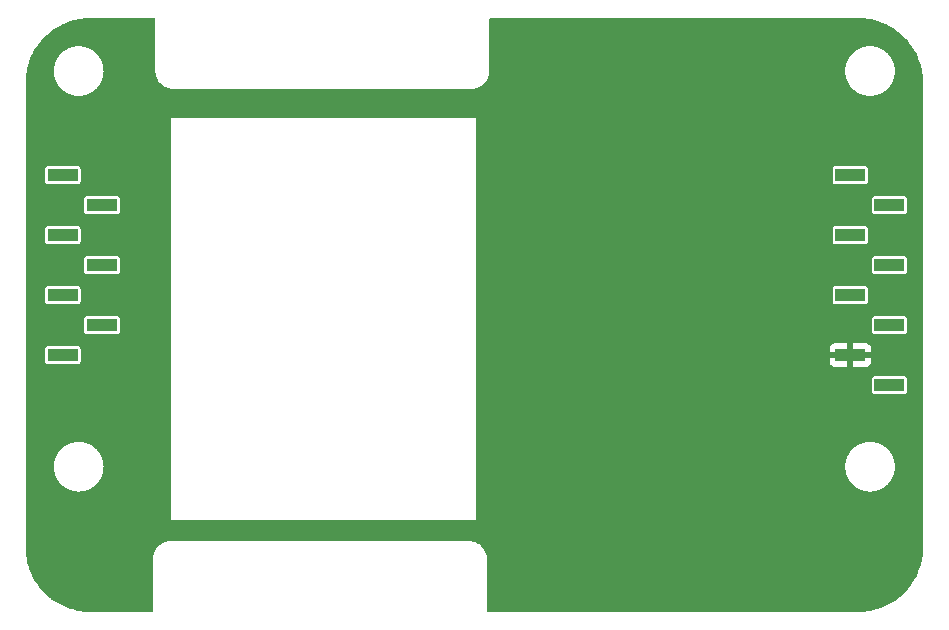
<source format=gbr>
%TF.GenerationSoftware,KiCad,Pcbnew,(6.0.7-1)-1*%
%TF.CreationDate,2022-12-29T08:39:09+01:00*%
%TF.ProjectId,cover_test,636f7665-725f-4746-9573-742e6b696361,rev?*%
%TF.SameCoordinates,Original*%
%TF.FileFunction,Copper,L2,Bot*%
%TF.FilePolarity,Positive*%
%FSLAX46Y46*%
G04 Gerber Fmt 4.6, Leading zero omitted, Abs format (unit mm)*
G04 Created by KiCad (PCBNEW (6.0.7-1)-1) date 2022-12-29 08:39:09*
%MOMM*%
%LPD*%
G01*
G04 APERTURE LIST*
%TA.AperFunction,SMDPad,CuDef*%
%ADD10R,2.510000X1.000000*%
%TD*%
%TA.AperFunction,ViaPad*%
%ADD11C,0.500000*%
%TD*%
G04 APERTURE END LIST*
D10*
%TO.P,J5,1,Pin_1*%
%TO.N,+3V3*%
X170646999Y-104595000D03*
%TO.P,J5,2,Pin_2*%
%TO.N,GND*%
X167336999Y-102055000D03*
%TO.P,J5,3,Pin_3*%
%TO.N,/GP28*%
X170646999Y-99515000D03*
%TO.P,J5,4,Pin_4*%
%TO.N,/GP12*%
X167336999Y-96975000D03*
%TO.P,J5,5,Pin_5*%
%TO.N,/GP13*%
X170646999Y-94435000D03*
%TO.P,J5,6,Pin_6*%
%TO.N,/GP14*%
X167336999Y-91895000D03*
%TO.P,J5,7,Pin_7*%
%TO.N,/GP11*%
X170646999Y-89355000D03*
%TO.P,J5,8,Pin_8*%
%TO.N,/GP10*%
X167336999Y-86815000D03*
%TD*%
%TO.P,J7,1,Pin_1*%
%TO.N,/GP9*%
X100661999Y-86815000D03*
%TO.P,J7,2,Pin_2*%
%TO.N,/GP16*%
X103971999Y-89355000D03*
%TO.P,J7,3,Pin_3*%
%TO.N,/GP17*%
X100661999Y-91895000D03*
%TO.P,J7,4,Pin_4*%
%TO.N,/GP18*%
X103971999Y-94435000D03*
%TO.P,J7,5,Pin_5*%
%TO.N,/GP19*%
X100661999Y-96975000D03*
%TO.P,J7,6,Pin_6*%
%TO.N,/GP20*%
X103971999Y-99515000D03*
%TO.P,J7,7,Pin_7*%
%TO.N,/GP21*%
X100661999Y-102055000D03*
%TD*%
D11*
%TO.N,GND*%
X170000000Y-119250000D03*
X170750000Y-116000000D03*
X168750000Y-117500000D03*
%TD*%
%TA.AperFunction,Conductor*%
%TO.N,GND*%
G36*
X108441621Y-73520502D02*
G01*
X108488114Y-73574158D01*
X108499500Y-73626500D01*
X108499500Y-77951259D01*
X108498000Y-77970643D01*
X108494391Y-77993823D01*
X108495555Y-78002726D01*
X108495555Y-78002730D01*
X108495753Y-78004246D01*
X108496495Y-78011588D01*
X108510979Y-78214089D01*
X108512196Y-78219683D01*
X108544252Y-78367041D01*
X108556603Y-78423820D01*
X108558170Y-78428022D01*
X108558172Y-78428028D01*
X108615820Y-78582587D01*
X108631611Y-78624923D01*
X108633765Y-78628867D01*
X108633766Y-78628870D01*
X108698320Y-78747091D01*
X108734475Y-78813304D01*
X108863101Y-78985129D01*
X109014871Y-79136899D01*
X109186696Y-79265525D01*
X109193829Y-79269420D01*
X109345208Y-79352079D01*
X109375077Y-79368389D01*
X109379289Y-79369960D01*
X109571972Y-79441828D01*
X109571978Y-79441830D01*
X109576180Y-79443397D01*
X109580566Y-79444351D01*
X109580569Y-79444352D01*
X109704038Y-79471211D01*
X109785911Y-79489021D01*
X109960498Y-79501508D01*
X109972410Y-79502933D01*
X109982844Y-79504689D01*
X109982855Y-79504690D01*
X109987646Y-79505496D01*
X109993864Y-79505572D01*
X109995141Y-79505588D01*
X109995146Y-79505588D01*
X110000000Y-79505647D01*
X110027051Y-79501773D01*
X110044913Y-79500500D01*
X135197424Y-79500500D01*
X135218329Y-79502246D01*
X135237646Y-79505496D01*
X135243864Y-79505572D01*
X135245141Y-79505588D01*
X135245146Y-79505588D01*
X135250000Y-79505647D01*
X135263924Y-79503653D01*
X135272777Y-79502704D01*
X135459601Y-79489342D01*
X135464089Y-79489021D01*
X135545962Y-79471211D01*
X135669431Y-79444352D01*
X135669434Y-79444351D01*
X135673820Y-79443397D01*
X135678022Y-79441830D01*
X135678028Y-79441828D01*
X135870711Y-79369960D01*
X135874923Y-79368389D01*
X135904793Y-79352079D01*
X136056171Y-79269420D01*
X136063304Y-79265525D01*
X136235129Y-79136899D01*
X136386899Y-78985129D01*
X136515525Y-78813304D01*
X136551680Y-78747091D01*
X136616234Y-78628870D01*
X136616235Y-78628867D01*
X136618389Y-78624923D01*
X136634180Y-78582587D01*
X136691828Y-78428028D01*
X136691830Y-78428022D01*
X136693397Y-78423820D01*
X136705749Y-78367041D01*
X136737804Y-78219683D01*
X136739021Y-78214089D01*
X136751508Y-78039502D01*
X136752933Y-78027590D01*
X136754689Y-78017156D01*
X136754690Y-78017145D01*
X136755496Y-78012354D01*
X136755647Y-78000000D01*
X136751773Y-77972949D01*
X136751549Y-77969799D01*
X166898902Y-77969799D01*
X166898987Y-77974662D01*
X166898987Y-77974668D01*
X166899393Y-77997773D01*
X166899393Y-78002192D01*
X166898955Y-78027154D01*
X166899453Y-78031128D01*
X166899563Y-78038826D01*
X166899137Y-78042972D01*
X166899390Y-78047822D01*
X166899390Y-78047825D01*
X166900604Y-78071091D01*
X166900756Y-78075443D01*
X166901105Y-78095293D01*
X166901197Y-78100549D01*
X166901813Y-78104370D01*
X166902195Y-78112089D01*
X166901905Y-78116398D01*
X166902330Y-78121253D01*
X166902330Y-78121254D01*
X166904345Y-78144277D01*
X166904654Y-78148696D01*
X166905369Y-78162398D01*
X166905952Y-78173571D01*
X166906728Y-78177515D01*
X166907382Y-78185265D01*
X166907245Y-78189482D01*
X166907838Y-78194315D01*
X166910668Y-78217384D01*
X166911126Y-78221741D01*
X166913309Y-78246684D01*
X166914202Y-78250503D01*
X166915129Y-78258244D01*
X166915141Y-78262574D01*
X166915902Y-78267374D01*
X166915903Y-78267381D01*
X166919516Y-78290156D01*
X166920134Y-78294553D01*
X166922622Y-78314830D01*
X166923169Y-78319286D01*
X166924227Y-78323194D01*
X166925412Y-78330831D01*
X166925567Y-78334986D01*
X166926495Y-78339764D01*
X166930934Y-78362618D01*
X166931690Y-78366902D01*
X166933143Y-78376059D01*
X166935630Y-78391740D01*
X166936771Y-78395436D01*
X166938224Y-78403024D01*
X166938537Y-78407330D01*
X166944838Y-78434608D01*
X166945751Y-78438906D01*
X166950504Y-78463373D01*
X166951825Y-78467179D01*
X166953545Y-78474738D01*
X166953996Y-78478919D01*
X166961280Y-78506108D01*
X166962325Y-78510301D01*
X166966962Y-78530375D01*
X166966965Y-78530385D01*
X166967973Y-78534748D01*
X166969385Y-78538396D01*
X166971352Y-78545826D01*
X166971958Y-78550054D01*
X166980146Y-78576833D01*
X166980158Y-78576873D01*
X166981359Y-78581060D01*
X166987836Y-78605238D01*
X166989399Y-78608893D01*
X166991652Y-78616341D01*
X166992407Y-78620558D01*
X166993994Y-78625165D01*
X167001535Y-78647058D01*
X167002898Y-78651254D01*
X167010195Y-78675121D01*
X167011893Y-78678739D01*
X167014368Y-78686001D01*
X167015244Y-78690074D01*
X167016986Y-78694616D01*
X167016988Y-78694622D01*
X167025326Y-78716359D01*
X167026815Y-78720449D01*
X167032054Y-78735658D01*
X167035001Y-78744214D01*
X167036770Y-78747662D01*
X167039512Y-78754870D01*
X167040567Y-78759055D01*
X167042468Y-78763533D01*
X167042470Y-78763539D01*
X167051491Y-78784788D01*
X167053153Y-78788904D01*
X167059664Y-78805878D01*
X167062079Y-78812174D01*
X167064043Y-78815697D01*
X167067074Y-78822900D01*
X167068262Y-78827002D01*
X167080120Y-78852423D01*
X167081899Y-78856420D01*
X167089914Y-78875302D01*
X167089921Y-78875315D01*
X167091667Y-78879429D01*
X167093725Y-78882833D01*
X167096990Y-78889890D01*
X167098318Y-78893938D01*
X167101896Y-78900958D01*
X167111041Y-78918900D01*
X167112969Y-78922851D01*
X167121618Y-78941392D01*
X167123548Y-78945530D01*
X167125722Y-78948858D01*
X167129161Y-78955660D01*
X167130592Y-78959563D01*
X167132949Y-78963818D01*
X167132950Y-78963820D01*
X167144243Y-78984205D01*
X167146277Y-78988031D01*
X167157703Y-79010448D01*
X167159927Y-79013606D01*
X167163642Y-79020356D01*
X167165271Y-79024357D01*
X167179698Y-79048366D01*
X167181866Y-79052122D01*
X167193963Y-79073959D01*
X167196399Y-79077176D01*
X167200415Y-79083908D01*
X167202165Y-79087809D01*
X167217458Y-79111352D01*
X167219758Y-79115032D01*
X167232636Y-79136464D01*
X167235149Y-79139551D01*
X167239344Y-79146053D01*
X167241211Y-79149856D01*
X167245839Y-79156464D01*
X167257310Y-79172845D01*
X167259765Y-79176485D01*
X167259918Y-79176720D01*
X167273401Y-79197477D01*
X167275997Y-79200447D01*
X167280402Y-79206779D01*
X167282405Y-79210521D01*
X167299330Y-79232980D01*
X167301843Y-79236439D01*
X167316223Y-79256973D01*
X167318930Y-79259860D01*
X167323542Y-79266020D01*
X167325656Y-79269661D01*
X167328713Y-79273437D01*
X167328721Y-79273449D01*
X167343336Y-79291502D01*
X167346029Y-79294949D01*
X167358416Y-79311386D01*
X167358422Y-79311393D01*
X167361120Y-79314973D01*
X167363898Y-79317737D01*
X167368743Y-79323757D01*
X167371020Y-79327380D01*
X167374217Y-79331057D01*
X167374217Y-79331058D01*
X167389410Y-79348538D01*
X167392244Y-79351915D01*
X167407945Y-79371310D01*
X167410869Y-79374024D01*
X167415933Y-79379885D01*
X167418318Y-79383402D01*
X167437452Y-79403923D01*
X167440389Y-79407185D01*
X167456806Y-79426071D01*
X167459794Y-79428655D01*
X167465063Y-79434339D01*
X167467581Y-79437786D01*
X167487407Y-79457612D01*
X167490467Y-79460780D01*
X167507508Y-79479056D01*
X167510599Y-79481546D01*
X167516073Y-79487053D01*
X167518711Y-79490411D01*
X167524449Y-79495761D01*
X167539233Y-79509546D01*
X167542387Y-79512592D01*
X167560055Y-79530260D01*
X167563240Y-79532647D01*
X167568882Y-79537941D01*
X167571624Y-79541191D01*
X167592820Y-79559616D01*
X167596066Y-79562538D01*
X167611089Y-79576546D01*
X167611093Y-79576549D01*
X167614366Y-79579601D01*
X167617607Y-79581857D01*
X167623448Y-79586965D01*
X167626317Y-79590134D01*
X167632139Y-79594847D01*
X167648080Y-79607752D01*
X167651458Y-79610585D01*
X167670316Y-79626977D01*
X167673667Y-79629141D01*
X167679655Y-79634019D01*
X167682589Y-79637042D01*
X167686481Y-79639975D01*
X167705040Y-79653961D01*
X167708486Y-79656653D01*
X167727966Y-79672423D01*
X167731335Y-79674434D01*
X167737462Y-79679082D01*
X167740527Y-79682026D01*
X167744509Y-79684815D01*
X167744512Y-79684817D01*
X167763516Y-79698125D01*
X167767033Y-79700681D01*
X167787041Y-79715758D01*
X167790505Y-79717666D01*
X167796804Y-79722106D01*
X167799957Y-79724931D01*
X167804036Y-79727580D01*
X167804043Y-79727586D01*
X167823524Y-79740240D01*
X167827133Y-79742674D01*
X167847644Y-79757038D01*
X167851160Y-79758818D01*
X167857641Y-79763056D01*
X167860926Y-79765797D01*
X167865093Y-79768301D01*
X167865096Y-79768303D01*
X167867423Y-79769701D01*
X167884965Y-79780241D01*
X167888661Y-79782551D01*
X167909625Y-79796169D01*
X167913242Y-79797845D01*
X167919962Y-79801911D01*
X167923371Y-79804558D01*
X167947878Y-79818135D01*
X167951664Y-79820320D01*
X167969197Y-79830855D01*
X167969202Y-79830858D01*
X167973034Y-79833160D01*
X167976745Y-79834724D01*
X167983460Y-79838473D01*
X167986826Y-79840906D01*
X167991168Y-79843119D01*
X167991174Y-79843123D01*
X168011945Y-79853711D01*
X168015769Y-79855743D01*
X168037767Y-79867929D01*
X168041375Y-79869302D01*
X168048168Y-79872790D01*
X168051712Y-79875167D01*
X168056111Y-79877219D01*
X168056122Y-79877225D01*
X168077127Y-79887022D01*
X168081076Y-79888948D01*
X168103335Y-79900294D01*
X168107099Y-79901580D01*
X168114141Y-79904891D01*
X168117762Y-79907140D01*
X168122233Y-79909038D01*
X168122235Y-79909039D01*
X168143590Y-79918104D01*
X168147558Y-79919871D01*
X168170239Y-79930450D01*
X168174037Y-79931601D01*
X168181232Y-79934680D01*
X168184976Y-79936827D01*
X168189518Y-79938569D01*
X168189526Y-79938573D01*
X168211091Y-79946844D01*
X168215206Y-79948506D01*
X168234001Y-79956485D01*
X168234006Y-79956487D01*
X168238136Y-79958240D01*
X168242030Y-79959273D01*
X168249216Y-79962057D01*
X168252900Y-79964004D01*
X168257502Y-79965589D01*
X168257504Y-79965590D01*
X168279548Y-79973183D01*
X168283638Y-79974672D01*
X168302885Y-79982055D01*
X168302893Y-79982057D01*
X168307076Y-79983662D01*
X168310848Y-79984521D01*
X168318098Y-79987041D01*
X168321960Y-79988912D01*
X168348699Y-79997087D01*
X168348758Y-79997105D01*
X168352951Y-79998468D01*
X168368428Y-80003798D01*
X168376556Y-80006598D01*
X168380474Y-80007349D01*
X168387913Y-80009649D01*
X168391814Y-80011373D01*
X168418897Y-80018628D01*
X168423134Y-80019843D01*
X168442738Y-80025837D01*
X168442742Y-80025838D01*
X168447027Y-80027148D01*
X168450955Y-80027760D01*
X168458377Y-80029774D01*
X168462279Y-80031339D01*
X168467018Y-80032434D01*
X168467025Y-80032436D01*
X168489697Y-80037674D01*
X168493933Y-80038730D01*
X168518133Y-80045213D01*
X168522012Y-80045679D01*
X168529564Y-80047446D01*
X168533633Y-80048914D01*
X168555587Y-80053178D01*
X168561113Y-80054252D01*
X168565440Y-80055172D01*
X168589697Y-80060775D01*
X168593718Y-80061117D01*
X168601287Y-80062614D01*
X168605246Y-80063890D01*
X168610048Y-80064652D01*
X168610053Y-80064653D01*
X168633051Y-80068301D01*
X168637334Y-80069057D01*
X168657616Y-80072996D01*
X168657624Y-80072997D01*
X168662021Y-80073851D01*
X168665880Y-80074043D01*
X168673516Y-80075275D01*
X168677685Y-80076458D01*
X168682514Y-80077050D01*
X168682517Y-80077051D01*
X168705407Y-80079859D01*
X168709802Y-80080477D01*
X168729977Y-80083677D01*
X168729980Y-80083677D01*
X168734410Y-80084380D01*
X168738457Y-80084441D01*
X168746184Y-80085415D01*
X168750276Y-80086424D01*
X168755121Y-80086848D01*
X168755126Y-80086849D01*
X168773526Y-80088459D01*
X168778270Y-80088875D01*
X168782601Y-80089329D01*
X168807489Y-80092382D01*
X168811412Y-80092303D01*
X168819160Y-80093004D01*
X168823381Y-80093888D01*
X168838566Y-80094680D01*
X168851302Y-80095345D01*
X168855722Y-80095654D01*
X168876101Y-80097438D01*
X168876108Y-80097438D01*
X168880562Y-80097828D01*
X168884578Y-80097607D01*
X168892295Y-80098036D01*
X168896400Y-80098749D01*
X168920311Y-80099169D01*
X168924573Y-80099244D01*
X168928924Y-80099396D01*
X168949507Y-80100470D01*
X168949512Y-80100470D01*
X168953980Y-80100703D01*
X168957840Y-80100354D01*
X168965543Y-80100511D01*
X168969795Y-80101097D01*
X168974650Y-80101012D01*
X168974654Y-80101012D01*
X168997774Y-80100606D01*
X169002196Y-80100606D01*
X169009789Y-80100739D01*
X169027150Y-80101044D01*
X169031133Y-80100545D01*
X169038835Y-80100435D01*
X169042991Y-80100862D01*
X169068242Y-80099545D01*
X169071113Y-80099395D01*
X169075464Y-80099243D01*
X169096086Y-80098881D01*
X169096090Y-80098881D01*
X169100565Y-80098802D01*
X169104392Y-80098185D01*
X169112115Y-80097803D01*
X169116423Y-80098093D01*
X169121277Y-80097668D01*
X169121279Y-80097668D01*
X169144279Y-80095655D01*
X169148699Y-80095346D01*
X169169110Y-80094281D01*
X169169114Y-80094281D01*
X169173590Y-80094047D01*
X169177543Y-80093268D01*
X169185273Y-80092617D01*
X169189480Y-80092754D01*
X169217416Y-80089327D01*
X169221735Y-80088874D01*
X169232312Y-80087948D01*
X169242224Y-80087081D01*
X169242227Y-80087081D01*
X169246700Y-80086689D01*
X169250520Y-80085796D01*
X169258250Y-80084870D01*
X169262593Y-80084858D01*
X169267406Y-80084095D01*
X169267413Y-80084094D01*
X169290171Y-80080484D01*
X169294568Y-80079865D01*
X169305708Y-80078498D01*
X169319293Y-80076832D01*
X169323206Y-80075773D01*
X169330856Y-80074586D01*
X169335022Y-80074430D01*
X169362664Y-80069060D01*
X169366938Y-80068306D01*
X169369699Y-80067868D01*
X169391759Y-80064369D01*
X169395466Y-80063224D01*
X169403041Y-80061775D01*
X169407339Y-80061462D01*
X169434607Y-80055162D01*
X169438921Y-80054245D01*
X169458997Y-80050345D01*
X169458998Y-80050345D01*
X169463398Y-80049490D01*
X169467195Y-80048172D01*
X169474749Y-80046453D01*
X169478928Y-80046003D01*
X169506117Y-80038719D01*
X169510310Y-80037674D01*
X169530385Y-80033037D01*
X169530398Y-80033033D01*
X169534757Y-80032026D01*
X169538402Y-80030615D01*
X169545849Y-80028644D01*
X169550072Y-80028039D01*
X169576910Y-80019833D01*
X169581121Y-80018626D01*
X169600910Y-80013325D01*
X169600913Y-80013324D01*
X169605247Y-80012163D01*
X169608905Y-80010599D01*
X169616357Y-80008346D01*
X169620559Y-80007593D01*
X169625162Y-80006008D01*
X169625164Y-80006007D01*
X169647055Y-79998467D01*
X169651248Y-79997104D01*
X169670847Y-79991112D01*
X169670848Y-79991112D01*
X169675138Y-79989800D01*
X169678752Y-79988103D01*
X169686004Y-79985632D01*
X169690083Y-79984755D01*
X169694636Y-79983009D01*
X169694641Y-79983007D01*
X169716389Y-79974665D01*
X169720485Y-79973174D01*
X169739964Y-79966465D01*
X169744215Y-79965001D01*
X169747665Y-79963231D01*
X169754852Y-79960497D01*
X169759028Y-79959445D01*
X169763511Y-79957543D01*
X169763515Y-79957541D01*
X169784815Y-79948501D01*
X169788915Y-79946845D01*
X169807994Y-79939527D01*
X169807996Y-79939526D01*
X169812183Y-79937920D01*
X169815688Y-79935966D01*
X169822922Y-79932922D01*
X169827054Y-79931725D01*
X169852433Y-79919886D01*
X169856433Y-79918104D01*
X169879414Y-79908350D01*
X169882848Y-79906275D01*
X169889908Y-79903009D01*
X169893924Y-79901692D01*
X169898254Y-79899485D01*
X169898257Y-79899484D01*
X169918954Y-79888936D01*
X169922861Y-79887029D01*
X169945567Y-79876436D01*
X169948867Y-79874280D01*
X169955686Y-79870832D01*
X169959615Y-79869391D01*
X169984273Y-79855730D01*
X169988047Y-79853723D01*
X170010446Y-79842307D01*
X170013620Y-79840072D01*
X170020355Y-79836365D01*
X170024318Y-79834752D01*
X170048342Y-79820319D01*
X170052164Y-79818114D01*
X170052180Y-79818105D01*
X170073998Y-79806017D01*
X170077176Y-79803610D01*
X170083930Y-79799579D01*
X170087878Y-79797808D01*
X170091964Y-79795153D01*
X170091970Y-79795150D01*
X170111336Y-79782568D01*
X170115094Y-79780219D01*
X170132601Y-79769701D01*
X170132604Y-79769699D01*
X170136439Y-79767395D01*
X170139563Y-79764852D01*
X170146065Y-79760658D01*
X170149816Y-79758817D01*
X170172862Y-79742682D01*
X170176478Y-79740243D01*
X170193768Y-79729009D01*
X170193769Y-79729008D01*
X170197531Y-79726564D01*
X170200462Y-79724001D01*
X170206798Y-79719591D01*
X170210597Y-79717558D01*
X170216559Y-79713064D01*
X170232932Y-79700721D01*
X170236517Y-79698116D01*
X170253281Y-79686380D01*
X170253282Y-79686379D01*
X170256949Y-79683812D01*
X170259881Y-79681064D01*
X170266045Y-79676448D01*
X170269659Y-79674350D01*
X170291570Y-79656613D01*
X170294968Y-79653958D01*
X170311453Y-79641532D01*
X170311455Y-79641531D01*
X170315032Y-79638834D01*
X170317762Y-79636089D01*
X170323732Y-79631284D01*
X170327343Y-79629015D01*
X170348514Y-79610617D01*
X170351885Y-79607790D01*
X170367822Y-79594889D01*
X170367832Y-79594880D01*
X170371309Y-79592065D01*
X170374004Y-79589161D01*
X170379893Y-79584074D01*
X170383426Y-79581678D01*
X170403914Y-79562574D01*
X170407191Y-79559624D01*
X170422665Y-79546177D01*
X170422668Y-79546174D01*
X170426051Y-79543234D01*
X170428662Y-79540216D01*
X170434362Y-79534933D01*
X170437805Y-79532418D01*
X170457637Y-79512586D01*
X170460798Y-79509533D01*
X170475796Y-79495549D01*
X170475801Y-79495543D01*
X170479079Y-79492487D01*
X170481567Y-79489398D01*
X170487100Y-79483899D01*
X170490474Y-79481248D01*
X170509596Y-79460735D01*
X170512666Y-79457557D01*
X170530279Y-79439944D01*
X170532683Y-79436737D01*
X170537949Y-79431125D01*
X170541151Y-79428424D01*
X170559618Y-79407185D01*
X170562536Y-79403944D01*
X170576592Y-79388865D01*
X170579647Y-79385588D01*
X170581867Y-79382398D01*
X170586965Y-79376569D01*
X170590164Y-79373672D01*
X170607776Y-79351914D01*
X170610617Y-79348529D01*
X170610622Y-79348524D01*
X170626956Y-79329738D01*
X170629143Y-79326352D01*
X170634069Y-79320307D01*
X170637099Y-79317365D01*
X170640019Y-79313490D01*
X170640023Y-79313485D01*
X170653989Y-79294948D01*
X170656687Y-79291494D01*
X170669624Y-79275512D01*
X170669624Y-79275511D01*
X170672449Y-79272022D01*
X170674471Y-79268636D01*
X170679113Y-79262515D01*
X170682039Y-79259469D01*
X170698161Y-79236445D01*
X170700727Y-79232914D01*
X170713100Y-79216493D01*
X170713109Y-79216480D01*
X170715799Y-79212909D01*
X170717695Y-79209467D01*
X170722092Y-79203229D01*
X170724894Y-79200102D01*
X170740222Y-79176513D01*
X170742665Y-79172892D01*
X170754479Y-79156021D01*
X170757050Y-79152350D01*
X170758811Y-79148872D01*
X170763073Y-79142352D01*
X170765861Y-79139011D01*
X170780248Y-79115059D01*
X170782597Y-79111300D01*
X170790759Y-79098739D01*
X170796151Y-79090441D01*
X170797857Y-79086759D01*
X170801922Y-79080041D01*
X170804528Y-79076687D01*
X170806889Y-79072427D01*
X170818141Y-79052122D01*
X170820338Y-79048315D01*
X170821963Y-79045610D01*
X170833204Y-79026896D01*
X170834739Y-79023251D01*
X170838474Y-79016563D01*
X170840920Y-79013179D01*
X170843124Y-79008854D01*
X170843129Y-79008847D01*
X170853708Y-78988094D01*
X170855753Y-78984248D01*
X170865743Y-78966220D01*
X170865745Y-78966215D01*
X170867917Y-78962296D01*
X170869299Y-78958666D01*
X170872803Y-78951839D01*
X170875186Y-78948287D01*
X170877248Y-78943867D01*
X170887039Y-78922875D01*
X170888973Y-78918912D01*
X170898268Y-78900678D01*
X170898271Y-78900671D01*
X170900310Y-78896671D01*
X170901600Y-78892895D01*
X170904905Y-78885866D01*
X170907155Y-78882244D01*
X170910103Y-78875302D01*
X170918107Y-78856447D01*
X170919887Y-78852447D01*
X170930469Y-78829760D01*
X170931620Y-78825963D01*
X170934699Y-78818767D01*
X170936850Y-78815016D01*
X170938597Y-78810462D01*
X170946864Y-78788910D01*
X170948524Y-78784799D01*
X170956507Y-78765993D01*
X170958257Y-78761872D01*
X170959291Y-78757971D01*
X170962082Y-78750769D01*
X170964026Y-78747091D01*
X170973203Y-78720449D01*
X170974679Y-78716392D01*
X170982080Y-78697096D01*
X170982080Y-78697095D01*
X170983684Y-78692914D01*
X170984543Y-78689143D01*
X170987078Y-78681848D01*
X170988957Y-78677969D01*
X170997121Y-78651254D01*
X170997137Y-78651203D01*
X170998504Y-78646994D01*
X170998529Y-78646924D01*
X171006619Y-78623435D01*
X171007377Y-78619481D01*
X171009674Y-78612050D01*
X171011383Y-78608184D01*
X171018654Y-78581041D01*
X171019860Y-78576833D01*
X171020872Y-78573521D01*
X171027174Y-78552900D01*
X171027779Y-78549009D01*
X171029771Y-78541670D01*
X171031319Y-78537812D01*
X171037670Y-78510348D01*
X171038716Y-78506156D01*
X171044064Y-78486191D01*
X171044064Y-78486190D01*
X171045223Y-78481864D01*
X171045683Y-78478032D01*
X171047452Y-78470469D01*
X171048935Y-78466359D01*
X171054251Y-78438986D01*
X171055179Y-78434624D01*
X171059770Y-78414770D01*
X171059770Y-78414767D01*
X171060781Y-78410397D01*
X171061128Y-78406324D01*
X171062644Y-78398661D01*
X171063930Y-78394667D01*
X171064690Y-78389868D01*
X171064694Y-78389853D01*
X171068335Y-78366872D01*
X171069085Y-78362615D01*
X171073871Y-78337972D01*
X171074065Y-78334060D01*
X171075288Y-78326489D01*
X171076449Y-78322401D01*
X171077053Y-78317485D01*
X171079873Y-78294542D01*
X171080484Y-78290193D01*
X171081345Y-78284762D01*
X171084397Y-78265499D01*
X171084456Y-78261533D01*
X171085424Y-78253852D01*
X171086444Y-78249714D01*
X171088885Y-78221820D01*
X171089345Y-78217439D01*
X171091852Y-78197037D01*
X171091852Y-78197033D01*
X171092397Y-78192599D01*
X171092318Y-78188631D01*
X171093023Y-78180837D01*
X171093905Y-78176627D01*
X171094165Y-78171661D01*
X171095365Y-78148667D01*
X171095673Y-78144256D01*
X171097846Y-78119428D01*
X171097625Y-78115412D01*
X171098052Y-78107721D01*
X171098768Y-78103600D01*
X171098901Y-78096073D01*
X171099263Y-78075431D01*
X171099415Y-78071080D01*
X171100489Y-78050492D01*
X171100722Y-78046029D01*
X171100374Y-78042171D01*
X171100530Y-78034455D01*
X171101116Y-78030204D01*
X171101028Y-78025183D01*
X171100625Y-78002192D01*
X171100625Y-77997770D01*
X171100626Y-77997731D01*
X171101063Y-77972849D01*
X171100564Y-77968866D01*
X171100454Y-77961164D01*
X171100881Y-77957008D01*
X171099564Y-77931757D01*
X171099414Y-77928886D01*
X171099262Y-77924535D01*
X171098900Y-77903915D01*
X171098900Y-77903911D01*
X171098821Y-77899435D01*
X171098204Y-77895608D01*
X171097822Y-77887885D01*
X171098112Y-77883575D01*
X171095941Y-77858774D01*
X171095674Y-77855721D01*
X171095365Y-77851301D01*
X171094838Y-77841206D01*
X171094066Y-77826409D01*
X171093288Y-77822458D01*
X171092632Y-77814674D01*
X171092769Y-77810430D01*
X171091861Y-77803038D01*
X171089348Y-77782578D01*
X171088888Y-77778205D01*
X171087098Y-77757755D01*
X171086708Y-77753299D01*
X171085808Y-77749447D01*
X171084886Y-77741743D01*
X171084874Y-77737494D01*
X171080518Y-77710003D01*
X171080483Y-77709779D01*
X171079871Y-77705424D01*
X171077575Y-77686735D01*
X171076824Y-77680618D01*
X171075787Y-77676787D01*
X171074607Y-77669184D01*
X171074449Y-77664977D01*
X171073522Y-77660203D01*
X171069087Y-77637372D01*
X171068328Y-77633066D01*
X171065109Y-77612752D01*
X171064408Y-77608327D01*
X171063253Y-77604586D01*
X171061784Y-77596914D01*
X171061468Y-77592573D01*
X171059933Y-77585932D01*
X171055172Y-77565338D01*
X171054247Y-77560988D01*
X171052640Y-77552719D01*
X171049509Y-77536601D01*
X171048174Y-77532755D01*
X171046458Y-77525209D01*
X171046012Y-77521071D01*
X171044753Y-77516373D01*
X171044752Y-77516365D01*
X171038718Y-77493838D01*
X171037667Y-77489625D01*
X171033020Y-77469530D01*
X171033019Y-77469526D01*
X171032009Y-77465159D01*
X171030612Y-77461552D01*
X171028666Y-77454200D01*
X171028066Y-77450009D01*
X171019844Y-77423099D01*
X171018652Y-77418940D01*
X171013333Y-77399086D01*
X171012172Y-77394752D01*
X171010623Y-77391129D01*
X171008374Y-77383689D01*
X171007613Y-77379444D01*
X170998494Y-77352967D01*
X170997135Y-77348782D01*
X170991159Y-77329227D01*
X170989849Y-77324940D01*
X170988140Y-77321298D01*
X170985650Y-77313989D01*
X170984774Y-77309916D01*
X170983034Y-77305379D01*
X170983032Y-77305372D01*
X170974688Y-77283619D01*
X170973201Y-77279532D01*
X170966480Y-77260021D01*
X170966477Y-77260014D01*
X170965021Y-77255787D01*
X170963257Y-77252349D01*
X170960514Y-77245139D01*
X170959463Y-77240968D01*
X170948520Y-77215187D01*
X170946869Y-77211097D01*
X170939548Y-77192010D01*
X170939543Y-77191999D01*
X170937938Y-77187815D01*
X170935987Y-77184314D01*
X170932940Y-77177076D01*
X170931745Y-77172950D01*
X170928600Y-77166207D01*
X170919917Y-77147596D01*
X170918118Y-77143555D01*
X170910120Y-77124710D01*
X170910112Y-77124694D01*
X170908367Y-77120583D01*
X170906296Y-77117156D01*
X170903027Y-77110092D01*
X170901709Y-77106071D01*
X170892772Y-77088535D01*
X170888957Y-77081051D01*
X170887046Y-77077134D01*
X170876457Y-77054435D01*
X170874297Y-77051130D01*
X170870833Y-77044280D01*
X170869379Y-77040318D01*
X170855759Y-77015744D01*
X170853709Y-77011889D01*
X170844362Y-76993549D01*
X170844359Y-76993544D01*
X170842324Y-76989551D01*
X170840064Y-76986342D01*
X170836381Y-76979649D01*
X170834795Y-76975750D01*
X170820317Y-76951641D01*
X170818132Y-76947855D01*
X170808157Y-76929858D01*
X170805985Y-76925939D01*
X170803623Y-76922822D01*
X170799595Y-76916073D01*
X170797793Y-76912059D01*
X170794234Y-76906582D01*
X170782600Y-76888682D01*
X170780232Y-76884893D01*
X170777491Y-76880329D01*
X170767458Y-76863623D01*
X170764865Y-76860437D01*
X170760652Y-76853904D01*
X170758823Y-76850178D01*
X170742645Y-76827070D01*
X170740241Y-76823506D01*
X170728969Y-76806163D01*
X170728966Y-76806159D01*
X170726530Y-76802411D01*
X170723996Y-76799513D01*
X170719622Y-76793229D01*
X170717606Y-76789462D01*
X170714681Y-76785580D01*
X170714678Y-76785576D01*
X170700732Y-76767071D01*
X170698140Y-76763502D01*
X170686397Y-76746729D01*
X170686393Y-76746724D01*
X170683818Y-76743046D01*
X170681091Y-76740137D01*
X170676482Y-76733980D01*
X170674369Y-76730340D01*
X170656639Y-76708438D01*
X170654017Y-76705080D01*
X170638900Y-76685021D01*
X170636124Y-76682260D01*
X170631277Y-76676237D01*
X170628993Y-76672602D01*
X170610617Y-76651462D01*
X170607791Y-76648092D01*
X170594907Y-76632176D01*
X170594897Y-76632166D01*
X170592083Y-76628689D01*
X170589150Y-76625967D01*
X170584090Y-76620108D01*
X170581727Y-76616624D01*
X170562550Y-76596052D01*
X170559657Y-76592839D01*
X170543194Y-76573900D01*
X170540227Y-76571335D01*
X170534974Y-76565667D01*
X170532437Y-76562194D01*
X170512656Y-76542413D01*
X170509585Y-76539233D01*
X170495615Y-76524247D01*
X170495610Y-76524243D01*
X170492554Y-76520964D01*
X170489439Y-76518454D01*
X170483917Y-76512899D01*
X170481266Y-76509525D01*
X170460780Y-76490428D01*
X170457602Y-76487359D01*
X170439963Y-76469720D01*
X170436754Y-76467315D01*
X170431118Y-76462027D01*
X170428401Y-76458806D01*
X170407175Y-76440355D01*
X170403942Y-76437444D01*
X170388886Y-76423409D01*
X170385607Y-76420352D01*
X170382391Y-76418113D01*
X170376565Y-76413020D01*
X170373681Y-76409835D01*
X170351912Y-76392213D01*
X170348552Y-76389395D01*
X170329700Y-76373007D01*
X170326333Y-76370833D01*
X170320344Y-76365953D01*
X170317415Y-76362935D01*
X170313527Y-76360005D01*
X170313518Y-76359997D01*
X170294952Y-76346005D01*
X170291511Y-76343318D01*
X170275516Y-76330371D01*
X170275509Y-76330366D01*
X170272030Y-76327550D01*
X170268674Y-76325546D01*
X170262535Y-76320892D01*
X170259452Y-76317931D01*
X170236492Y-76301856D01*
X170232930Y-76299268D01*
X170216550Y-76286924D01*
X170216545Y-76286921D01*
X170212973Y-76284229D01*
X170209485Y-76282307D01*
X170203240Y-76277904D01*
X170200147Y-76275132D01*
X170193921Y-76271085D01*
X170176512Y-76259771D01*
X170172917Y-76257345D01*
X170165585Y-76252212D01*
X170156003Y-76245503D01*
X170155995Y-76245498D01*
X170152321Y-76242926D01*
X170148879Y-76241184D01*
X170142366Y-76236927D01*
X170138992Y-76234112D01*
X170134824Y-76231609D01*
X170134817Y-76231604D01*
X170115085Y-76219755D01*
X170111291Y-76217383D01*
X170094254Y-76206310D01*
X170094253Y-76206309D01*
X170090498Y-76203869D01*
X170086772Y-76202142D01*
X170080049Y-76198073D01*
X170076729Y-76195493D01*
X170072481Y-76193139D01*
X170072471Y-76193132D01*
X170052138Y-76181863D01*
X170048350Y-76179676D01*
X170030713Y-76169084D01*
X170030696Y-76169076D01*
X170026864Y-76166774D01*
X170023258Y-76165255D01*
X170016583Y-76161529D01*
X170013166Y-76159060D01*
X169988105Y-76146288D01*
X169984273Y-76144250D01*
X169978884Y-76141263D01*
X169966270Y-76134271D01*
X169966262Y-76134267D01*
X169962350Y-76132099D01*
X169958685Y-76130703D01*
X169951850Y-76127195D01*
X169948329Y-76124832D01*
X169943919Y-76122775D01*
X169943916Y-76122773D01*
X169934252Y-76118265D01*
X169922871Y-76112956D01*
X169919013Y-76111074D01*
X169896647Y-76099675D01*
X169892911Y-76098399D01*
X169885878Y-76095093D01*
X169882225Y-76092824D01*
X169865681Y-76085802D01*
X169856448Y-76081883D01*
X169852413Y-76080086D01*
X169838887Y-76073777D01*
X169829814Y-76069544D01*
X169825982Y-76068383D01*
X169818761Y-76065292D01*
X169815032Y-76063153D01*
X169810269Y-76061326D01*
X169788908Y-76053132D01*
X169784806Y-76051476D01*
X169765958Y-76043476D01*
X169765954Y-76043475D01*
X169761839Y-76041728D01*
X169757958Y-76040699D01*
X169750784Y-76037921D01*
X169747097Y-76035972D01*
X169720454Y-76026795D01*
X169716431Y-76025332D01*
X169692932Y-76016318D01*
X169689154Y-76015457D01*
X169681857Y-76012921D01*
X169677977Y-76011042D01*
X169673333Y-76009623D01*
X169673323Y-76009619D01*
X169651208Y-76002861D01*
X169647000Y-76001494D01*
X169627679Y-75994840D01*
X169623440Y-75993380D01*
X169619493Y-75992623D01*
X169612058Y-75990325D01*
X169608194Y-75988617D01*
X169581070Y-75981351D01*
X169576856Y-75980143D01*
X169576843Y-75980139D01*
X169552908Y-75972825D01*
X169549021Y-75972220D01*
X169541677Y-75970228D01*
X169537813Y-75968677D01*
X169510342Y-75962326D01*
X169506119Y-75961272D01*
X169481875Y-75954777D01*
X169478039Y-75954317D01*
X169470486Y-75952549D01*
X169466393Y-75951072D01*
X169461625Y-75950146D01*
X169461608Y-75950141D01*
X169438999Y-75945749D01*
X169434647Y-75944824D01*
X169421236Y-75941724D01*
X169410398Y-75939218D01*
X169406351Y-75938873D01*
X169398689Y-75937359D01*
X169394686Y-75936069D01*
X169366864Y-75931661D01*
X169362611Y-75930910D01*
X169338017Y-75926132D01*
X169334101Y-75925937D01*
X169326508Y-75924710D01*
X169322410Y-75923547D01*
X169294557Y-75920125D01*
X169290240Y-75919519D01*
X169265518Y-75915602D01*
X169261555Y-75915543D01*
X169253867Y-75914575D01*
X169249740Y-75913557D01*
X169244899Y-75913133D01*
X169244892Y-75913132D01*
X169221770Y-75911108D01*
X169217402Y-75910648D01*
X169197060Y-75908150D01*
X169192598Y-75907602D01*
X169188636Y-75907681D01*
X169180859Y-75906977D01*
X169176637Y-75906092D01*
X169156904Y-75905062D01*
X169148700Y-75904634D01*
X169144281Y-75904325D01*
X169123925Y-75902543D01*
X169123918Y-75902543D01*
X169119464Y-75902153D01*
X169115448Y-75902374D01*
X169107727Y-75901945D01*
X169103615Y-75901231D01*
X169087532Y-75900949D01*
X169075460Y-75900737D01*
X169071103Y-75900585D01*
X169050508Y-75899510D01*
X169050504Y-75899510D01*
X169046038Y-75899277D01*
X169042172Y-75899626D01*
X169034460Y-75899470D01*
X169030200Y-75898883D01*
X169025337Y-75898968D01*
X169025331Y-75898968D01*
X169002226Y-75899374D01*
X168997804Y-75899374D01*
X168991379Y-75899261D01*
X168972845Y-75898936D01*
X168968870Y-75899434D01*
X168961167Y-75899544D01*
X168957018Y-75899118D01*
X168952169Y-75899371D01*
X168952166Y-75899371D01*
X168928904Y-75900585D01*
X168924551Y-75900737D01*
X168903922Y-75901099D01*
X168903916Y-75901100D01*
X168899450Y-75901178D01*
X168895623Y-75901795D01*
X168887913Y-75902177D01*
X168883610Y-75901887D01*
X168878753Y-75902312D01*
X168878751Y-75902312D01*
X168855746Y-75904325D01*
X168851334Y-75904634D01*
X168847995Y-75904808D01*
X168826419Y-75905935D01*
X168822482Y-75906710D01*
X168814689Y-75907367D01*
X168810428Y-75907230D01*
X168805594Y-75907824D01*
X168805593Y-75907824D01*
X168782585Y-75910651D01*
X168778203Y-75911112D01*
X168757789Y-75912898D01*
X168757785Y-75912899D01*
X168753324Y-75913289D01*
X168749459Y-75914192D01*
X168741759Y-75915113D01*
X168737513Y-75915125D01*
X168732718Y-75915885D01*
X168732714Y-75915885D01*
X168709771Y-75919520D01*
X168705423Y-75920131D01*
X168701017Y-75920673D01*
X168680626Y-75923178D01*
X168676803Y-75924214D01*
X168669222Y-75925390D01*
X168665022Y-75925547D01*
X168637377Y-75930916D01*
X168633177Y-75931656D01*
X168608346Y-75935591D01*
X168604614Y-75936743D01*
X168596931Y-75938214D01*
X168592574Y-75938531D01*
X168565721Y-75944740D01*
X168565397Y-75944815D01*
X168561035Y-75945743D01*
X168541025Y-75949629D01*
X168541020Y-75949630D01*
X168536635Y-75950482D01*
X168532782Y-75951819D01*
X168525210Y-75953542D01*
X168521082Y-75953987D01*
X168516382Y-75955246D01*
X168493843Y-75961283D01*
X168489634Y-75962333D01*
X168465159Y-75967993D01*
X168461555Y-75969388D01*
X168454215Y-75971332D01*
X168450017Y-75971933D01*
X168423148Y-75980143D01*
X168418962Y-75981343D01*
X168394762Y-75987826D01*
X168391138Y-75989375D01*
X168383689Y-75991627D01*
X168379449Y-75992387D01*
X168374857Y-75993969D01*
X168374848Y-75993971D01*
X168353009Y-76001493D01*
X168348802Y-76002860D01*
X168329236Y-76008839D01*
X168329227Y-76008842D01*
X168324948Y-76010150D01*
X168321307Y-76011859D01*
X168314004Y-76014347D01*
X168309933Y-76015222D01*
X168305395Y-76016963D01*
X168305387Y-76016965D01*
X168283597Y-76025323D01*
X168279548Y-76026797D01*
X168255793Y-76034979D01*
X168252350Y-76036745D01*
X168245136Y-76039490D01*
X168240936Y-76040549D01*
X168236458Y-76042450D01*
X168236446Y-76042454D01*
X168215174Y-76051485D01*
X168211063Y-76053145D01*
X168192013Y-76060452D01*
X168192010Y-76060453D01*
X168187832Y-76062056D01*
X168184311Y-76064019D01*
X168177093Y-76067056D01*
X168173004Y-76068241D01*
X168147593Y-76080093D01*
X168143611Y-76081866D01*
X168138818Y-76083901D01*
X168120563Y-76091651D01*
X168117160Y-76093708D01*
X168110106Y-76096972D01*
X168106046Y-76098304D01*
X168101706Y-76100517D01*
X168101702Y-76100518D01*
X168081082Y-76111029D01*
X168077119Y-76112963D01*
X168071592Y-76115541D01*
X168054477Y-76123524D01*
X168051145Y-76125701D01*
X168044297Y-76129163D01*
X168040371Y-76130603D01*
X168036124Y-76132956D01*
X168036114Y-76132961D01*
X168015714Y-76144266D01*
X168011866Y-76146312D01*
X167989538Y-76157694D01*
X167986359Y-76159933D01*
X167979660Y-76163620D01*
X167975718Y-76165224D01*
X167951635Y-76179690D01*
X167947870Y-76181863D01*
X167925981Y-76193993D01*
X167922839Y-76196373D01*
X167916082Y-76200406D01*
X167912117Y-76202185D01*
X167908039Y-76204835D01*
X167908035Y-76204837D01*
X167888703Y-76217398D01*
X167884934Y-76219754D01*
X167874094Y-76226266D01*
X167863604Y-76232567D01*
X167860452Y-76235133D01*
X167853914Y-76239350D01*
X167850148Y-76241199D01*
X167827062Y-76257365D01*
X167823474Y-76259785D01*
X167806210Y-76271003D01*
X167806205Y-76271007D01*
X167802456Y-76273443D01*
X167799522Y-76276009D01*
X167793253Y-76280371D01*
X167789527Y-76282364D01*
X167785637Y-76285295D01*
X167767113Y-76299251D01*
X167763569Y-76301826D01*
X167746707Y-76313634D01*
X167746703Y-76313637D01*
X167743029Y-76316210D01*
X167740156Y-76318903D01*
X167734009Y-76323505D01*
X167730349Y-76325630D01*
X167726569Y-76328690D01*
X167726566Y-76328692D01*
X167708517Y-76343303D01*
X167705060Y-76346004D01*
X167685070Y-76361064D01*
X167682296Y-76363852D01*
X167676218Y-76368743D01*
X167672563Y-76371041D01*
X167663551Y-76378877D01*
X167651451Y-76389397D01*
X167648059Y-76392243D01*
X167640975Y-76397978D01*
X167628698Y-76407916D01*
X167625951Y-76410876D01*
X167620112Y-76415919D01*
X167616643Y-76418272D01*
X167613075Y-76421598D01*
X167613074Y-76421599D01*
X167596069Y-76437451D01*
X167592827Y-76440370D01*
X167577257Y-76453908D01*
X167573878Y-76456846D01*
X167571337Y-76459786D01*
X167565680Y-76465030D01*
X167562208Y-76467566D01*
X167542423Y-76487351D01*
X167539245Y-76490421D01*
X167538937Y-76490708D01*
X167520983Y-76507445D01*
X167518475Y-76510557D01*
X167512936Y-76516061D01*
X167509599Y-76518683D01*
X167506294Y-76522228D01*
X167506290Y-76522231D01*
X167490468Y-76539199D01*
X167487414Y-76542361D01*
X167469735Y-76560041D01*
X167467355Y-76563217D01*
X167462033Y-76568889D01*
X167458766Y-76571646D01*
X167455575Y-76575318D01*
X167455572Y-76575321D01*
X167440385Y-76592797D01*
X167437453Y-76596055D01*
X167420406Y-76614336D01*
X167418127Y-76617610D01*
X167413010Y-76623461D01*
X167409854Y-76626318D01*
X167406792Y-76630100D01*
X167406785Y-76630108D01*
X167392198Y-76648128D01*
X167389369Y-76651501D01*
X167372986Y-76670353D01*
X167370831Y-76673691D01*
X167365996Y-76679624D01*
X167363002Y-76682530D01*
X167360076Y-76686411D01*
X167360073Y-76686415D01*
X167346045Y-76705025D01*
X167343363Y-76708457D01*
X167330397Y-76724475D01*
X167327569Y-76727969D01*
X167325581Y-76731298D01*
X167320920Y-76737445D01*
X167317937Y-76740551D01*
X167315148Y-76744535D01*
X167315146Y-76744537D01*
X167301897Y-76763461D01*
X167299294Y-76767042D01*
X167286985Y-76783370D01*
X167286974Y-76783388D01*
X167284277Y-76786965D01*
X167282333Y-76790493D01*
X167277888Y-76796796D01*
X167275098Y-76799910D01*
X167259744Y-76823541D01*
X167257355Y-76827082D01*
X167242932Y-76847684D01*
X167241178Y-76851149D01*
X167236944Y-76857627D01*
X167234175Y-76860945D01*
X167231670Y-76865115D01*
X167231667Y-76865119D01*
X167219768Y-76884925D01*
X167217423Y-76888679D01*
X167203854Y-76909563D01*
X167202156Y-76913226D01*
X167198090Y-76919949D01*
X167195461Y-76923333D01*
X167187414Y-76937858D01*
X167181893Y-76947822D01*
X167179689Y-76951642D01*
X167166818Y-76973066D01*
X167165270Y-76976740D01*
X167161527Y-76983446D01*
X167159077Y-76986835D01*
X167156865Y-76991176D01*
X167156864Y-76991177D01*
X167146291Y-77011922D01*
X167144244Y-77015772D01*
X167134259Y-77033794D01*
X167132087Y-77037715D01*
X167130705Y-77041346D01*
X167127210Y-77048154D01*
X167124851Y-77051670D01*
X167122796Y-77056076D01*
X167112971Y-77077134D01*
X167111049Y-77081072D01*
X167107247Y-77088533D01*
X167099693Y-77103356D01*
X167098420Y-77107084D01*
X167095113Y-77114120D01*
X167092843Y-77117774D01*
X167090942Y-77122254D01*
X167090941Y-77122255D01*
X167081902Y-77143551D01*
X167080105Y-77147586D01*
X167075342Y-77157797D01*
X167069563Y-77170185D01*
X167068402Y-77174017D01*
X167065311Y-77181238D01*
X167063172Y-77184967D01*
X167061429Y-77189510D01*
X167061429Y-77189511D01*
X167053151Y-77211091D01*
X167051495Y-77215193D01*
X167051469Y-77215254D01*
X167041747Y-77238160D01*
X167040718Y-77242040D01*
X167037936Y-77249220D01*
X167035992Y-77252899D01*
X167026829Y-77279504D01*
X167026812Y-77279552D01*
X167025332Y-77283619D01*
X167016337Y-77307067D01*
X167015475Y-77310848D01*
X167012955Y-77318096D01*
X167011091Y-77321943D01*
X167003107Y-77348053D01*
X167002897Y-77348741D01*
X167001536Y-77352930D01*
X166993399Y-77376555D01*
X166992650Y-77380462D01*
X166990348Y-77387909D01*
X166988626Y-77391805D01*
X166987368Y-77396503D01*
X166987367Y-77396504D01*
X166981377Y-77418863D01*
X166980170Y-77423073D01*
X166972852Y-77447010D01*
X166972239Y-77450947D01*
X166970226Y-77458366D01*
X166968660Y-77462270D01*
X166967563Y-77467020D01*
X166962332Y-77489660D01*
X166961275Y-77493901D01*
X166954786Y-77518124D01*
X166954321Y-77521998D01*
X166952554Y-77529553D01*
X166951091Y-77533606D01*
X166950163Y-77538383D01*
X166945759Y-77561053D01*
X166944837Y-77565387D01*
X166940499Y-77584167D01*
X166939223Y-77589688D01*
X166938882Y-77593708D01*
X166937386Y-77601264D01*
X166936109Y-77605227D01*
X166935346Y-77610038D01*
X166935345Y-77610041D01*
X166931693Y-77633054D01*
X166930938Y-77637333D01*
X166927006Y-77657577D01*
X166927005Y-77657586D01*
X166926151Y-77661982D01*
X166925959Y-77665850D01*
X166924724Y-77673499D01*
X166923539Y-77677677D01*
X166922946Y-77682510D01*
X166922945Y-77682517D01*
X166920137Y-77705408D01*
X166919523Y-77709779D01*
X166915619Y-77734393D01*
X166915558Y-77738446D01*
X166914584Y-77746171D01*
X166913576Y-77750260D01*
X166913152Y-77755108D01*
X166913151Y-77755112D01*
X166911125Y-77778263D01*
X166910672Y-77782578D01*
X166907616Y-77807490D01*
X166907695Y-77811404D01*
X166906996Y-77819138D01*
X166906111Y-77823362D01*
X166905858Y-77828218D01*
X166905857Y-77828223D01*
X166904653Y-77851299D01*
X166904344Y-77855718D01*
X166902562Y-77876075D01*
X166902562Y-77876084D01*
X166902172Y-77880537D01*
X166902393Y-77884555D01*
X166901965Y-77892268D01*
X166901250Y-77896384D01*
X166901165Y-77901251D01*
X166900756Y-77924539D01*
X166900604Y-77928896D01*
X166899296Y-77953961D01*
X166899645Y-77957827D01*
X166899489Y-77965539D01*
X166898902Y-77969799D01*
X136751549Y-77969799D01*
X136750500Y-77955087D01*
X136750500Y-73626572D01*
X136770502Y-73558451D01*
X136824158Y-73511958D01*
X136876512Y-73500572D01*
X152531654Y-73502358D01*
X168192985Y-73504145D01*
X168199562Y-73504318D01*
X168381408Y-73513844D01*
X168385805Y-73514151D01*
X168572654Y-73530508D01*
X168577015Y-73530966D01*
X168763239Y-73553822D01*
X168767600Y-73554435D01*
X168952811Y-73583769D01*
X168957145Y-73584533D01*
X168991256Y-73591164D01*
X169141238Y-73620320D01*
X169145498Y-73621226D01*
X169309458Y-73659085D01*
X169328296Y-73663435D01*
X169332557Y-73664498D01*
X169400161Y-73682612D01*
X169513761Y-73713049D01*
X169517938Y-73714247D01*
X169605172Y-73740916D01*
X169697334Y-73769092D01*
X169701504Y-73770447D01*
X169803956Y-73805723D01*
X169878835Y-73831505D01*
X169882969Y-73833010D01*
X170058081Y-73900230D01*
X170062160Y-73901878D01*
X170234799Y-73975162D01*
X170238812Y-73976949D01*
X170408789Y-74056206D01*
X170412744Y-74058135D01*
X170412764Y-74058145D01*
X170579858Y-74143283D01*
X170583723Y-74145338D01*
X170583759Y-74145358D01*
X170747789Y-74236295D01*
X170751583Y-74238485D01*
X170845381Y-74294835D01*
X170912390Y-74335091D01*
X170916086Y-74337401D01*
X171073392Y-74439565D01*
X171077023Y-74442015D01*
X171137466Y-74484335D01*
X171230684Y-74549603D01*
X171234247Y-74552192D01*
X171384024Y-74665063D01*
X171387484Y-74667766D01*
X171533270Y-74785814D01*
X171536642Y-74788643D01*
X171550128Y-74800366D01*
X171678188Y-74911687D01*
X171681430Y-74914606D01*
X171804103Y-75029012D01*
X171818622Y-75042553D01*
X171821780Y-75045604D01*
X171954390Y-75178214D01*
X171957441Y-75181373D01*
X172085390Y-75318568D01*
X172088338Y-75321841D01*
X172211344Y-75463344D01*
X172214172Y-75466715D01*
X172332238Y-75612522D01*
X172334924Y-75615960D01*
X172412463Y-75718852D01*
X172447802Y-75765746D01*
X172450391Y-75769309D01*
X172557974Y-75922962D01*
X172560428Y-75926601D01*
X172662590Y-76083901D01*
X172664915Y-76087620D01*
X172758758Y-76243827D01*
X172761516Y-76248418D01*
X172763697Y-76252197D01*
X172854414Y-76415828D01*
X172854647Y-76416249D01*
X172856706Y-76420121D01*
X172941865Y-76587254D01*
X172943792Y-76591205D01*
X172978941Y-76666588D01*
X173023052Y-76761189D01*
X173024839Y-76765203D01*
X173098129Y-76937858D01*
X173099777Y-76941936D01*
X173166985Y-77117018D01*
X173168490Y-77121153D01*
X173229552Y-77298498D01*
X173230911Y-77302680D01*
X173237163Y-77323129D01*
X173280790Y-77465828D01*
X173285749Y-77482050D01*
X173286954Y-77486252D01*
X173306996Y-77561053D01*
X173335496Y-77667421D01*
X173336559Y-77671682D01*
X173339059Y-77682510D01*
X173378772Y-77854496D01*
X173379681Y-77858774D01*
X173415469Y-78042876D01*
X173416233Y-78047209D01*
X173431970Y-78146575D01*
X173444973Y-78228671D01*
X173445568Y-78232431D01*
X173446181Y-78236792D01*
X173469034Y-78422991D01*
X173469492Y-78427352D01*
X173474257Y-78481779D01*
X173485844Y-78614137D01*
X173485847Y-78614176D01*
X173486153Y-78618548D01*
X173495966Y-78805883D01*
X173496117Y-78810215D01*
X173498590Y-78952155D01*
X173499480Y-79003254D01*
X173499499Y-79005448D01*
X173499499Y-118294544D01*
X173499480Y-118296738D01*
X173496118Y-118489761D01*
X173495964Y-118494160D01*
X173486154Y-118681378D01*
X173485847Y-118685770D01*
X173469489Y-118872689D01*
X173469030Y-118877058D01*
X173453111Y-119006722D01*
X173446181Y-119063165D01*
X173445569Y-119067517D01*
X173416223Y-119252845D01*
X173415459Y-119257180D01*
X173379688Y-119441211D01*
X173378771Y-119445526D01*
X173336569Y-119628237D01*
X173335509Y-119632488D01*
X173286956Y-119813717D01*
X173285746Y-119817937D01*
X173258406Y-119907370D01*
X173230910Y-119997312D01*
X173229554Y-120001486D01*
X173185618Y-120129087D01*
X173168497Y-120178809D01*
X173167013Y-120182888D01*
X173099750Y-120358083D01*
X173098149Y-120362045D01*
X173045377Y-120486378D01*
X173024827Y-120534794D01*
X173023038Y-120538813D01*
X172943796Y-120708755D01*
X172941867Y-120712709D01*
X172856706Y-120879848D01*
X172854642Y-120883731D01*
X172763690Y-121047816D01*
X172761502Y-121051607D01*
X172664882Y-121212416D01*
X172662589Y-121216086D01*
X172560436Y-121373425D01*
X172557959Y-121377097D01*
X172450384Y-121530686D01*
X172447818Y-121534218D01*
X172334958Y-121684023D01*
X172332227Y-121687518D01*
X172214178Y-121833244D01*
X172211381Y-121836578D01*
X172125760Y-121935105D01*
X172088359Y-121978143D01*
X172085383Y-121981448D01*
X171957493Y-122118526D01*
X171954461Y-122121664D01*
X171821719Y-122254415D01*
X171818577Y-122257451D01*
X171681385Y-122385452D01*
X171678115Y-122388398D01*
X171536577Y-122511442D01*
X171533272Y-122514215D01*
X171387538Y-122632220D01*
X171387528Y-122632228D01*
X171384057Y-122634939D01*
X171234277Y-122747778D01*
X171230735Y-122750351D01*
X171077032Y-122857950D01*
X171073414Y-122860391D01*
X170916142Y-122962559D01*
X170912367Y-122964918D01*
X170751569Y-123061476D01*
X170747820Y-123063640D01*
X170583675Y-123154687D01*
X170579772Y-123156763D01*
X170412755Y-123241884D01*
X170408794Y-123243816D01*
X170238852Y-123323056D01*
X170234868Y-123324830D01*
X170079287Y-123390846D01*
X170062119Y-123398131D01*
X170058079Y-123399763D01*
X169883061Y-123466985D01*
X169878863Y-123468513D01*
X169701492Y-123529516D01*
X169697388Y-123530849D01*
X169517898Y-123585783D01*
X169513661Y-123586999D01*
X169332578Y-123635520D01*
X169328308Y-123636584D01*
X169197347Y-123666812D01*
X169145643Y-123678746D01*
X169141314Y-123679666D01*
X168957095Y-123715420D01*
X168952852Y-123716167D01*
X168767601Y-123745542D01*
X168767566Y-123745548D01*
X168763231Y-123746158D01*
X168576964Y-123769008D01*
X168572671Y-123769459D01*
X168385868Y-123785845D01*
X168381416Y-123786156D01*
X168194122Y-123795917D01*
X168189790Y-123796068D01*
X167996643Y-123799481D01*
X167994431Y-123799501D01*
X160261069Y-123800384D01*
X136667115Y-123803076D01*
X136598993Y-123783082D01*
X136552494Y-123729431D01*
X136541102Y-123677076D01*
X136541101Y-119517707D01*
X136541102Y-119356236D01*
X136542849Y-119335328D01*
X136545289Y-119320830D01*
X136545290Y-119320823D01*
X136546097Y-119316025D01*
X136546249Y-119303671D01*
X136544158Y-119289062D01*
X136543209Y-119280204D01*
X136529905Y-119094073D01*
X136529904Y-119094066D01*
X136529584Y-119089582D01*
X136483968Y-118879849D01*
X136482391Y-118875620D01*
X136410542Y-118682963D01*
X136410539Y-118682956D01*
X136408968Y-118678744D01*
X136306111Y-118490360D01*
X136303413Y-118486756D01*
X136303410Y-118486751D01*
X136180192Y-118322143D01*
X136177489Y-118318532D01*
X136174307Y-118315350D01*
X136174302Y-118315344D01*
X136028909Y-118169944D01*
X136025723Y-118166758D01*
X135853901Y-118038129D01*
X135665522Y-117935262D01*
X135661310Y-117933691D01*
X135661308Y-117933690D01*
X135602397Y-117911717D01*
X135464420Y-117860252D01*
X135460025Y-117859296D01*
X135460022Y-117859295D01*
X135380134Y-117841916D01*
X135254690Y-117814627D01*
X135080101Y-117802139D01*
X135068191Y-117800714D01*
X135057757Y-117798958D01*
X135057748Y-117798957D01*
X135052956Y-117798151D01*
X135046836Y-117798076D01*
X135045466Y-117798059D01*
X135045460Y-117798059D01*
X135040602Y-117798000D01*
X135035794Y-117798689D01*
X135035787Y-117798689D01*
X135013543Y-117801875D01*
X134995681Y-117803147D01*
X109843178Y-117803147D01*
X109822273Y-117801401D01*
X109802956Y-117798151D01*
X109796836Y-117798076D01*
X109795466Y-117798059D01*
X109795460Y-117798059D01*
X109790602Y-117798000D01*
X109785788Y-117798689D01*
X109785778Y-117798690D01*
X109777330Y-117799900D01*
X109768462Y-117800851D01*
X109576506Y-117814581D01*
X109572110Y-117815537D01*
X109572105Y-117815538D01*
X109371168Y-117859250D01*
X109371165Y-117859251D01*
X109366770Y-117860207D01*
X109277105Y-117893651D01*
X109169874Y-117933647D01*
X109169867Y-117933650D01*
X109165661Y-117935219D01*
X108977276Y-118038089D01*
X108973678Y-118040782D01*
X108973671Y-118040787D01*
X108874967Y-118114679D01*
X108805448Y-118166722D01*
X108653677Y-118318501D01*
X108650985Y-118322097D01*
X108650980Y-118322103D01*
X108576571Y-118421508D01*
X108525051Y-118490334D01*
X108422190Y-118678724D01*
X108404436Y-118726330D01*
X108349035Y-118874884D01*
X108347188Y-118879836D01*
X108301571Y-119089575D01*
X108301250Y-119094066D01*
X108289092Y-119264160D01*
X108287668Y-119276072D01*
X108285104Y-119291317D01*
X108284954Y-119303671D01*
X108285643Y-119308480D01*
X108288828Y-119330713D01*
X108290101Y-119348581D01*
X108290101Y-123676753D01*
X108270099Y-123744874D01*
X108216443Y-123791367D01*
X108164024Y-123802753D01*
X103005564Y-123799503D01*
X103003497Y-123799483D01*
X102910882Y-123797847D01*
X102810229Y-123796068D01*
X102805898Y-123795917D01*
X102680998Y-123789407D01*
X102618609Y-123786155D01*
X102614190Y-123785846D01*
X102427342Y-123769462D01*
X102422999Y-123769006D01*
X102236883Y-123746167D01*
X102232502Y-123745551D01*
X102047118Y-123716162D01*
X102042842Y-123715408D01*
X101963614Y-123700033D01*
X101858674Y-123679668D01*
X101854377Y-123678756D01*
X101671714Y-123636580D01*
X101667514Y-123635533D01*
X101486369Y-123587002D01*
X101482114Y-123585781D01*
X101302617Y-123530848D01*
X101298509Y-123529513D01*
X101200033Y-123495643D01*
X101121192Y-123468526D01*
X101116999Y-123467000D01*
X100941968Y-123399763D01*
X100937938Y-123398135D01*
X100765178Y-123324837D01*
X100761144Y-123323041D01*
X100591236Y-123243816D01*
X100587296Y-123241895D01*
X100420199Y-123156735D01*
X100416379Y-123154703D01*
X100252157Y-123063627D01*
X100248425Y-123061473D01*
X100087693Y-122964945D01*
X100083918Y-122962585D01*
X99926632Y-122860384D01*
X99923036Y-122857958D01*
X99769230Y-122750312D01*
X99765676Y-122747731D01*
X99673496Y-122678307D01*
X99615917Y-122634942D01*
X99612443Y-122632228D01*
X99466762Y-122514215D01*
X99463422Y-122511412D01*
X99321824Y-122388352D01*
X99318532Y-122385388D01*
X99181433Y-122257508D01*
X99178251Y-122254434D01*
X99178232Y-122254415D01*
X99045551Y-122121643D01*
X99042622Y-122118610D01*
X98914558Y-121981406D01*
X98911574Y-121978092D01*
X98894054Y-121957932D01*
X98788588Y-121836578D01*
X98785807Y-121833265D01*
X98667764Y-121687549D01*
X98665049Y-121684073D01*
X98552205Y-121534239D01*
X98549645Y-121530715D01*
X98448260Y-121385941D01*
X98442040Y-121377059D01*
X98439609Y-121373455D01*
X98337384Y-121216040D01*
X98335066Y-121212331D01*
X98238455Y-121051612D01*
X98236231Y-121047760D01*
X98192577Y-120968968D01*
X98145343Y-120883715D01*
X98143304Y-120879879D01*
X98058098Y-120712689D01*
X98056184Y-120708764D01*
X97976938Y-120538813D01*
X97975152Y-120534799D01*
X97970277Y-120523307D01*
X97901859Y-120362049D01*
X97900231Y-120358020D01*
X97832996Y-120182994D01*
X97831473Y-120178809D01*
X97770475Y-120001459D01*
X97769150Y-119997379D01*
X97714223Y-119817904D01*
X97712999Y-119813638D01*
X97664465Y-119632484D01*
X97663403Y-119628222D01*
X97621254Y-119445664D01*
X97620332Y-119441324D01*
X97584592Y-119257162D01*
X97583838Y-119252886D01*
X97557526Y-119086911D01*
X97554447Y-119067487D01*
X97553832Y-119063115D01*
X97530993Y-118877002D01*
X97530537Y-118872661D01*
X97525627Y-118816670D01*
X97514150Y-118685770D01*
X97513842Y-118681364D01*
X97513706Y-118678744D01*
X97505788Y-118526861D01*
X97504082Y-118494124D01*
X97503931Y-118489791D01*
X97500519Y-118296705D01*
X97500499Y-118294479D01*
X97500499Y-116000000D01*
X109800000Y-116000000D01*
X135600000Y-116000000D01*
X135600000Y-111469804D01*
X166898901Y-111469804D01*
X166899037Y-111477520D01*
X166899393Y-111497777D01*
X166899393Y-111502206D01*
X166899033Y-111522677D01*
X166899033Y-111522685D01*
X166898955Y-111527146D01*
X166899453Y-111531121D01*
X166899562Y-111538796D01*
X166899138Y-111542928D01*
X166899391Y-111547782D01*
X166899391Y-111547784D01*
X166900603Y-111571024D01*
X166900755Y-111575367D01*
X166901197Y-111600524D01*
X166901814Y-111604350D01*
X166902197Y-111612097D01*
X166901906Y-111616429D01*
X166904344Y-111644257D01*
X166904653Y-111648687D01*
X166905712Y-111668985D01*
X166905950Y-111673557D01*
X166906731Y-111677527D01*
X166907377Y-111685209D01*
X166907242Y-111689366D01*
X166907834Y-111694196D01*
X166907834Y-111694200D01*
X166910667Y-111717321D01*
X166911122Y-111721644D01*
X166913314Y-111746675D01*
X166914197Y-111750452D01*
X166915135Y-111758271D01*
X166915148Y-111762688D01*
X166915912Y-111767498D01*
X166919514Y-111790185D01*
X166920137Y-111794619D01*
X166922607Y-111814778D01*
X166922610Y-111814791D01*
X166923155Y-111819241D01*
X166924231Y-111823219D01*
X166925402Y-111830784D01*
X166925553Y-111834837D01*
X166927075Y-111842684D01*
X166930946Y-111862638D01*
X166931693Y-111866873D01*
X166935650Y-111891792D01*
X166936766Y-111895403D01*
X166938220Y-111902995D01*
X166938540Y-111907390D01*
X166939637Y-111912139D01*
X166939638Y-111912143D01*
X166944818Y-111934561D01*
X166945747Y-111938933D01*
X166950473Y-111963296D01*
X166951817Y-111967170D01*
X166953560Y-111974831D01*
X166954014Y-111979041D01*
X166961276Y-112006127D01*
X166962338Y-112010387D01*
X166966967Y-112030422D01*
X166966972Y-112030437D01*
X166967979Y-112034797D01*
X166969400Y-112038467D01*
X166971365Y-112045888D01*
X166971965Y-112050076D01*
X166980162Y-112076882D01*
X166980176Y-112076927D01*
X166981383Y-112081134D01*
X166987866Y-112105316D01*
X166989416Y-112108941D01*
X166991661Y-112116360D01*
X166992414Y-112120562D01*
X166993998Y-112125158D01*
X166994000Y-112125168D01*
X167001540Y-112147055D01*
X167002902Y-112151244D01*
X167008898Y-112170850D01*
X167008900Y-112170856D01*
X167010208Y-112175132D01*
X167011902Y-112178740D01*
X167014335Y-112185880D01*
X167015189Y-112189859D01*
X167025314Y-112216283D01*
X167025315Y-112216286D01*
X167026783Y-112220322D01*
X167035011Y-112244206D01*
X167036735Y-112247567D01*
X167039486Y-112254797D01*
X167040567Y-112259085D01*
X167051446Y-112284712D01*
X167053115Y-112288845D01*
X167061998Y-112312030D01*
X167064001Y-112315627D01*
X167067091Y-112322973D01*
X167068286Y-112327096D01*
X167080129Y-112352477D01*
X167081917Y-112356492D01*
X167089916Y-112375336D01*
X167089921Y-112375345D01*
X167091667Y-112379459D01*
X167093735Y-112382880D01*
X167097049Y-112390037D01*
X167098398Y-112394144D01*
X167100607Y-112398474D01*
X167100609Y-112398478D01*
X167101980Y-112401165D01*
X167111123Y-112419084D01*
X167113054Y-112423041D01*
X167123580Y-112445599D01*
X167125791Y-112448982D01*
X167129146Y-112455621D01*
X167130502Y-112459325D01*
X167144288Y-112484236D01*
X167146236Y-112487899D01*
X167157813Y-112510589D01*
X167159920Y-112513578D01*
X167163571Y-112520210D01*
X167165226Y-112524277D01*
X167167727Y-112528441D01*
X167167733Y-112528453D01*
X167179589Y-112548192D01*
X167181818Y-112552057D01*
X167184477Y-112556861D01*
X167193844Y-112573787D01*
X167196309Y-112577045D01*
X167200442Y-112583973D01*
X167202238Y-112587975D01*
X167204891Y-112592056D01*
X167204894Y-112592062D01*
X167217429Y-112611347D01*
X167219801Y-112615140D01*
X167232578Y-112636413D01*
X167235160Y-112639585D01*
X167239440Y-112646218D01*
X167241313Y-112650029D01*
X167257436Y-112673032D01*
X167259862Y-112676626D01*
X167273495Y-112697601D01*
X167276107Y-112700587D01*
X167280469Y-112706854D01*
X167282441Y-112710538D01*
X167285370Y-112714423D01*
X167299386Y-112733017D01*
X167301949Y-112736542D01*
X167316350Y-112757090D01*
X167319023Y-112759939D01*
X167323383Y-112765766D01*
X167325361Y-112769181D01*
X167328421Y-112772969D01*
X167328423Y-112772972D01*
X167343258Y-112791336D01*
X167345856Y-112794664D01*
X167361165Y-112814973D01*
X167363736Y-112817529D01*
X167368680Y-112823668D01*
X167371157Y-112827606D01*
X167389260Y-112848413D01*
X167392160Y-112851872D01*
X167407587Y-112870969D01*
X167410780Y-112873938D01*
X167415899Y-112879873D01*
X167418134Y-112883173D01*
X167437504Y-112903972D01*
X167440328Y-112907110D01*
X167454021Y-112922848D01*
X167454030Y-112922857D01*
X167456970Y-112926236D01*
X167459760Y-112928646D01*
X167465189Y-112934496D01*
X167467954Y-112938271D01*
X167471399Y-112941708D01*
X167471404Y-112941714D01*
X167487422Y-112957695D01*
X167490614Y-112960999D01*
X167507292Y-112978906D01*
X167510714Y-112981666D01*
X167516229Y-112987220D01*
X167518667Y-112990323D01*
X167522223Y-112993640D01*
X167522228Y-112993645D01*
X167539473Y-113009729D01*
X167542516Y-113012664D01*
X167560489Y-113030595D01*
X167563431Y-113032794D01*
X167568671Y-113037711D01*
X167571287Y-113040818D01*
X167592656Y-113059428D01*
X167595826Y-113062286D01*
X167607621Y-113073287D01*
X167614315Y-113079530D01*
X167617391Y-113081672D01*
X167623401Y-113086926D01*
X167626530Y-113090377D01*
X167630321Y-113093443D01*
X167630325Y-113093446D01*
X167647949Y-113107696D01*
X167651450Y-113110634D01*
X167669931Y-113126729D01*
X167673590Y-113129096D01*
X167679820Y-113134176D01*
X167682691Y-113137132D01*
X167686582Y-113140063D01*
X167686587Y-113140067D01*
X167705239Y-113154115D01*
X167708659Y-113156784D01*
X167724725Y-113169775D01*
X167724729Y-113169778D01*
X167728207Y-113172590D01*
X167731511Y-113174561D01*
X167737288Y-113178943D01*
X167740130Y-113181679D01*
X167758783Y-113194769D01*
X167763430Y-113198031D01*
X167766853Y-113200521D01*
X167783576Y-113213116D01*
X167783580Y-113213118D01*
X167787156Y-113215812D01*
X167790336Y-113217563D01*
X167796680Y-113222031D01*
X167800077Y-113225073D01*
X167823298Y-113240147D01*
X167827030Y-113242667D01*
X167847202Y-113256823D01*
X167850985Y-113258743D01*
X167857952Y-113263298D01*
X167861365Y-113266140D01*
X167885230Y-113280445D01*
X167889010Y-113282804D01*
X167909757Y-113296272D01*
X167913551Y-113298028D01*
X167920021Y-113301943D01*
X167923115Y-113304349D01*
X167927375Y-113306712D01*
X167927376Y-113306713D01*
X167948052Y-113318183D01*
X167951676Y-113320274D01*
X167973515Y-113333364D01*
X167976859Y-113334769D01*
X167983179Y-113338297D01*
X167986546Y-113340734D01*
X168011701Y-113353577D01*
X168015445Y-113355570D01*
X168037489Y-113367799D01*
X168041077Y-113369167D01*
X168048078Y-113372763D01*
X168051783Y-113375247D01*
X168056186Y-113377300D01*
X168056197Y-113377306D01*
X168076976Y-113386993D01*
X168080970Y-113388942D01*
X168103033Y-113400206D01*
X168106982Y-113401558D01*
X168114266Y-113404984D01*
X168117916Y-113407250D01*
X168143681Y-113418177D01*
X168143686Y-113418179D01*
X168147715Y-113419973D01*
X168170315Y-113430509D01*
X168174164Y-113431675D01*
X168181303Y-113434730D01*
X168184968Y-113436832D01*
X168189512Y-113438575D01*
X168189514Y-113438576D01*
X168211183Y-113446889D01*
X168215250Y-113448531D01*
X168234169Y-113456554D01*
X168238300Y-113458306D01*
X168242108Y-113459314D01*
X168249183Y-113462055D01*
X168252830Y-113463983D01*
X168278986Y-113472998D01*
X168279518Y-113473181D01*
X168283589Y-113474663D01*
X168307069Y-113483670D01*
X168310805Y-113484521D01*
X168318200Y-113487091D01*
X168322192Y-113489022D01*
X168326845Y-113490442D01*
X168348798Y-113497142D01*
X168353071Y-113498530D01*
X168376482Y-113506598D01*
X168380566Y-113507382D01*
X168387801Y-113509623D01*
X168391404Y-113511219D01*
X168418926Y-113518617D01*
X168422968Y-113519777D01*
X168447270Y-113527194D01*
X168450851Y-113527750D01*
X168458491Y-113529815D01*
X168462864Y-113531563D01*
X168489651Y-113537717D01*
X168494143Y-113538837D01*
X168517707Y-113545171D01*
X168522113Y-113545704D01*
X168529619Y-113547467D01*
X168533206Y-113548765D01*
X168537992Y-113549699D01*
X168561277Y-113554243D01*
X168565357Y-113555109D01*
X168590302Y-113560840D01*
X168593800Y-113561133D01*
X168601304Y-113562609D01*
X168605678Y-113564014D01*
X168632959Y-113568317D01*
X168632978Y-113568320D01*
X168637459Y-113569110D01*
X168661580Y-113573817D01*
X168665871Y-113574034D01*
X168673729Y-113575305D01*
X168677685Y-113576428D01*
X168705690Y-113579864D01*
X168709965Y-113580463D01*
X168730423Y-113583690D01*
X168730434Y-113583691D01*
X168734854Y-113584388D01*
X168738687Y-113584443D01*
X168746028Y-113585366D01*
X168750011Y-113586350D01*
X168778240Y-113588836D01*
X168782425Y-113589277D01*
X168807489Y-113592352D01*
X168811279Y-113592276D01*
X168819073Y-113592979D01*
X168823470Y-113593900D01*
X168851220Y-113595343D01*
X168855677Y-113595656D01*
X168880293Y-113597823D01*
X168884494Y-113597594D01*
X168892235Y-113598027D01*
X168896221Y-113598721D01*
X168909777Y-113598964D01*
X168924532Y-113599228D01*
X168928819Y-113599378D01*
X168949591Y-113600458D01*
X168954070Y-113600691D01*
X168957793Y-113600354D01*
X168965544Y-113600509D01*
X168969974Y-113601118D01*
X168974839Y-113601031D01*
X168974841Y-113601031D01*
X168981359Y-113600914D01*
X168997777Y-113600620D01*
X169002243Y-113600620D01*
X169014115Y-113600833D01*
X169022486Y-113600983D01*
X169022491Y-113600983D01*
X169026970Y-113601063D01*
X169031135Y-113600543D01*
X169038872Y-113600435D01*
X169042901Y-113600849D01*
X169047767Y-113600596D01*
X169047768Y-113600596D01*
X169071177Y-113599379D01*
X169075462Y-113599229D01*
X169087988Y-113599004D01*
X169100743Y-113598776D01*
X169104432Y-113598180D01*
X169112212Y-113597792D01*
X169116693Y-113598091D01*
X169121540Y-113597664D01*
X169121547Y-113597664D01*
X169144343Y-113595656D01*
X169148852Y-113595340D01*
X169158073Y-113594860D01*
X169173501Y-113594058D01*
X169177626Y-113593247D01*
X169185410Y-113592592D01*
X169189480Y-113592724D01*
X169194296Y-113592133D01*
X169194302Y-113592133D01*
X169217566Y-113589279D01*
X169221851Y-113588828D01*
X169246965Y-113586616D01*
X169250661Y-113585750D01*
X169258010Y-113584871D01*
X169262151Y-113584863D01*
X169290031Y-113580466D01*
X169294291Y-113579868D01*
X169319293Y-113576802D01*
X169322976Y-113575806D01*
X169330875Y-113574576D01*
X169335461Y-113574400D01*
X169362547Y-113569113D01*
X169367056Y-113568318D01*
X169386891Y-113565190D01*
X169386910Y-113565186D01*
X169391327Y-113564489D01*
X169395457Y-113563217D01*
X169402932Y-113561794D01*
X169406732Y-113561523D01*
X169434659Y-113555107D01*
X169438729Y-113554243D01*
X169459417Y-113550205D01*
X169463823Y-113549345D01*
X169467121Y-113548197D01*
X169474681Y-113546471D01*
X169479355Y-113545963D01*
X169505911Y-113538824D01*
X169510324Y-113537724D01*
X169534170Y-113532246D01*
X169538308Y-113530650D01*
X169545926Y-113528640D01*
X169549822Y-113528084D01*
X169554473Y-113526665D01*
X169554480Y-113526663D01*
X169577061Y-113519771D01*
X169581121Y-113518607D01*
X169605657Y-113512011D01*
X169609000Y-113510579D01*
X169616271Y-113508376D01*
X169620637Y-113507593D01*
X169646945Y-113498526D01*
X169651195Y-113497147D01*
X169670605Y-113491223D01*
X169670612Y-113491220D01*
X169674899Y-113489912D01*
X169678662Y-113488148D01*
X169686043Y-113485634D01*
X169690083Y-113484765D01*
X169716447Y-113474652D01*
X169720485Y-113473183D01*
X169740049Y-113466441D01*
X169740055Y-113466439D01*
X169744290Y-113464979D01*
X169747703Y-113463228D01*
X169754780Y-113460536D01*
X169758874Y-113459506D01*
X169784773Y-113448524D01*
X169788768Y-113446912D01*
X169812183Y-113437930D01*
X169815612Y-113436019D01*
X169822809Y-113432991D01*
X169826973Y-113431785D01*
X169852278Y-113419984D01*
X169856338Y-113418177D01*
X169856402Y-113418150D01*
X169879269Y-113408454D01*
X169882733Y-113406362D01*
X169890024Y-113402988D01*
X169894220Y-113401609D01*
X169898552Y-113399398D01*
X169898561Y-113399394D01*
X169919022Y-113388949D01*
X169923020Y-113386997D01*
X169945493Y-113376517D01*
X169948958Y-113374254D01*
X169955981Y-113370700D01*
X169959901Y-113369260D01*
X169984522Y-113355599D01*
X169988355Y-113353559D01*
X170006714Y-113344187D01*
X170006720Y-113344183D01*
X170010719Y-113342142D01*
X170013911Y-113339892D01*
X170020229Y-113336416D01*
X170023835Y-113334953D01*
X170048329Y-113320274D01*
X170051959Y-113318181D01*
X170070342Y-113307981D01*
X170070351Y-113307975D01*
X170074262Y-113305805D01*
X170077097Y-113303655D01*
X170083632Y-113299754D01*
X170087745Y-113297910D01*
X170091826Y-113295260D01*
X170091830Y-113295258D01*
X170110986Y-113282820D01*
X170114832Y-113280420D01*
X170132147Y-113270044D01*
X170132159Y-113270036D01*
X170135998Y-113267735D01*
X170139262Y-113265084D01*
X170146243Y-113260581D01*
X170150259Y-113258605D01*
X170172983Y-113242661D01*
X170176685Y-113240161D01*
X170197411Y-113226704D01*
X170200601Y-113223917D01*
X170206948Y-113219502D01*
X170210476Y-113217615D01*
X170233179Y-113200511D01*
X170236589Y-113198032D01*
X170257348Y-113183467D01*
X170260043Y-113180936D01*
X170265868Y-113176573D01*
X170269429Y-113174508D01*
X170273215Y-113171447D01*
X170273219Y-113171444D01*
X170291395Y-113156748D01*
X170294798Y-113154091D01*
X170311339Y-113141629D01*
X170311341Y-113141627D01*
X170314924Y-113138928D01*
X170317597Y-113136241D01*
X170323822Y-113131229D01*
X170327724Y-113128772D01*
X170331597Y-113125400D01*
X170348534Y-113110653D01*
X170352049Y-113107704D01*
X170367607Y-113095124D01*
X170367612Y-113095119D01*
X170371105Y-113092295D01*
X170374066Y-113089107D01*
X170380099Y-113083899D01*
X170383478Y-113081607D01*
X170404158Y-113062319D01*
X170407358Y-113059435D01*
X170423003Y-113045813D01*
X170423006Y-113045810D01*
X170426385Y-113042868D01*
X170428866Y-113039994D01*
X170434162Y-113035088D01*
X170437370Y-113032750D01*
X170457516Y-113012650D01*
X170460544Y-113009729D01*
X170479124Y-112992399D01*
X170481396Y-112989577D01*
X170487012Y-112983991D01*
X170490699Y-112981090D01*
X170509402Y-112961003D01*
X170512587Y-112957705D01*
X170529905Y-112940426D01*
X170532580Y-112936865D01*
X170537983Y-112931117D01*
X170540983Y-112928589D01*
X170559697Y-112907087D01*
X170562518Y-112903954D01*
X170576785Y-112888629D01*
X170579839Y-112885349D01*
X170581893Y-112882394D01*
X170587058Y-112876478D01*
X170590513Y-112873343D01*
X170607815Y-112851925D01*
X170610770Y-112848402D01*
X170610788Y-112848382D01*
X170623597Y-112833664D01*
X170623866Y-112833355D01*
X170623869Y-112833350D01*
X170626814Y-112829967D01*
X170629214Y-112826254D01*
X170634216Y-112820121D01*
X170637064Y-112817356D01*
X170654187Y-112794635D01*
X170656795Y-112791293D01*
X170669924Y-112775040D01*
X170669925Y-112775039D01*
X170672739Y-112771555D01*
X170674615Y-112768405D01*
X170679026Y-112762585D01*
X170681911Y-112759584D01*
X170684702Y-112755602D01*
X170684711Y-112755591D01*
X170698094Y-112736496D01*
X170700646Y-112732985D01*
X170713073Y-112716494D01*
X170713079Y-112716485D01*
X170715769Y-112712915D01*
X170717625Y-112709546D01*
X170721985Y-112703362D01*
X170724802Y-112700221D01*
X170740137Y-112676637D01*
X170742544Y-112673072D01*
X170756946Y-112652522D01*
X170758715Y-112649032D01*
X170763057Y-112642390D01*
X170765914Y-112638965D01*
X170780227Y-112615126D01*
X170782594Y-112611341D01*
X170790792Y-112598733D01*
X170796078Y-112590604D01*
X170797836Y-112586814D01*
X170802009Y-112579915D01*
X170804648Y-112576515D01*
X170807004Y-112572260D01*
X170807008Y-112572253D01*
X170813513Y-112560501D01*
X170818215Y-112552007D01*
X170820383Y-112548246D01*
X170833246Y-112526824D01*
X170834814Y-112523099D01*
X170838471Y-112516552D01*
X170840813Y-112513314D01*
X170845379Y-112504366D01*
X170853731Y-112487999D01*
X170855725Y-112484249D01*
X170865834Y-112465987D01*
X170865836Y-112465983D01*
X170868008Y-112462059D01*
X170869312Y-112458629D01*
X170872733Y-112451962D01*
X170875148Y-112448364D01*
X170886969Y-112423030D01*
X170888911Y-112419052D01*
X170898198Y-112400852D01*
X170900230Y-112396870D01*
X170901536Y-112393052D01*
X170904896Y-112385910D01*
X170907159Y-112382267D01*
X170918101Y-112356492D01*
X170919890Y-112352477D01*
X170928545Y-112333927D01*
X170928546Y-112333924D01*
X170930442Y-112329861D01*
X170931602Y-112326033D01*
X170934738Y-112318701D01*
X170936929Y-112314879D01*
X170946905Y-112288840D01*
X170948567Y-112284724D01*
X170956506Y-112266023D01*
X170956507Y-112266020D01*
X170958259Y-112261893D01*
X170959320Y-112257893D01*
X170962109Y-112250694D01*
X170964015Y-112247088D01*
X170965600Y-112242486D01*
X170965603Y-112242480D01*
X170973236Y-112220322D01*
X170974705Y-112216283D01*
X170982131Y-112196902D01*
X170982134Y-112196891D01*
X170983737Y-112192708D01*
X170984572Y-112189036D01*
X170987064Y-112181864D01*
X170988948Y-112177974D01*
X170997139Y-112151173D01*
X170998484Y-112147034D01*
X171006611Y-112123443D01*
X171007370Y-112119485D01*
X171009653Y-112112104D01*
X171011352Y-112108262D01*
X171018638Y-112081083D01*
X171019843Y-112076882D01*
X171025857Y-112057206D01*
X171025858Y-112057204D01*
X171027168Y-112052916D01*
X171027768Y-112049063D01*
X171029752Y-112041751D01*
X171031316Y-112037853D01*
X171037655Y-112010443D01*
X171038709Y-112006218D01*
X171044047Y-111986307D01*
X171044048Y-111986302D01*
X171045205Y-111981986D01*
X171045669Y-111978127D01*
X171047466Y-111970447D01*
X171048964Y-111966292D01*
X171049888Y-111961530D01*
X171049892Y-111961515D01*
X171054268Y-111938959D01*
X171055200Y-111934574D01*
X171059768Y-111914818D01*
X171059769Y-111914812D01*
X171060778Y-111910448D01*
X171061131Y-111906306D01*
X171062650Y-111898633D01*
X171063911Y-111894719D01*
X171064674Y-111889911D01*
X171068337Y-111866819D01*
X171069087Y-111862561D01*
X171073029Y-111842241D01*
X171073029Y-111842239D01*
X171073884Y-111837833D01*
X171074072Y-111834035D01*
X171075285Y-111826513D01*
X171076465Y-111822356D01*
X171079872Y-111794594D01*
X171080489Y-111790209D01*
X171083688Y-111770036D01*
X171083689Y-111770030D01*
X171084389Y-111765613D01*
X171084450Y-111761569D01*
X171085428Y-111753809D01*
X171086438Y-111749714D01*
X171088896Y-111721656D01*
X171089345Y-111717386D01*
X171092400Y-111692483D01*
X171092321Y-111688583D01*
X171093021Y-111680842D01*
X171093909Y-111676604D01*
X171094302Y-111669078D01*
X171095365Y-111648688D01*
X171095675Y-111644257D01*
X171097455Y-111623935D01*
X171097455Y-111623932D01*
X171097846Y-111619469D01*
X171097624Y-111615423D01*
X171098054Y-111607681D01*
X171098767Y-111603575D01*
X171099263Y-111575371D01*
X171099414Y-111571058D01*
X171100488Y-111550454D01*
X171100722Y-111545976D01*
X171100374Y-111542126D01*
X171100530Y-111534459D01*
X171101116Y-111530206D01*
X171101028Y-111525142D01*
X171100625Y-111502202D01*
X171100625Y-111497779D01*
X171100984Y-111477327D01*
X171101063Y-111472854D01*
X171100566Y-111468885D01*
X171100456Y-111461201D01*
X171100882Y-111457054D01*
X171099416Y-111428952D01*
X171099264Y-111424600D01*
X171098902Y-111403966D01*
X171098902Y-111403961D01*
X171098823Y-111399486D01*
X171098203Y-111395641D01*
X171097823Y-111387943D01*
X171098112Y-111383658D01*
X171097249Y-111373788D01*
X171095675Y-111355774D01*
X171095367Y-111351371D01*
X171094298Y-111330897D01*
X171094065Y-111326425D01*
X171093291Y-111322494D01*
X171092629Y-111314642D01*
X171092767Y-111310336D01*
X171089347Y-111282512D01*
X171088889Y-111278147D01*
X171088886Y-111278105D01*
X171086718Y-111253312D01*
X171085806Y-111249406D01*
X171084879Y-111241671D01*
X171084867Y-111237400D01*
X171084104Y-111232587D01*
X171084103Y-111232580D01*
X171080478Y-111209729D01*
X171079863Y-111205362D01*
X171077362Y-111185015D01*
X171076815Y-111180565D01*
X171075775Y-111176727D01*
X171074617Y-111169263D01*
X171074465Y-111165162D01*
X171073529Y-111160333D01*
X171069087Y-111137436D01*
X171068337Y-111133183D01*
X171065091Y-111112718D01*
X171065090Y-111112715D01*
X171064389Y-111108294D01*
X171063262Y-111104644D01*
X171061788Y-111096945D01*
X171061465Y-111092524D01*
X171059928Y-111085874D01*
X171055197Y-111065418D01*
X171054264Y-111061027D01*
X171050399Y-111041107D01*
X171049545Y-111036703D01*
X171048189Y-111032793D01*
X171046445Y-111025131D01*
X171045995Y-111020961D01*
X171038705Y-110993768D01*
X171037657Y-110989570D01*
X171033013Y-110969484D01*
X171033010Y-110969476D01*
X171032003Y-110965119D01*
X171030597Y-110961488D01*
X171028653Y-110954147D01*
X171028060Y-110950002D01*
X171019838Y-110923100D01*
X171018634Y-110918902D01*
X171013300Y-110899006D01*
X171012142Y-110894685D01*
X171010610Y-110891102D01*
X171008367Y-110883691D01*
X171007605Y-110879441D01*
X170998485Y-110852967D01*
X170997124Y-110848778D01*
X170991150Y-110829232D01*
X170991148Y-110829227D01*
X170989839Y-110824944D01*
X170988128Y-110821300D01*
X170985682Y-110814117D01*
X170984829Y-110810141D01*
X170974690Y-110783678D01*
X170973233Y-110779672D01*
X170966469Y-110760037D01*
X170966467Y-110760033D01*
X170965008Y-110755797D01*
X170963287Y-110752444D01*
X170960534Y-110745205D01*
X170959452Y-110740915D01*
X170957550Y-110736434D01*
X170957547Y-110736426D01*
X170948558Y-110715251D01*
X170946881Y-110711098D01*
X170938020Y-110687970D01*
X170936018Y-110684374D01*
X170932928Y-110677031D01*
X170931732Y-110672904D01*
X170919946Y-110647645D01*
X170919895Y-110647536D01*
X170918095Y-110643494D01*
X170910105Y-110624673D01*
X170908351Y-110620541D01*
X170906274Y-110617104D01*
X170903064Y-110610165D01*
X170901775Y-110606229D01*
X170899566Y-110601891D01*
X170899563Y-110601884D01*
X170888972Y-110581086D01*
X170887070Y-110577188D01*
X170882583Y-110567571D01*
X170876438Y-110554401D01*
X170874336Y-110551184D01*
X170870816Y-110544229D01*
X170869303Y-110540109D01*
X170865527Y-110533302D01*
X170855783Y-110515734D01*
X170853688Y-110511795D01*
X170844448Y-110493651D01*
X170844444Y-110493645D01*
X170842413Y-110489656D01*
X170840058Y-110486309D01*
X170836357Y-110479581D01*
X170834816Y-110475792D01*
X170820268Y-110451562D01*
X170818130Y-110447857D01*
X170808062Y-110429708D01*
X170808056Y-110429699D01*
X170805885Y-110425785D01*
X170803593Y-110422761D01*
X170799571Y-110416029D01*
X170797741Y-110411954D01*
X170795091Y-110407879D01*
X170795087Y-110407871D01*
X170782592Y-110388654D01*
X170780203Y-110384833D01*
X170769790Y-110367490D01*
X170767485Y-110363651D01*
X170764841Y-110360402D01*
X170760707Y-110353988D01*
X170758959Y-110350421D01*
X170742688Y-110327154D01*
X170740313Y-110323633D01*
X170728906Y-110306091D01*
X170726465Y-110302337D01*
X170724046Y-110299572D01*
X170719687Y-110293312D01*
X170717606Y-110289422D01*
X170700823Y-110267152D01*
X170698195Y-110263531D01*
X170686559Y-110246892D01*
X170683987Y-110243214D01*
X170681174Y-110240210D01*
X170676459Y-110233908D01*
X170674336Y-110230253D01*
X170656651Y-110208411D01*
X170653977Y-110204988D01*
X170641607Y-110188572D01*
X170641600Y-110188564D01*
X170638900Y-110184981D01*
X170636109Y-110182204D01*
X170631161Y-110176059D01*
X170628817Y-110172335D01*
X170610537Y-110151331D01*
X170607671Y-110147917D01*
X170594868Y-110132103D01*
X170594858Y-110132092D01*
X170592045Y-110128618D01*
X170589021Y-110125812D01*
X170584117Y-110120132D01*
X170581918Y-110116884D01*
X170562514Y-110096042D01*
X170559688Y-110092904D01*
X170542985Y-110073712D01*
X170540238Y-110071339D01*
X170535088Y-110065786D01*
X170532478Y-110062212D01*
X170529035Y-110058768D01*
X170529028Y-110058760D01*
X170512771Y-110042500D01*
X170509674Y-110039291D01*
X170492778Y-110021143D01*
X170489588Y-110018569D01*
X170483729Y-110012678D01*
X170480910Y-110009098D01*
X170460692Y-109990290D01*
X170457416Y-109987131D01*
X170443183Y-109972894D01*
X170440011Y-109969721D01*
X170436569Y-109967140D01*
X170431110Y-109962014D01*
X170428686Y-109959136D01*
X170407081Y-109940324D01*
X170407039Y-109940287D01*
X170403964Y-109937519D01*
X170388485Y-109923121D01*
X170385197Y-109920062D01*
X170382352Y-109918086D01*
X170376591Y-109913057D01*
X170373478Y-109909623D01*
X170369689Y-109906559D01*
X170352029Y-109892279D01*
X170348515Y-109889330D01*
X170333411Y-109876179D01*
X170333400Y-109876171D01*
X170330025Y-109873232D01*
X170326385Y-109870878D01*
X170320208Y-109865840D01*
X170317361Y-109862908D01*
X170294791Y-109845904D01*
X170291400Y-109843257D01*
X170275291Y-109830231D01*
X170275283Y-109830225D01*
X170271801Y-109827410D01*
X170268518Y-109825452D01*
X170262735Y-109821065D01*
X170259849Y-109818288D01*
X170252009Y-109812787D01*
X170236575Y-109801957D01*
X170233132Y-109799453D01*
X170216498Y-109786922D01*
X170212913Y-109784221D01*
X170209678Y-109782439D01*
X170203334Y-109777969D01*
X170199967Y-109774954D01*
X170176681Y-109759835D01*
X170173010Y-109757357D01*
X170152762Y-109743150D01*
X170149002Y-109741242D01*
X170142412Y-109736927D01*
X170139243Y-109734280D01*
X170135079Y-109731776D01*
X170135075Y-109731773D01*
X170115082Y-109719750D01*
X170111404Y-109717452D01*
X170111389Y-109717442D01*
X170090300Y-109703750D01*
X170086822Y-109702139D01*
X170079915Y-109697966D01*
X170076272Y-109695142D01*
X170072017Y-109692790D01*
X170072013Y-109692787D01*
X170052119Y-109681789D01*
X170048181Y-109679518D01*
X170027139Y-109666864D01*
X170023138Y-109665176D01*
X170016519Y-109661476D01*
X170013437Y-109659245D01*
X170009103Y-109657032D01*
X170009097Y-109657029D01*
X169987918Y-109646218D01*
X169984244Y-109644266D01*
X169965773Y-109634055D01*
X169965774Y-109634055D01*
X169961855Y-109631889D01*
X169958578Y-109630645D01*
X169951947Y-109627246D01*
X169948258Y-109624772D01*
X169941404Y-109621576D01*
X169923050Y-109613017D01*
X169919017Y-109611048D01*
X169900942Y-109601822D01*
X169900943Y-109601822D01*
X169896938Y-109599778D01*
X169893023Y-109598438D01*
X169885759Y-109595022D01*
X169882078Y-109592737D01*
X169866124Y-109585972D01*
X169856328Y-109581818D01*
X169852284Y-109580018D01*
X169829738Y-109569505D01*
X169825865Y-109568332D01*
X169818696Y-109565264D01*
X169815032Y-109563163D01*
X169810484Y-109561418D01*
X169810481Y-109561417D01*
X169788796Y-109553099D01*
X169784764Y-109551472D01*
X169761683Y-109541685D01*
X169757878Y-109540678D01*
X169750834Y-109537949D01*
X169747178Y-109536016D01*
X169742576Y-109534430D01*
X169742569Y-109534427D01*
X169720491Y-109526819D01*
X169716424Y-109525339D01*
X169709211Y-109522573D01*
X169697125Y-109517936D01*
X169697120Y-109517934D01*
X169692932Y-109516328D01*
X169689198Y-109515477D01*
X169681810Y-109512911D01*
X169677816Y-109510978D01*
X169673165Y-109509559D01*
X169673161Y-109509557D01*
X169651215Y-109502860D01*
X169646959Y-109501478D01*
X169623526Y-109493402D01*
X169619439Y-109492618D01*
X169612212Y-109490380D01*
X169608604Y-109488781D01*
X169603902Y-109487517D01*
X169603899Y-109487516D01*
X169588531Y-109483385D01*
X169581082Y-109481383D01*
X169577040Y-109480223D01*
X169552738Y-109472806D01*
X169549157Y-109472250D01*
X169541517Y-109470185D01*
X169537144Y-109468437D01*
X169510357Y-109462283D01*
X169505864Y-109461163D01*
X169482301Y-109454829D01*
X169477896Y-109454296D01*
X169470398Y-109452534D01*
X169466818Y-109451239D01*
X169438715Y-109445754D01*
X169434659Y-109444892D01*
X169409706Y-109439160D01*
X169406218Y-109438868D01*
X169398723Y-109437394D01*
X169394340Y-109435986D01*
X169373122Y-109432639D01*
X169367078Y-109431686D01*
X169362571Y-109430891D01*
X169342860Y-109427044D01*
X169342850Y-109427043D01*
X169338455Y-109426185D01*
X169334153Y-109425967D01*
X169326284Y-109424694D01*
X169322322Y-109423570D01*
X169317492Y-109422978D01*
X169317489Y-109422977D01*
X169294309Y-109420134D01*
X169290019Y-109419532D01*
X169269603Y-109416312D01*
X169269601Y-109416312D01*
X169265164Y-109415612D01*
X169261318Y-109415557D01*
X169253978Y-109414633D01*
X169250003Y-109413651D01*
X169245156Y-109413224D01*
X169221840Y-109411170D01*
X169217561Y-109410719D01*
X169196964Y-109408193D01*
X169196958Y-109408193D01*
X169192509Y-109407647D01*
X169188731Y-109407723D01*
X169180940Y-109407020D01*
X169176547Y-109406100D01*
X169171685Y-109405847D01*
X169171683Y-109405847D01*
X169165610Y-109405531D01*
X169148823Y-109404659D01*
X169144363Y-109404347D01*
X169119731Y-109402177D01*
X169115531Y-109402406D01*
X169107780Y-109401972D01*
X169103794Y-109401278D01*
X169092736Y-109401080D01*
X169075468Y-109400771D01*
X169071180Y-109400621D01*
X169050431Y-109399542D01*
X169050428Y-109399542D01*
X169045948Y-109399309D01*
X169042216Y-109399647D01*
X169034450Y-109399491D01*
X169030021Y-109398882D01*
X169025157Y-109398969D01*
X169025155Y-109398969D01*
X169018493Y-109399089D01*
X169002227Y-109399380D01*
X168997761Y-109399380D01*
X168984981Y-109399151D01*
X168977507Y-109399017D01*
X168977503Y-109399017D01*
X168973025Y-109398937D01*
X168968869Y-109399456D01*
X168961137Y-109399564D01*
X168957117Y-109399151D01*
X168943241Y-109399873D01*
X168928844Y-109400621D01*
X168924558Y-109400771D01*
X168908577Y-109401057D01*
X168899271Y-109401224D01*
X168895582Y-109401820D01*
X168887810Y-109402208D01*
X168883332Y-109401909D01*
X168878484Y-109402336D01*
X168878483Y-109402336D01*
X168874026Y-109402729D01*
X168855656Y-109404347D01*
X168851181Y-109404660D01*
X168836070Y-109405445D01*
X168830997Y-109405709D01*
X168830996Y-109405709D01*
X168826517Y-109405942D01*
X168822390Y-109406753D01*
X168814602Y-109407408D01*
X168810517Y-109407276D01*
X168790692Y-109409708D01*
X168782422Y-109410722D01*
X168778139Y-109411173D01*
X168753050Y-109413383D01*
X168749348Y-109414250D01*
X168742002Y-109415129D01*
X168737866Y-109415137D01*
X168733062Y-109415895D01*
X168733059Y-109415895D01*
X168724481Y-109417248D01*
X168709996Y-109419533D01*
X168705731Y-109420131D01*
X168705692Y-109420136D01*
X168685155Y-109422655D01*
X168685153Y-109422655D01*
X168680713Y-109423200D01*
X168677035Y-109424196D01*
X168669148Y-109425423D01*
X168664577Y-109425598D01*
X168637464Y-109430889D01*
X168632981Y-109431680D01*
X168613113Y-109434813D01*
X168613105Y-109434815D01*
X168608691Y-109435511D01*
X168604568Y-109436781D01*
X168597090Y-109438205D01*
X168593276Y-109438477D01*
X168565322Y-109444899D01*
X168561349Y-109445743D01*
X168536203Y-109450650D01*
X168532900Y-109451800D01*
X168525334Y-109453529D01*
X168520653Y-109454037D01*
X168515948Y-109455302D01*
X168515947Y-109455302D01*
X168513377Y-109455993D01*
X168494126Y-109461168D01*
X168489644Y-109462285D01*
X168489566Y-109462303D01*
X168465837Y-109467754D01*
X168461708Y-109469346D01*
X168454081Y-109471359D01*
X168450188Y-109471915D01*
X168422940Y-109480230D01*
X168418899Y-109481389D01*
X168398694Y-109486821D01*
X168398688Y-109486823D01*
X168394351Y-109487989D01*
X168391005Y-109489423D01*
X168383740Y-109491624D01*
X168379367Y-109492408D01*
X168372241Y-109494864D01*
X168353073Y-109501470D01*
X168348795Y-109502859D01*
X168329401Y-109508777D01*
X168329394Y-109508780D01*
X168325110Y-109510087D01*
X168321348Y-109511851D01*
X168313951Y-109514370D01*
X168309917Y-109515237D01*
X168283629Y-109525321D01*
X168283564Y-109525346D01*
X168279492Y-109526828D01*
X168255715Y-109535022D01*
X168252303Y-109536773D01*
X168245215Y-109539469D01*
X168241109Y-109540503D01*
X168236630Y-109542403D01*
X168236623Y-109542405D01*
X168215254Y-109551468D01*
X168211185Y-109553110D01*
X168192007Y-109560467D01*
X168191998Y-109560471D01*
X168187817Y-109562075D01*
X168184383Y-109563989D01*
X168177218Y-109567004D01*
X168173081Y-109568202D01*
X168168673Y-109570257D01*
X168168660Y-109570262D01*
X168147708Y-109580030D01*
X168143666Y-109581829D01*
X168124856Y-109589807D01*
X168120725Y-109591559D01*
X168117294Y-109593631D01*
X168109986Y-109597014D01*
X168105750Y-109598407D01*
X168081054Y-109611016D01*
X168080999Y-109611044D01*
X168076993Y-109613000D01*
X168054548Y-109623464D01*
X168051038Y-109625756D01*
X168044418Y-109629099D01*
X168040872Y-109630395D01*
X168036617Y-109632747D01*
X168015754Y-109644278D01*
X168012097Y-109646221D01*
X167993258Y-109655839D01*
X167993249Y-109655844D01*
X167989264Y-109657879D01*
X167986451Y-109659863D01*
X167979751Y-109663556D01*
X167975442Y-109665312D01*
X167971270Y-109667821D01*
X167971265Y-109667824D01*
X167951847Y-109679504D01*
X167947867Y-109681801D01*
X167926442Y-109693642D01*
X167922941Y-109696288D01*
X167916047Y-109700395D01*
X167912316Y-109702067D01*
X167908233Y-109704717D01*
X167908232Y-109704718D01*
X167888605Y-109717459D01*
X167884946Y-109719746D01*
X167863352Y-109732735D01*
X167860417Y-109735126D01*
X167853776Y-109739417D01*
X167849700Y-109741424D01*
X167845722Y-109744216D01*
X167827072Y-109757305D01*
X167823297Y-109759853D01*
X167806404Y-109770819D01*
X167806394Y-109770827D01*
X167802636Y-109773266D01*
X167799406Y-109776087D01*
X167793066Y-109780495D01*
X167789593Y-109782353D01*
X167785713Y-109785276D01*
X167785712Y-109785276D01*
X167766845Y-109799486D01*
X167763423Y-109801974D01*
X167742627Y-109816569D01*
X167739972Y-109819063D01*
X167734170Y-109823410D01*
X167730579Y-109825492D01*
X167726762Y-109828579D01*
X167708657Y-109843218D01*
X167705236Y-109845888D01*
X167685128Y-109861033D01*
X167682436Y-109863738D01*
X167676158Y-109868795D01*
X167672232Y-109871267D01*
X167651437Y-109889378D01*
X167647981Y-109892279D01*
X167628903Y-109907705D01*
X167625921Y-109910915D01*
X167620161Y-109915881D01*
X167617061Y-109917979D01*
X167604777Y-109929405D01*
X167596003Y-109937567D01*
X167592940Y-109940324D01*
X167579972Y-109951619D01*
X167573588Y-109957179D01*
X167571359Y-109959761D01*
X167565861Y-109964862D01*
X167562164Y-109967564D01*
X167558724Y-109971005D01*
X167542636Y-109987098D01*
X167539342Y-109990275D01*
X167524630Y-110003959D01*
X167524621Y-110003969D01*
X167521346Y-110007015D01*
X167518656Y-110010346D01*
X167512791Y-110016171D01*
X167509372Y-110018861D01*
X167506058Y-110022419D01*
X167506054Y-110022423D01*
X167490364Y-110039270D01*
X167487280Y-110042466D01*
X167469697Y-110060054D01*
X167467239Y-110063335D01*
X167462030Y-110068885D01*
X167458971Y-110071463D01*
X167440469Y-110092730D01*
X167440334Y-110092885D01*
X167437511Y-110096021D01*
X167420213Y-110114594D01*
X167418107Y-110117623D01*
X167413130Y-110123317D01*
X167409893Y-110126247D01*
X167406836Y-110130023D01*
X167406830Y-110130029D01*
X167404986Y-110132307D01*
X167392348Y-110147917D01*
X167392337Y-110147930D01*
X167389483Y-110151331D01*
X167380637Y-110161498D01*
X167376422Y-110166343D01*
X167373159Y-110170093D01*
X167370946Y-110173517D01*
X167366011Y-110179569D01*
X167363002Y-110182490D01*
X167360073Y-110186376D01*
X167360062Y-110186388D01*
X167346057Y-110204967D01*
X167343394Y-110208376D01*
X167327601Y-110227882D01*
X167325600Y-110231233D01*
X167320837Y-110237517D01*
X167317773Y-110240710D01*
X167301830Y-110263508D01*
X167299207Y-110267120D01*
X167284277Y-110286925D01*
X167282264Y-110290577D01*
X167277845Y-110296844D01*
X167275158Y-110299841D01*
X167272503Y-110303925D01*
X167272502Y-110303927D01*
X167259703Y-110323619D01*
X167257313Y-110327164D01*
X167242800Y-110347915D01*
X167241130Y-110351218D01*
X167236957Y-110357606D01*
X167234149Y-110360972D01*
X167231648Y-110365136D01*
X167219805Y-110384853D01*
X167217436Y-110388643D01*
X167203901Y-110409467D01*
X167202171Y-110413200D01*
X167198119Y-110419891D01*
X167195557Y-110423187D01*
X167193195Y-110427446D01*
X167193194Y-110427448D01*
X167181901Y-110447813D01*
X167179723Y-110451585D01*
X167169111Y-110469254D01*
X167166797Y-110473107D01*
X167165293Y-110476677D01*
X167161531Y-110483420D01*
X167158992Y-110486935D01*
X167146306Y-110511847D01*
X167144239Y-110515734D01*
X167132160Y-110537517D01*
X167130710Y-110541323D01*
X167127178Y-110548197D01*
X167124870Y-110551637D01*
X167113014Y-110577047D01*
X167112954Y-110577175D01*
X167111051Y-110581076D01*
X167101666Y-110599504D01*
X167101661Y-110599515D01*
X167099629Y-110603506D01*
X167098389Y-110607142D01*
X167095130Y-110614079D01*
X167092859Y-110617733D01*
X167090957Y-110622213D01*
X167090954Y-110622219D01*
X167081916Y-110643508D01*
X167080121Y-110647540D01*
X167069576Y-110670139D01*
X167068416Y-110673965D01*
X167065275Y-110681307D01*
X167063089Y-110685121D01*
X167061348Y-110689664D01*
X167061348Y-110689665D01*
X167053129Y-110711117D01*
X167051450Y-110715276D01*
X167043512Y-110733973D01*
X167043505Y-110733992D01*
X167041759Y-110738106D01*
X167040698Y-110742106D01*
X167037905Y-110749314D01*
X167036007Y-110752904D01*
X167034423Y-110757501D01*
X167034421Y-110757506D01*
X167026775Y-110779697D01*
X167025332Y-110783667D01*
X167016281Y-110807292D01*
X167015447Y-110810961D01*
X167012967Y-110818098D01*
X167011097Y-110821957D01*
X167002904Y-110848750D01*
X167001541Y-110852942D01*
X166993408Y-110876549D01*
X166992656Y-110880469D01*
X166990368Y-110887865D01*
X166988656Y-110891737D01*
X166981847Y-110917135D01*
X166981385Y-110918858D01*
X166980176Y-110923072D01*
X166974170Y-110942714D01*
X166974168Y-110942721D01*
X166972856Y-110947013D01*
X166972250Y-110950903D01*
X166970242Y-110958302D01*
X166968666Y-110962231D01*
X166967570Y-110966975D01*
X166967568Y-110966981D01*
X166962340Y-110989609D01*
X166961291Y-110993813D01*
X166954804Y-111018012D01*
X166954334Y-111021916D01*
X166952541Y-111029585D01*
X166951054Y-111033708D01*
X166950127Y-111038487D01*
X166945745Y-111061075D01*
X166944816Y-111065447D01*
X166940236Y-111085270D01*
X166939227Y-111089638D01*
X166938878Y-111093736D01*
X166937378Y-111101317D01*
X166936128Y-111105194D01*
X166935367Y-111109985D01*
X166935365Y-111109994D01*
X166931687Y-111133160D01*
X166930948Y-111137350D01*
X166926134Y-111162168D01*
X166925949Y-111165915D01*
X166924736Y-111173439D01*
X166923545Y-111177632D01*
X166922953Y-111182460D01*
X166922952Y-111182465D01*
X166920144Y-111205347D01*
X166919528Y-111209728D01*
X166915626Y-111234296D01*
X166915564Y-111238368D01*
X166914584Y-111246141D01*
X166913570Y-111250254D01*
X166912912Y-111257785D01*
X166911128Y-111278185D01*
X166910668Y-111282562D01*
X166908166Y-111302954D01*
X166907619Y-111307407D01*
X166907699Y-111311369D01*
X166906993Y-111319178D01*
X166906109Y-111323396D01*
X166904887Y-111346843D01*
X166904652Y-111351342D01*
X166904347Y-111355721D01*
X166902171Y-111380601D01*
X166902392Y-111384620D01*
X166901964Y-111392320D01*
X166901251Y-111396426D01*
X166900780Y-111423230D01*
X166900756Y-111424594D01*
X166900604Y-111428939D01*
X166899296Y-111454025D01*
X166899643Y-111457866D01*
X166899487Y-111465548D01*
X166898901Y-111469804D01*
X135600000Y-111469804D01*
X135600000Y-105119674D01*
X169141499Y-105119674D01*
X169156033Y-105192740D01*
X169211398Y-105275601D01*
X169294259Y-105330966D01*
X169367325Y-105345500D01*
X171926673Y-105345500D01*
X171999739Y-105330966D01*
X172082600Y-105275601D01*
X172137965Y-105192740D01*
X172152499Y-105119674D01*
X172152499Y-104070326D01*
X172137965Y-103997260D01*
X172082600Y-103914399D01*
X171999739Y-103859034D01*
X171926673Y-103844500D01*
X169367325Y-103844500D01*
X169294259Y-103859034D01*
X169211398Y-103914399D01*
X169156033Y-103997260D01*
X169141499Y-104070326D01*
X169141499Y-105119674D01*
X135600000Y-105119674D01*
X135600000Y-102599669D01*
X165574000Y-102599669D01*
X165574370Y-102606490D01*
X165579894Y-102657352D01*
X165583520Y-102672604D01*
X165628675Y-102793054D01*
X165637213Y-102808649D01*
X165713714Y-102910724D01*
X165726275Y-102923285D01*
X165828350Y-102999786D01*
X165843945Y-103008324D01*
X165964393Y-103053478D01*
X165979648Y-103057105D01*
X166030513Y-103062631D01*
X166037327Y-103063000D01*
X167064884Y-103063000D01*
X167080123Y-103058525D01*
X167081328Y-103057135D01*
X167082999Y-103049452D01*
X167082999Y-103044884D01*
X167590999Y-103044884D01*
X167595474Y-103060123D01*
X167596864Y-103061328D01*
X167604547Y-103062999D01*
X168636668Y-103062999D01*
X168643489Y-103062629D01*
X168694351Y-103057105D01*
X168709603Y-103053479D01*
X168830053Y-103008324D01*
X168845648Y-102999786D01*
X168947723Y-102923285D01*
X168960284Y-102910724D01*
X169036785Y-102808649D01*
X169045323Y-102793054D01*
X169090477Y-102672606D01*
X169094104Y-102657351D01*
X169099630Y-102606486D01*
X169099999Y-102599672D01*
X169099999Y-102327115D01*
X169095524Y-102311876D01*
X169094134Y-102310671D01*
X169086451Y-102309000D01*
X167609114Y-102309000D01*
X167593875Y-102313475D01*
X167592670Y-102314865D01*
X167590999Y-102322548D01*
X167590999Y-103044884D01*
X167082999Y-103044884D01*
X167082999Y-102327115D01*
X167078524Y-102311876D01*
X167077134Y-102310671D01*
X167069451Y-102309000D01*
X165592115Y-102309000D01*
X165576876Y-102313475D01*
X165575671Y-102314865D01*
X165574000Y-102322548D01*
X165574000Y-102599669D01*
X135600000Y-102599669D01*
X135600000Y-101782885D01*
X165573999Y-101782885D01*
X165578474Y-101798124D01*
X165579864Y-101799329D01*
X165587547Y-101801000D01*
X167064884Y-101801000D01*
X167080123Y-101796525D01*
X167081328Y-101795135D01*
X167082999Y-101787452D01*
X167082999Y-101782885D01*
X167590999Y-101782885D01*
X167595474Y-101798124D01*
X167596864Y-101799329D01*
X167604547Y-101801000D01*
X169081883Y-101801000D01*
X169097122Y-101796525D01*
X169098327Y-101795135D01*
X169099998Y-101787452D01*
X169099998Y-101510331D01*
X169099628Y-101503510D01*
X169094104Y-101452648D01*
X169090478Y-101437396D01*
X169045323Y-101316946D01*
X169036785Y-101301351D01*
X168960284Y-101199276D01*
X168947723Y-101186715D01*
X168845648Y-101110214D01*
X168830053Y-101101676D01*
X168709605Y-101056522D01*
X168694350Y-101052895D01*
X168643485Y-101047369D01*
X168636671Y-101047000D01*
X167609114Y-101047000D01*
X167593875Y-101051475D01*
X167592670Y-101052865D01*
X167590999Y-101060548D01*
X167590999Y-101782885D01*
X167082999Y-101782885D01*
X167082999Y-101065116D01*
X167078524Y-101049877D01*
X167077134Y-101048672D01*
X167069451Y-101047001D01*
X166037330Y-101047001D01*
X166030509Y-101047371D01*
X165979647Y-101052895D01*
X165964395Y-101056521D01*
X165843945Y-101101676D01*
X165828350Y-101110214D01*
X165726275Y-101186715D01*
X165713714Y-101199276D01*
X165637213Y-101301351D01*
X165628675Y-101316946D01*
X165583521Y-101437394D01*
X165579894Y-101452649D01*
X165574368Y-101503514D01*
X165573999Y-101510328D01*
X165573999Y-101782885D01*
X135600000Y-101782885D01*
X135600000Y-100039674D01*
X169141499Y-100039674D01*
X169156033Y-100112740D01*
X169211398Y-100195601D01*
X169294259Y-100250966D01*
X169367325Y-100265500D01*
X171926673Y-100265500D01*
X171999739Y-100250966D01*
X172082600Y-100195601D01*
X172137965Y-100112740D01*
X172152499Y-100039674D01*
X172152499Y-98990326D01*
X172137965Y-98917260D01*
X172082600Y-98834399D01*
X171999739Y-98779034D01*
X171926673Y-98764500D01*
X169367325Y-98764500D01*
X169294259Y-98779034D01*
X169211398Y-98834399D01*
X169156033Y-98917260D01*
X169141499Y-98990326D01*
X169141499Y-100039674D01*
X135600000Y-100039674D01*
X135600000Y-97499674D01*
X165831499Y-97499674D01*
X165846033Y-97572740D01*
X165901398Y-97655601D01*
X165984259Y-97710966D01*
X166057325Y-97725500D01*
X168616673Y-97725500D01*
X168689739Y-97710966D01*
X168772600Y-97655601D01*
X168827965Y-97572740D01*
X168842499Y-97499674D01*
X168842499Y-96450326D01*
X168827965Y-96377260D01*
X168772600Y-96294399D01*
X168689739Y-96239034D01*
X168616673Y-96224500D01*
X166057325Y-96224500D01*
X165984259Y-96239034D01*
X165901398Y-96294399D01*
X165846033Y-96377260D01*
X165831499Y-96450326D01*
X165831499Y-97499674D01*
X135600000Y-97499674D01*
X135600000Y-94959674D01*
X169141499Y-94959674D01*
X169156033Y-95032740D01*
X169211398Y-95115601D01*
X169294259Y-95170966D01*
X169367325Y-95185500D01*
X171926673Y-95185500D01*
X171999739Y-95170966D01*
X172082600Y-95115601D01*
X172137965Y-95032740D01*
X172152499Y-94959674D01*
X172152499Y-93910326D01*
X172137965Y-93837260D01*
X172082600Y-93754399D01*
X171999739Y-93699034D01*
X171926673Y-93684500D01*
X169367325Y-93684500D01*
X169294259Y-93699034D01*
X169211398Y-93754399D01*
X169156033Y-93837260D01*
X169141499Y-93910326D01*
X169141499Y-94959674D01*
X135600000Y-94959674D01*
X135600000Y-92419674D01*
X165831499Y-92419674D01*
X165846033Y-92492740D01*
X165901398Y-92575601D01*
X165984259Y-92630966D01*
X166057325Y-92645500D01*
X168616673Y-92645500D01*
X168689739Y-92630966D01*
X168772600Y-92575601D01*
X168827965Y-92492740D01*
X168842499Y-92419674D01*
X168842499Y-91370326D01*
X168827965Y-91297260D01*
X168772600Y-91214399D01*
X168689739Y-91159034D01*
X168616673Y-91144500D01*
X166057325Y-91144500D01*
X165984259Y-91159034D01*
X165901398Y-91214399D01*
X165846033Y-91297260D01*
X165831499Y-91370326D01*
X165831499Y-92419674D01*
X135600000Y-92419674D01*
X135600000Y-89879674D01*
X169141499Y-89879674D01*
X169156033Y-89952740D01*
X169211398Y-90035601D01*
X169294259Y-90090966D01*
X169367325Y-90105500D01*
X171926673Y-90105500D01*
X171999739Y-90090966D01*
X172082600Y-90035601D01*
X172137965Y-89952740D01*
X172152499Y-89879674D01*
X172152499Y-88830326D01*
X172137965Y-88757260D01*
X172082600Y-88674399D01*
X171999739Y-88619034D01*
X171926673Y-88604500D01*
X169367325Y-88604500D01*
X169294259Y-88619034D01*
X169211398Y-88674399D01*
X169156033Y-88757260D01*
X169141499Y-88830326D01*
X169141499Y-89879674D01*
X135600000Y-89879674D01*
X135600000Y-87339674D01*
X165831499Y-87339674D01*
X165846033Y-87412740D01*
X165901398Y-87495601D01*
X165984259Y-87550966D01*
X166057325Y-87565500D01*
X168616673Y-87565500D01*
X168689739Y-87550966D01*
X168772600Y-87495601D01*
X168827965Y-87412740D01*
X168842499Y-87339674D01*
X168842499Y-86290326D01*
X168827965Y-86217260D01*
X168772600Y-86134399D01*
X168689739Y-86079034D01*
X168616673Y-86064500D01*
X166057325Y-86064500D01*
X165984259Y-86079034D01*
X165901398Y-86134399D01*
X165846033Y-86217260D01*
X165831499Y-86290326D01*
X165831499Y-87339674D01*
X135600000Y-87339674D01*
X135600000Y-82000000D01*
X109800000Y-82000000D01*
X109800000Y-116000000D01*
X97500499Y-116000000D01*
X97500499Y-111469983D01*
X99898881Y-111469983D01*
X99898968Y-111474847D01*
X99898968Y-111474850D01*
X99899378Y-111497735D01*
X99899378Y-111502253D01*
X99898935Y-111526957D01*
X99899454Y-111531113D01*
X99899562Y-111538833D01*
X99899150Y-111542840D01*
X99899403Y-111547701D01*
X99900620Y-111571123D01*
X99900770Y-111575407D01*
X99900794Y-111576725D01*
X99901223Y-111600703D01*
X99901818Y-111604385D01*
X99902208Y-111612196D01*
X99901908Y-111616698D01*
X99904345Y-111644349D01*
X99904659Y-111648840D01*
X99905706Y-111668985D01*
X99905939Y-111673468D01*
X99906754Y-111677614D01*
X99907403Y-111685338D01*
X99907272Y-111689366D01*
X99907863Y-111694190D01*
X99910719Y-111717498D01*
X99911161Y-111721698D01*
X99913386Y-111746939D01*
X99914244Y-111750600D01*
X99915133Y-111758027D01*
X99915142Y-111762245D01*
X99916316Y-111769680D01*
X99919531Y-111790042D01*
X99920135Y-111794349D01*
X99923185Y-111819241D01*
X99924199Y-111822988D01*
X99925413Y-111830809D01*
X99925583Y-111835275D01*
X99926515Y-111840057D01*
X99930891Y-111862513D01*
X99931676Y-111866960D01*
X99935529Y-111891360D01*
X99936774Y-111895401D01*
X99938200Y-111902890D01*
X99938479Y-111906781D01*
X99939682Y-111912016D01*
X99944865Y-111934576D01*
X99945738Y-111938685D01*
X99946760Y-111943928D01*
X99950618Y-111963722D01*
X99951786Y-111967081D01*
X99953541Y-111974763D01*
X99954053Y-111979469D01*
X99956010Y-111986743D01*
X99961174Y-112005939D01*
X99962298Y-112010443D01*
X99967759Y-112034210D01*
X99969365Y-112038375D01*
X99971370Y-112045972D01*
X99971921Y-112049830D01*
X99980256Y-112077134D01*
X99981390Y-112081084D01*
X99988019Y-112105727D01*
X99989439Y-112109039D01*
X99991629Y-112116265D01*
X99992414Y-112120641D01*
X99993999Y-112125239D01*
X99994001Y-112125247D01*
X100001485Y-112146958D01*
X100002873Y-112151232D01*
X100008787Y-112170606D01*
X100008791Y-112170616D01*
X100010097Y-112174895D01*
X100011860Y-112178656D01*
X100014334Y-112185923D01*
X100015179Y-112189859D01*
X100025334Y-112216363D01*
X100026775Y-112220325D01*
X100033568Y-112240034D01*
X100033573Y-112240047D01*
X100035033Y-112244281D01*
X100036739Y-112247605D01*
X100039442Y-112254710D01*
X100040504Y-112258928D01*
X100042407Y-112263414D01*
X100042408Y-112263418D01*
X100051422Y-112284671D01*
X100053084Y-112288790D01*
X100061988Y-112312030D01*
X100063949Y-112315550D01*
X100067020Y-112322853D01*
X100068227Y-112327019D01*
X100070286Y-112331434D01*
X100070288Y-112331439D01*
X100080043Y-112352355D01*
X100081842Y-112356396D01*
X100091561Y-112379311D01*
X100093646Y-112382763D01*
X100097074Y-112390163D01*
X100098484Y-112394448D01*
X100111089Y-112419111D01*
X100113070Y-112423165D01*
X100123500Y-112445528D01*
X100125824Y-112449086D01*
X100129275Y-112455911D01*
X100130630Y-112459604D01*
X100144451Y-112484542D01*
X100146414Y-112488232D01*
X100157984Y-112510870D01*
X100160095Y-112513860D01*
X100163523Y-112520090D01*
X100165028Y-112523799D01*
X100178098Y-112545612D01*
X100179632Y-112548173D01*
X100181755Y-112551856D01*
X100191878Y-112570123D01*
X100191882Y-112570128D01*
X100194051Y-112574043D01*
X100196267Y-112576968D01*
X100200265Y-112583669D01*
X100202134Y-112587837D01*
X100217201Y-112611032D01*
X100219599Y-112614877D01*
X100229932Y-112632123D01*
X100229936Y-112632129D01*
X100232240Y-112635974D01*
X100234925Y-112639280D01*
X100239516Y-112646394D01*
X100241526Y-112650473D01*
X100244329Y-112654463D01*
X100257404Y-112673078D01*
X100259962Y-112676863D01*
X100273351Y-112697476D01*
X100276186Y-112700720D01*
X100280559Y-112707006D01*
X100282384Y-112710417D01*
X100285309Y-112714300D01*
X100285310Y-112714301D01*
X100299563Y-112733220D01*
X100302016Y-112736591D01*
X100316695Y-112757489D01*
X100319144Y-112760094D01*
X100323260Y-112765591D01*
X100325206Y-112768955D01*
X100343169Y-112791216D01*
X100345722Y-112794492D01*
X100345724Y-112794494D01*
X100361071Y-112814865D01*
X100363575Y-112817356D01*
X100368577Y-112823564D01*
X100368808Y-112823875D01*
X100371400Y-112827986D01*
X100374594Y-112831650D01*
X100374599Y-112831657D01*
X100389205Y-112848413D01*
X100392251Y-112852044D01*
X100407361Y-112870768D01*
X100410643Y-112873823D01*
X100411145Y-112874362D01*
X100416081Y-112880089D01*
X100418202Y-112883219D01*
X100421522Y-112886783D01*
X100437720Y-112904172D01*
X100440501Y-112907258D01*
X100457336Y-112926570D01*
X100459989Y-112928858D01*
X100465028Y-112934287D01*
X100467621Y-112937836D01*
X100487335Y-112957550D01*
X100490410Y-112960734D01*
X100507376Y-112978947D01*
X100510529Y-112981490D01*
X100516134Y-112987129D01*
X100518820Y-112990544D01*
X100522375Y-112993855D01*
X100522379Y-112993860D01*
X100539253Y-113009579D01*
X100542456Y-113012671D01*
X100560005Y-113030220D01*
X100563297Y-113032687D01*
X100568672Y-113037737D01*
X100571125Y-113040653D01*
X100574795Y-113043852D01*
X100592717Y-113059476D01*
X100595799Y-113062253D01*
X100614548Y-113079718D01*
X100617401Y-113081702D01*
X100623270Y-113086830D01*
X100626449Y-113090338D01*
X100630227Y-113093393D01*
X100630238Y-113093404D01*
X100647788Y-113107597D01*
X100651342Y-113110581D01*
X100651429Y-113110657D01*
X100666329Y-113123646D01*
X100666333Y-113123649D01*
X100669708Y-113126591D01*
X100673440Y-113129008D01*
X100679732Y-113134142D01*
X100682597Y-113137092D01*
X100686483Y-113140020D01*
X100686487Y-113140023D01*
X100705138Y-113154074D01*
X100708554Y-113156741D01*
X100722451Y-113167980D01*
X100728110Y-113172557D01*
X100731407Y-113174524D01*
X100737336Y-113179019D01*
X100740311Y-113181879D01*
X100763081Y-113197837D01*
X100763447Y-113198094D01*
X100766946Y-113200637D01*
X100787045Y-113215779D01*
X100790403Y-113217629D01*
X100796724Y-113222084D01*
X100799960Y-113224983D01*
X100804036Y-113227631D01*
X100804039Y-113227633D01*
X100823406Y-113240214D01*
X100827081Y-113242694D01*
X100847472Y-113256985D01*
X100851060Y-113258804D01*
X100857910Y-113263278D01*
X100861411Y-113266193D01*
X100885098Y-113280385D01*
X100888973Y-113282804D01*
X100901590Y-113290999D01*
X100909598Y-113296201D01*
X100913501Y-113298009D01*
X100920149Y-113302031D01*
X100923287Y-113304469D01*
X100948159Y-113318253D01*
X100951822Y-113320365D01*
X100969738Y-113331099D01*
X100973587Y-113333405D01*
X100976994Y-113334836D01*
X100983202Y-113338302D01*
X100986412Y-113340627D01*
X100990740Y-113342839D01*
X100990745Y-113342842D01*
X101011764Y-113353584D01*
X101015496Y-113355571D01*
X101033808Y-113365719D01*
X101033811Y-113365721D01*
X101037726Y-113367890D01*
X101041112Y-113369179D01*
X101047951Y-113372690D01*
X101051706Y-113375209D01*
X101056114Y-113377265D01*
X101056116Y-113377266D01*
X101076808Y-113386917D01*
X101080867Y-113388899D01*
X101102834Y-113400126D01*
X101106837Y-113401498D01*
X101114205Y-113404965D01*
X101117879Y-113407246D01*
X101143638Y-113418172D01*
X101147632Y-113419950D01*
X101170215Y-113430482D01*
X101174085Y-113431654D01*
X101181366Y-113434769D01*
X101185120Y-113436920D01*
X101211209Y-113446916D01*
X101215321Y-113448575D01*
X101234134Y-113456554D01*
X101234143Y-113456557D01*
X101238262Y-113458304D01*
X101242186Y-113459343D01*
X101249264Y-113462085D01*
X101252833Y-113463972D01*
X101257435Y-113465558D01*
X101257437Y-113465559D01*
X101279653Y-113473216D01*
X101283673Y-113474678D01*
X101307291Y-113483728D01*
X101310916Y-113484552D01*
X101318192Y-113487078D01*
X101322188Y-113489012D01*
X101347724Y-113496807D01*
X101348799Y-113497135D01*
X101353043Y-113498514D01*
X101376474Y-113506590D01*
X101380558Y-113507374D01*
X101387742Y-113509599D01*
X101391326Y-113511188D01*
X101396041Y-113512456D01*
X101396040Y-113512456D01*
X101418842Y-113518590D01*
X101422895Y-113519753D01*
X101442971Y-113525881D01*
X101442976Y-113525882D01*
X101447254Y-113527188D01*
X101450790Y-113527737D01*
X101458421Y-113529801D01*
X101462815Y-113531557D01*
X101489533Y-113537696D01*
X101489550Y-113537700D01*
X101494061Y-113538825D01*
X101517585Y-113545153D01*
X101522020Y-113545690D01*
X101529636Y-113547480D01*
X101533282Y-113548798D01*
X101561339Y-113554266D01*
X101565398Y-113555128D01*
X101585875Y-113559834D01*
X101585885Y-113559836D01*
X101590243Y-113560837D01*
X101593822Y-113561137D01*
X101601339Y-113562616D01*
X101605626Y-113563994D01*
X101610428Y-113564752D01*
X101610431Y-113564753D01*
X101630604Y-113567938D01*
X101633023Y-113568320D01*
X101633029Y-113568321D01*
X101637477Y-113569106D01*
X101661729Y-113573832D01*
X101665915Y-113574042D01*
X101673712Y-113575303D01*
X101677730Y-113576443D01*
X101682553Y-113577034D01*
X101685108Y-113577347D01*
X101705654Y-113579865D01*
X101709979Y-113580471D01*
X101734740Y-113584381D01*
X101738663Y-113584437D01*
X101746087Y-113585373D01*
X101750020Y-113586345D01*
X101754853Y-113586771D01*
X101754860Y-113586772D01*
X101770047Y-113588110D01*
X101778288Y-113588836D01*
X101782495Y-113589279D01*
X101807605Y-113592356D01*
X101811332Y-113592280D01*
X101819076Y-113592979D01*
X101823484Y-113593902D01*
X101843893Y-113594963D01*
X101851172Y-113595341D01*
X101855658Y-113595655D01*
X101880261Y-113597823D01*
X101884491Y-113597593D01*
X101892269Y-113598028D01*
X101896246Y-113598721D01*
X101914084Y-113599041D01*
X101924586Y-113599229D01*
X101928867Y-113599379D01*
X101949631Y-113600458D01*
X101954114Y-113600691D01*
X101957831Y-113600355D01*
X101965555Y-113600510D01*
X101969982Y-113601118D01*
X101974843Y-113601031D01*
X101974846Y-113601031D01*
X101997728Y-113600621D01*
X102002243Y-113600621D01*
X102022487Y-113600984D01*
X102022492Y-113600984D01*
X102026965Y-113601064D01*
X102031120Y-113600545D01*
X102038828Y-113600436D01*
X102042837Y-113600849D01*
X102047707Y-113600596D01*
X102047709Y-113600596D01*
X102071115Y-113599380D01*
X102075392Y-113599230D01*
X102080858Y-113599132D01*
X102100701Y-113598776D01*
X102104391Y-113598180D01*
X102112154Y-113597793D01*
X102116618Y-113598091D01*
X102121471Y-113597664D01*
X102121472Y-113597664D01*
X102144278Y-113595658D01*
X102148779Y-113595343D01*
X102168988Y-113594293D01*
X102168992Y-113594293D01*
X102173467Y-113594060D01*
X102177592Y-113593249D01*
X102185439Y-113592588D01*
X102189575Y-113592722D01*
X102217597Y-113589282D01*
X102221888Y-113588831D01*
X102225188Y-113588540D01*
X102242487Y-113587019D01*
X102242493Y-113587018D01*
X102246961Y-113586625D01*
X102250695Y-113585751D01*
X102258090Y-113584866D01*
X102262242Y-113584857D01*
X102267047Y-113584098D01*
X102267051Y-113584098D01*
X102290105Y-113580458D01*
X102294403Y-113579855D01*
X102306609Y-113578357D01*
X102319347Y-113576793D01*
X102323046Y-113575791D01*
X102330799Y-113574586D01*
X102335274Y-113574416D01*
X102340059Y-113573483D01*
X102340062Y-113573483D01*
X102362534Y-113569103D01*
X102366992Y-113568317D01*
X102386921Y-113565171D01*
X102386929Y-113565169D01*
X102391357Y-113564470D01*
X102395402Y-113563224D01*
X102402891Y-113561798D01*
X102406782Y-113561520D01*
X102434620Y-113555124D01*
X102438685Y-113554261D01*
X102459331Y-113550237D01*
X102459335Y-113550236D01*
X102463721Y-113549381D01*
X102467073Y-113548215D01*
X102474767Y-113546457D01*
X102479467Y-113545946D01*
X102505948Y-113538822D01*
X102510465Y-113537696D01*
X102529838Y-113533245D01*
X102529844Y-113533243D01*
X102534210Y-113532240D01*
X102538379Y-113530632D01*
X102545963Y-113528630D01*
X102549825Y-113528079D01*
X102577124Y-113519746D01*
X102581127Y-113518597D01*
X102601396Y-113513145D01*
X102601402Y-113513143D01*
X102605725Y-113511980D01*
X102609029Y-113510563D01*
X102616273Y-113508367D01*
X102620637Y-113507585D01*
X102646942Y-113498518D01*
X102651179Y-113497141D01*
X102674892Y-113489903D01*
X102678652Y-113488140D01*
X102685923Y-113485665D01*
X102689859Y-113484820D01*
X102694403Y-113483079D01*
X102694410Y-113483077D01*
X102716324Y-113474681D01*
X102720340Y-113473220D01*
X102740030Y-113466433D01*
X102740047Y-113466426D01*
X102744279Y-113464967D01*
X102747602Y-113463261D01*
X102754716Y-113460556D01*
X102758932Y-113459494D01*
X102763418Y-113457591D01*
X102763422Y-113457590D01*
X102784667Y-113448579D01*
X102788788Y-113446916D01*
X102807842Y-113439616D01*
X102807847Y-113439614D01*
X102812030Y-113438011D01*
X102815555Y-113436048D01*
X102822856Y-113432978D01*
X102827018Y-113431772D01*
X102852365Y-113419950D01*
X102856398Y-113418155D01*
X102879313Y-113408436D01*
X102882770Y-113406348D01*
X102889956Y-113403022D01*
X102894069Y-113401672D01*
X102898408Y-113399459D01*
X102898415Y-113399456D01*
X102918963Y-113388975D01*
X102922954Y-113387027D01*
X102925070Y-113386040D01*
X102945527Y-113376499D01*
X102948916Y-113374285D01*
X102956028Y-113370686D01*
X102960100Y-113369188D01*
X102984528Y-113355623D01*
X102988441Y-113353539D01*
X103010619Y-113342227D01*
X103013939Y-113339887D01*
X103020298Y-113336391D01*
X103023794Y-113334973D01*
X103030327Y-113331059D01*
X103048395Y-113320233D01*
X103051967Y-113318171D01*
X103074408Y-113305709D01*
X103077162Y-113303619D01*
X103083654Y-113299741D01*
X103087841Y-113297863D01*
X103111033Y-113282798D01*
X103114885Y-113280394D01*
X103132124Y-113270066D01*
X103132130Y-113270062D01*
X103135970Y-113267761D01*
X103139291Y-113265064D01*
X103146160Y-113260637D01*
X103150028Y-113258736D01*
X103154011Y-113255944D01*
X103154020Y-113255939D01*
X103172926Y-113242687D01*
X103176589Y-113240214D01*
X103197479Y-113226645D01*
X103200539Y-113223970D01*
X103206877Y-113219561D01*
X103210516Y-113217615D01*
X103214395Y-113214692D01*
X103214404Y-113214687D01*
X103233081Y-113200617D01*
X103236576Y-113198077D01*
X103253524Y-113186198D01*
X103257188Y-113183630D01*
X103259973Y-113181017D01*
X103265939Y-113176550D01*
X103269515Y-113174476D01*
X103291481Y-113156712D01*
X103294860Y-113154074D01*
X103314964Y-113138928D01*
X103317651Y-113136227D01*
X103324000Y-113131112D01*
X103327991Y-113128596D01*
X103331654Y-113125403D01*
X103331658Y-113125400D01*
X103348660Y-113110579D01*
X103352217Y-113107592D01*
X103367692Y-113095076D01*
X103367695Y-113095073D01*
X103371177Y-113092257D01*
X103374221Y-113088980D01*
X103380079Y-113083924D01*
X103383218Y-113081797D01*
X103404174Y-113062276D01*
X103407261Y-113059494D01*
X103423197Y-113045602D01*
X103423198Y-113045601D01*
X103426574Y-113042658D01*
X103428860Y-113040007D01*
X103434285Y-113034972D01*
X103437835Y-113032378D01*
X103457549Y-113012664D01*
X103460733Y-113009589D01*
X103478946Y-112992623D01*
X103481489Y-112989470D01*
X103487128Y-112983865D01*
X103490543Y-112981179D01*
X103493854Y-112977624D01*
X103493859Y-112977620D01*
X103509578Y-112960746D01*
X103512679Y-112957534D01*
X103530219Y-112939994D01*
X103532686Y-112936702D01*
X103537736Y-112931327D01*
X103540652Y-112928874D01*
X103559477Y-112907279D01*
X103562255Y-112904197D01*
X103576664Y-112888729D01*
X103576667Y-112888725D01*
X103579717Y-112885451D01*
X103581689Y-112882616D01*
X103586859Y-112876692D01*
X103587126Y-112876409D01*
X103590725Y-112873140D01*
X103607750Y-112852040D01*
X103610824Y-112848376D01*
X103626590Y-112830291D01*
X103629019Y-112826540D01*
X103629493Y-112825912D01*
X103634331Y-112819982D01*
X103637091Y-112817302D01*
X103654273Y-112794494D01*
X103656855Y-112791183D01*
X103670058Y-112774822D01*
X103670063Y-112774814D01*
X103672879Y-112771325D01*
X103674708Y-112768250D01*
X103678855Y-112762781D01*
X103681554Y-112759980D01*
X103697977Y-112736598D01*
X103700448Y-112733202D01*
X103715778Y-112712854D01*
X103717495Y-112709737D01*
X103721925Y-112703452D01*
X103724977Y-112700045D01*
X103740041Y-112676855D01*
X103742586Y-112673089D01*
X103754142Y-112656636D01*
X103756722Y-112652963D01*
X103758662Y-112649145D01*
X103763057Y-112642436D01*
X103765746Y-112639216D01*
X103780236Y-112615116D01*
X103782549Y-112611417D01*
X103792081Y-112596743D01*
X103796196Y-112590408D01*
X103797838Y-112586864D01*
X103802120Y-112579775D01*
X103805003Y-112576052D01*
X103807357Y-112571789D01*
X103818275Y-112552015D01*
X103820595Y-112547990D01*
X103829552Y-112533093D01*
X103833156Y-112527099D01*
X103834889Y-112522989D01*
X103838531Y-112516477D01*
X103840623Y-112513589D01*
X103853817Y-112487773D01*
X103855663Y-112484298D01*
X103868221Y-112461554D01*
X103869370Y-112458522D01*
X103872681Y-112452060D01*
X103875208Y-112448293D01*
X103886925Y-112423172D01*
X103888909Y-112419111D01*
X103888940Y-112419052D01*
X103900124Y-112397168D01*
X103901499Y-112393157D01*
X103904965Y-112385792D01*
X103907245Y-112382120D01*
X103918171Y-112356361D01*
X103919954Y-112352355D01*
X103930481Y-112329784D01*
X103931653Y-112325914D01*
X103934768Y-112318633D01*
X103936919Y-112314879D01*
X103946918Y-112288781D01*
X103948574Y-112284678D01*
X103956553Y-112265865D01*
X103956556Y-112265856D01*
X103958303Y-112261737D01*
X103959342Y-112257813D01*
X103962084Y-112250735D01*
X103963971Y-112247166D01*
X103973216Y-112220342D01*
X103974679Y-112216322D01*
X103978327Y-112206802D01*
X103983727Y-112192708D01*
X103984551Y-112189083D01*
X103987077Y-112181807D01*
X103989011Y-112177811D01*
X103997134Y-112151200D01*
X103998513Y-112146956D01*
X104006589Y-112123525D01*
X104007373Y-112119441D01*
X104009598Y-112112257D01*
X104011187Y-112108673D01*
X104018592Y-112081146D01*
X104019752Y-112077104D01*
X104025880Y-112057028D01*
X104025881Y-112057023D01*
X104027187Y-112052745D01*
X104027736Y-112049210D01*
X104029801Y-112041570D01*
X104031558Y-112037176D01*
X104032647Y-112032435D01*
X104032651Y-112032423D01*
X104037701Y-112010443D01*
X104038826Y-112005929D01*
X104043987Y-111986743D01*
X104045152Y-111982414D01*
X104045690Y-111977975D01*
X104047480Y-111970357D01*
X104048793Y-111966725D01*
X104054259Y-111938685D01*
X104055122Y-111934622D01*
X104059833Y-111914115D01*
X104059834Y-111914110D01*
X104060836Y-111909748D01*
X104061135Y-111906178D01*
X104062614Y-111898662D01*
X104063993Y-111894373D01*
X104068321Y-111866960D01*
X104069106Y-111862513D01*
X104072971Y-111842684D01*
X104073830Y-111838278D01*
X104074041Y-111834088D01*
X104075303Y-111826283D01*
X104076442Y-111822269D01*
X104079864Y-111794345D01*
X104080470Y-111790023D01*
X104083682Y-111769680D01*
X104083682Y-111769679D01*
X104084380Y-111765259D01*
X104084436Y-111761336D01*
X104085372Y-111753912D01*
X104086344Y-111749979D01*
X104086770Y-111745146D01*
X104086771Y-111745139D01*
X104088833Y-111721728D01*
X104089279Y-111717498D01*
X104092355Y-111692394D01*
X104092279Y-111688667D01*
X104092978Y-111680923D01*
X104093901Y-111676515D01*
X104095123Y-111653004D01*
X104095340Y-111648827D01*
X104095655Y-111644319D01*
X104097822Y-111619738D01*
X104097592Y-111615506D01*
X104098027Y-111607732D01*
X104098719Y-111603762D01*
X104099228Y-111575406D01*
X104099378Y-111571139D01*
X104099728Y-111564402D01*
X104100690Y-111545885D01*
X104100355Y-111542181D01*
X104100510Y-111534444D01*
X104101119Y-111530008D01*
X104100621Y-111502202D01*
X104100621Y-111497735D01*
X104101064Y-111473043D01*
X104100544Y-111468880D01*
X104100435Y-111461170D01*
X104100848Y-111457162D01*
X104100457Y-111449636D01*
X104099378Y-111428877D01*
X104099228Y-111424597D01*
X104098854Y-111403763D01*
X104098774Y-111399289D01*
X104098179Y-111395606D01*
X104097792Y-111387844D01*
X104098090Y-111383381D01*
X104097429Y-111375863D01*
X104095657Y-111355721D01*
X104095342Y-111351220D01*
X104094292Y-111331008D01*
X104094291Y-111331002D01*
X104094059Y-111326532D01*
X104093248Y-111322409D01*
X104092587Y-111314560D01*
X104092721Y-111310425D01*
X104089301Y-111282562D01*
X104089283Y-111282415D01*
X104088829Y-111278105D01*
X104087017Y-111257505D01*
X104087017Y-111257504D01*
X104086624Y-111253038D01*
X104085751Y-111249308D01*
X104084865Y-111241909D01*
X104084856Y-111237755D01*
X104080456Y-111209886D01*
X104079853Y-111205588D01*
X104077338Y-111185103D01*
X104076792Y-111180652D01*
X104075791Y-111176955D01*
X104074584Y-111169191D01*
X104074414Y-111164723D01*
X104069103Y-111137474D01*
X104068321Y-111133036D01*
X104065169Y-111113071D01*
X104065167Y-111113064D01*
X104064469Y-111108641D01*
X104063225Y-111104601D01*
X104061799Y-111097114D01*
X104061520Y-111093220D01*
X104060316Y-111087980D01*
X104055125Y-111065386D01*
X104054252Y-111061275D01*
X104050321Y-111041107D01*
X104049380Y-111036277D01*
X104048212Y-111032919D01*
X104046457Y-111025239D01*
X104045945Y-111020532D01*
X104038813Y-110994021D01*
X104037694Y-110989531D01*
X104033244Y-110970166D01*
X104032239Y-110965791D01*
X104030632Y-110961624D01*
X104028630Y-110954037D01*
X104028078Y-110950173D01*
X104019757Y-110922911D01*
X104018594Y-110918862D01*
X104013145Y-110898608D01*
X104011979Y-110894274D01*
X104010560Y-110890965D01*
X104008368Y-110883731D01*
X104007584Y-110879360D01*
X104006000Y-110874765D01*
X104005997Y-110874753D01*
X103998521Y-110853064D01*
X103997133Y-110848793D01*
X103991211Y-110829393D01*
X103991208Y-110829384D01*
X103989902Y-110825107D01*
X103988138Y-110821347D01*
X103985663Y-110814076D01*
X103984819Y-110810141D01*
X103974667Y-110783644D01*
X103973212Y-110779645D01*
X103967998Y-110764518D01*
X103964965Y-110755719D01*
X103963259Y-110752396D01*
X103960556Y-110745290D01*
X103959494Y-110741072D01*
X103957590Y-110736582D01*
X103948576Y-110715329D01*
X103946914Y-110711210D01*
X103939613Y-110692154D01*
X103939612Y-110692151D01*
X103938010Y-110687970D01*
X103936049Y-110684450D01*
X103932978Y-110677147D01*
X103931771Y-110672981D01*
X103929710Y-110668561D01*
X103919955Y-110647645D01*
X103918148Y-110643586D01*
X103918109Y-110643494D01*
X103908437Y-110620689D01*
X103906347Y-110617229D01*
X103903016Y-110610027D01*
X103901670Y-110605929D01*
X103899462Y-110601599D01*
X103888973Y-110581033D01*
X103887027Y-110577047D01*
X103882608Y-110567573D01*
X103876498Y-110554472D01*
X103874274Y-110551067D01*
X103870883Y-110544354D01*
X103869514Y-110540615D01*
X103855743Y-110515725D01*
X103853750Y-110511975D01*
X103844263Y-110493375D01*
X103842225Y-110489379D01*
X103840124Y-110486398D01*
X103836425Y-110479681D01*
X103834728Y-110475516D01*
X103822032Y-110454400D01*
X103820451Y-110451770D01*
X103818186Y-110447844D01*
X103808410Y-110430175D01*
X103808407Y-110430171D01*
X103806238Y-110426250D01*
X103803684Y-110422873D01*
X103799583Y-110415996D01*
X103797859Y-110412153D01*
X103782556Y-110388594D01*
X103780238Y-110384886D01*
X103769631Y-110367245D01*
X103769627Y-110367240D01*
X103767318Y-110363399D01*
X103764848Y-110360367D01*
X103760645Y-110353857D01*
X103758738Y-110349977D01*
X103742670Y-110327050D01*
X103740210Y-110323406D01*
X103729079Y-110306270D01*
X103729078Y-110306269D01*
X103726641Y-110302517D01*
X103723974Y-110299466D01*
X103719561Y-110293122D01*
X103717614Y-110289483D01*
X103700622Y-110266928D01*
X103698093Y-110263447D01*
X103683632Y-110242815D01*
X103681012Y-110240022D01*
X103676552Y-110234066D01*
X103674475Y-110230484D01*
X103656711Y-110208518D01*
X103654073Y-110205139D01*
X103638927Y-110185035D01*
X103636226Y-110182348D01*
X103631111Y-110175999D01*
X103628595Y-110172008D01*
X103625402Y-110168345D01*
X103625399Y-110168341D01*
X103610578Y-110151339D01*
X103607591Y-110147782D01*
X103595075Y-110132307D01*
X103595072Y-110132304D01*
X103592256Y-110128822D01*
X103588980Y-110125779D01*
X103583925Y-110119921D01*
X103581797Y-110116781D01*
X103576658Y-110111264D01*
X103562269Y-110095818D01*
X103559486Y-110092730D01*
X103545604Y-110076806D01*
X103542657Y-110073425D01*
X103539998Y-110071132D01*
X103535201Y-110065957D01*
X103532790Y-110062648D01*
X103528912Y-110058760D01*
X103512813Y-110042620D01*
X103509827Y-110039522D01*
X103495676Y-110024332D01*
X103492622Y-110021053D01*
X103489725Y-110018717D01*
X103483948Y-110012912D01*
X103483744Y-110012690D01*
X103480733Y-110008872D01*
X103460866Y-109990414D01*
X103457451Y-109987117D01*
X103440473Y-109970096D01*
X103436894Y-109967407D01*
X103436330Y-109966916D01*
X103431113Y-109962008D01*
X103428874Y-109959347D01*
X103423005Y-109954231D01*
X103406974Y-109940256D01*
X103404006Y-109937586D01*
X103388437Y-109923121D01*
X103384938Y-109919870D01*
X103382345Y-109918071D01*
X103376733Y-109913174D01*
X103373549Y-109909662D01*
X103352215Y-109892408D01*
X103348700Y-109889457D01*
X103330291Y-109873409D01*
X103326560Y-109870993D01*
X103320263Y-109865856D01*
X103317401Y-109862908D01*
X103294882Y-109845943D01*
X103291465Y-109843276D01*
X103271887Y-109827442D01*
X103268589Y-109825475D01*
X103262658Y-109820977D01*
X103259687Y-109818121D01*
X103236552Y-109801906D01*
X103233052Y-109799363D01*
X103216538Y-109786922D01*
X103212953Y-109784221D01*
X103209595Y-109782371D01*
X103203274Y-109777916D01*
X103200038Y-109775017D01*
X103193725Y-109770916D01*
X103176592Y-109759786D01*
X103172917Y-109757306D01*
X103170387Y-109755533D01*
X103152526Y-109743015D01*
X103148929Y-109741192D01*
X103142440Y-109736947D01*
X103139215Y-109734253D01*
X103132762Y-109730373D01*
X103115112Y-109719761D01*
X103111403Y-109717442D01*
X103108830Y-109715771D01*
X103090400Y-109703799D01*
X103086843Y-109702151D01*
X103079984Y-109698004D01*
X103076418Y-109695238D01*
X103052130Y-109681800D01*
X103048263Y-109679568D01*
X103027098Y-109666843D01*
X103023211Y-109665204D01*
X103016538Y-109661475D01*
X103013337Y-109659160D01*
X102988025Y-109646250D01*
X102984273Y-109644256D01*
X102965975Y-109634132D01*
X102962053Y-109631962D01*
X102958615Y-109630656D01*
X102951896Y-109627209D01*
X102948292Y-109624791D01*
X102922931Y-109612962D01*
X102918945Y-109611016D01*
X102917607Y-109610334D01*
X102896787Y-109599715D01*
X102892974Y-109598412D01*
X102885798Y-109595039D01*
X102882112Y-109592750D01*
X102856412Y-109581851D01*
X102852345Y-109580041D01*
X102833845Y-109571412D01*
X102833843Y-109571411D01*
X102829784Y-109569518D01*
X102825908Y-109568344D01*
X102818634Y-109565232D01*
X102814889Y-109563086D01*
X102788756Y-109553073D01*
X102784662Y-109551421D01*
X102765855Y-109543445D01*
X102765852Y-109543444D01*
X102761728Y-109541695D01*
X102757814Y-109540659D01*
X102750737Y-109537917D01*
X102747163Y-109536027D01*
X102742562Y-109534441D01*
X102742555Y-109534438D01*
X102720352Y-109526785D01*
X102716342Y-109525326D01*
X102692719Y-109516275D01*
X102689082Y-109515448D01*
X102681807Y-109512922D01*
X102677810Y-109510987D01*
X102673154Y-109509566D01*
X102673152Y-109509565D01*
X102651178Y-109502857D01*
X102646921Y-109501474D01*
X102623521Y-109493409D01*
X102619437Y-109492625D01*
X102612249Y-109490398D01*
X102608671Y-109488812D01*
X102603964Y-109487546D01*
X102603962Y-109487545D01*
X102581132Y-109481403D01*
X102577080Y-109480240D01*
X102557041Y-109474123D01*
X102557030Y-109474121D01*
X102552743Y-109472812D01*
X102549204Y-109472263D01*
X102541583Y-109470202D01*
X102537184Y-109468443D01*
X102532440Y-109467353D01*
X102532437Y-109467352D01*
X102510428Y-109462295D01*
X102505941Y-109461176D01*
X102482413Y-109454847D01*
X102477987Y-109454311D01*
X102470361Y-109452520D01*
X102466716Y-109451202D01*
X102461938Y-109450271D01*
X102461935Y-109450270D01*
X102438711Y-109445744D01*
X102434597Y-109444871D01*
X102414126Y-109440167D01*
X102414124Y-109440167D01*
X102409756Y-109439163D01*
X102406170Y-109438862D01*
X102398657Y-109437384D01*
X102394363Y-109436004D01*
X102389551Y-109435244D01*
X102389541Y-109435242D01*
X102366974Y-109431679D01*
X102362522Y-109430894D01*
X102342680Y-109427027D01*
X102342670Y-109427026D01*
X102338269Y-109426168D01*
X102334078Y-109425957D01*
X102326346Y-109424706D01*
X102322384Y-109423581D01*
X102317560Y-109422989D01*
X102317556Y-109422988D01*
X102303023Y-109421204D01*
X102294357Y-109420140D01*
X102290118Y-109419546D01*
X102265249Y-109415620D01*
X102261408Y-109415565D01*
X102254018Y-109414635D01*
X102250000Y-109413642D01*
X102245152Y-109413215D01*
X102245149Y-109413215D01*
X102221881Y-109411168D01*
X102217575Y-109410714D01*
X102197067Y-109408197D01*
X102192611Y-109407650D01*
X102188766Y-109407727D01*
X102180902Y-109407017D01*
X102176514Y-109406098D01*
X102148746Y-109404654D01*
X102144308Y-109404344D01*
X102119658Y-109402176D01*
X102115461Y-109402405D01*
X102107730Y-109401972D01*
X102103752Y-109401279D01*
X102086913Y-109400977D01*
X102075412Y-109400771D01*
X102071131Y-109400621D01*
X102050367Y-109399542D01*
X102045884Y-109399309D01*
X102042167Y-109399645D01*
X102034443Y-109399490D01*
X102030016Y-109398882D01*
X102025155Y-109398969D01*
X102025152Y-109398969D01*
X102002270Y-109399379D01*
X101997755Y-109399379D01*
X101977511Y-109399016D01*
X101977506Y-109399016D01*
X101973033Y-109398936D01*
X101968878Y-109399455D01*
X101961170Y-109399564D01*
X101957161Y-109399151D01*
X101952291Y-109399404D01*
X101952289Y-109399404D01*
X101928883Y-109400620D01*
X101924606Y-109400770D01*
X101918626Y-109400877D01*
X101899297Y-109401224D01*
X101895614Y-109401819D01*
X101887803Y-109402209D01*
X101883300Y-109401909D01*
X101855659Y-109404346D01*
X101851164Y-109404660D01*
X101833342Y-109405586D01*
X101831015Y-109405707D01*
X101826531Y-109405940D01*
X101822385Y-109406755D01*
X101814667Y-109407404D01*
X101810633Y-109407273D01*
X101798615Y-109408746D01*
X101782500Y-109410720D01*
X101778238Y-109411168D01*
X101757535Y-109412993D01*
X101757527Y-109412994D01*
X101753059Y-109413388D01*
X101749401Y-109414245D01*
X101741977Y-109415134D01*
X101737762Y-109415143D01*
X101709976Y-109419530D01*
X101705655Y-109420136D01*
X101680758Y-109423186D01*
X101677015Y-109424198D01*
X101669202Y-109425413D01*
X101664717Y-109425584D01*
X101637502Y-109430889D01*
X101633059Y-109431672D01*
X101613085Y-109434826D01*
X101613078Y-109434828D01*
X101608648Y-109435527D01*
X101604598Y-109436774D01*
X101597101Y-109438202D01*
X101593213Y-109438480D01*
X101565392Y-109444873D01*
X101561280Y-109445746D01*
X101540665Y-109449764D01*
X101540663Y-109449765D01*
X101536269Y-109450621D01*
X101532913Y-109451788D01*
X101525235Y-109453542D01*
X101520531Y-109454054D01*
X101515838Y-109455316D01*
X101515830Y-109455318D01*
X101494052Y-109461177D01*
X101489538Y-109462303D01*
X101465786Y-109467761D01*
X101461629Y-109469364D01*
X101454031Y-109471370D01*
X101450172Y-109471921D01*
X101445510Y-109473344D01*
X101422911Y-109480242D01*
X101418868Y-109481403D01*
X101394273Y-109488020D01*
X101390964Y-109489439D01*
X101383730Y-109491631D01*
X101379359Y-109492415D01*
X101374764Y-109493999D01*
X101374752Y-109494002D01*
X101353063Y-109501478D01*
X101348792Y-109502866D01*
X101329392Y-109508788D01*
X101329383Y-109508791D01*
X101325106Y-109510097D01*
X101321346Y-109511861D01*
X101314075Y-109514336D01*
X101310140Y-109515180D01*
X101283643Y-109525332D01*
X101279648Y-109526786D01*
X101255718Y-109535034D01*
X101252395Y-109536740D01*
X101245289Y-109539443D01*
X101241071Y-109540505D01*
X101236585Y-109542408D01*
X101236581Y-109542409D01*
X101215328Y-109551423D01*
X101211209Y-109553085D01*
X101211144Y-109553110D01*
X101187969Y-109561989D01*
X101184449Y-109563950D01*
X101177146Y-109567021D01*
X101172980Y-109568228D01*
X101168565Y-109570287D01*
X101168560Y-109570289D01*
X101147644Y-109580044D01*
X101143592Y-109581848D01*
X101120688Y-109591562D01*
X101117233Y-109593649D01*
X101109830Y-109597077D01*
X101105551Y-109598486D01*
X101101218Y-109600700D01*
X101101214Y-109600702D01*
X101080907Y-109611080D01*
X101076828Y-109613073D01*
X101058529Y-109621608D01*
X101058526Y-109621610D01*
X101054471Y-109623501D01*
X101050914Y-109625825D01*
X101044462Y-109629081D01*
X101041110Y-109630305D01*
X101015825Y-109644266D01*
X101015753Y-109644306D01*
X101012188Y-109646200D01*
X100993123Y-109655943D01*
X100993114Y-109655948D01*
X100989129Y-109657985D01*
X100986478Y-109659856D01*
X100979887Y-109663489D01*
X100975515Y-109665271D01*
X100971347Y-109667777D01*
X100971343Y-109667779D01*
X100951999Y-109679409D01*
X100947980Y-109681726D01*
X100930544Y-109691354D01*
X100926614Y-109693524D01*
X100923069Y-109696200D01*
X100915984Y-109700421D01*
X100912157Y-109702137D01*
X100908084Y-109704783D01*
X100908067Y-109704792D01*
X100888565Y-109717460D01*
X100884867Y-109719773D01*
X100863398Y-109732681D01*
X100860369Y-109735148D01*
X100853852Y-109739356D01*
X100849970Y-109741264D01*
X100845991Y-109744053D01*
X100845984Y-109744057D01*
X100827072Y-109757313D01*
X100823411Y-109759785D01*
X100802519Y-109773355D01*
X100799459Y-109776030D01*
X100793123Y-109780437D01*
X100789482Y-109782385D01*
X100785595Y-109785313D01*
X100785589Y-109785317D01*
X100766924Y-109799378D01*
X100763446Y-109801906D01*
X100742810Y-109816370D01*
X100740025Y-109818983D01*
X100734059Y-109823450D01*
X100730483Y-109825524D01*
X100708517Y-109843288D01*
X100705150Y-109845917D01*
X100685034Y-109861072D01*
X100682347Y-109863773D01*
X100675998Y-109868888D01*
X100672007Y-109871404D01*
X100668344Y-109874597D01*
X100668340Y-109874600D01*
X100651338Y-109889421D01*
X100647781Y-109892408D01*
X100632306Y-109904924D01*
X100632303Y-109904927D01*
X100628821Y-109907743D01*
X100625773Y-109911025D01*
X100620183Y-109915842D01*
X100617290Y-109917797D01*
X100613722Y-109921112D01*
X100595993Y-109937584D01*
X100593027Y-109940253D01*
X100573424Y-109957342D01*
X100571370Y-109959724D01*
X100565885Y-109964821D01*
X100565611Y-109965056D01*
X100561684Y-109967933D01*
X100542534Y-109987131D01*
X100539140Y-109990407D01*
X100521496Y-110006801D01*
X100518669Y-110010299D01*
X100518250Y-110010747D01*
X100512633Y-110016322D01*
X100509456Y-110018820D01*
X100490407Y-110039270D01*
X100490173Y-110039521D01*
X100487181Y-110042624D01*
X100472539Y-110057302D01*
X100472532Y-110057310D01*
X100469367Y-110060483D01*
X100467091Y-110063528D01*
X100462271Y-110068664D01*
X100459346Y-110071125D01*
X100456147Y-110074795D01*
X100440532Y-110092707D01*
X100437750Y-110095794D01*
X100423339Y-110111264D01*
X100423331Y-110111273D01*
X100420281Y-110114548D01*
X100418297Y-110117401D01*
X100413164Y-110123274D01*
X100409661Y-110126450D01*
X100406604Y-110130230D01*
X100406603Y-110130231D01*
X100392421Y-110147767D01*
X100389456Y-110151299D01*
X100373408Y-110169708D01*
X100370992Y-110173439D01*
X100365855Y-110179736D01*
X100362907Y-110182598D01*
X100358372Y-110188618D01*
X100345942Y-110205117D01*
X100343278Y-110208530D01*
X100327441Y-110228112D01*
X100325474Y-110231410D01*
X100320976Y-110237341D01*
X100318120Y-110240312D01*
X100315332Y-110244290D01*
X100301905Y-110263448D01*
X100299376Y-110266928D01*
X100284220Y-110287046D01*
X100282370Y-110290404D01*
X100277915Y-110296725D01*
X100275016Y-110299961D01*
X100272368Y-110304037D01*
X100272366Y-110304040D01*
X100259785Y-110323407D01*
X100257305Y-110327082D01*
X100243014Y-110347473D01*
X100241195Y-110351061D01*
X100236721Y-110357911D01*
X100233806Y-110361412D01*
X100219614Y-110385099D01*
X100217195Y-110388974D01*
X100206330Y-110405701D01*
X100203798Y-110409599D01*
X100201988Y-110413507D01*
X100198087Y-110419948D01*
X100195773Y-110422921D01*
X100193412Y-110427173D01*
X100193409Y-110427177D01*
X100181842Y-110448006D01*
X100179773Y-110451591D01*
X100168901Y-110469736D01*
X100168896Y-110469746D01*
X100166594Y-110473588D01*
X100165256Y-110476775D01*
X100161707Y-110483138D01*
X100159157Y-110486664D01*
X100156949Y-110490993D01*
X100156940Y-110491008D01*
X100146465Y-110511547D01*
X100144374Y-110515474D01*
X100134473Y-110533302D01*
X100134469Y-110533311D01*
X100132294Y-110537227D01*
X100130844Y-110541024D01*
X100127202Y-110548112D01*
X100124790Y-110551707D01*
X100122730Y-110556124D01*
X100112978Y-110577032D01*
X100111032Y-110581019D01*
X100101752Y-110599214D01*
X100101748Y-110599222D01*
X100099712Y-110603215D01*
X100098407Y-110607032D01*
X100095035Y-110614205D01*
X100092753Y-110617880D01*
X100090857Y-110622350D01*
X100090855Y-110622354D01*
X100081844Y-110643599D01*
X100080039Y-110647654D01*
X100071410Y-110666155D01*
X100071407Y-110666162D01*
X100069517Y-110670215D01*
X100068344Y-110674086D01*
X100065229Y-110681368D01*
X100063079Y-110685121D01*
X100053825Y-110709275D01*
X100053084Y-110711208D01*
X100051424Y-110715322D01*
X100043445Y-110734135D01*
X100043442Y-110734144D01*
X100041695Y-110738263D01*
X100040656Y-110742187D01*
X100037914Y-110749265D01*
X100036027Y-110752834D01*
X100034441Y-110757436D01*
X100034440Y-110757438D01*
X100026783Y-110779654D01*
X100025319Y-110783678D01*
X100021620Y-110793333D01*
X100016271Y-110807292D01*
X100015447Y-110810915D01*
X100012919Y-110818196D01*
X100010983Y-110822197D01*
X100009563Y-110826850D01*
X100009562Y-110826852D01*
X100002864Y-110848797D01*
X100001478Y-110853064D01*
X99993409Y-110876475D01*
X99992625Y-110880559D01*
X99990395Y-110887756D01*
X99988815Y-110891321D01*
X99987552Y-110896014D01*
X99987550Y-110896021D01*
X99981405Y-110918865D01*
X99980256Y-110922868D01*
X99972810Y-110947264D01*
X99972262Y-110950793D01*
X99970199Y-110958421D01*
X99968443Y-110962814D01*
X99962301Y-110989542D01*
X99961181Y-110994036D01*
X99954847Y-111017581D01*
X99954311Y-111022005D01*
X99952517Y-111029643D01*
X99951201Y-111033283D01*
X99950272Y-111038051D01*
X99945744Y-111061282D01*
X99944873Y-111065386D01*
X99939162Y-111090241D01*
X99938862Y-111093823D01*
X99937382Y-111101343D01*
X99936005Y-111105626D01*
X99933121Y-111123889D01*
X99931678Y-111133027D01*
X99930893Y-111137474D01*
X99927024Y-111157329D01*
X99927023Y-111157338D01*
X99926167Y-111161730D01*
X99925957Y-111165907D01*
X99924704Y-111173655D01*
X99923577Y-111177625D01*
X99922985Y-111182452D01*
X99922983Y-111182460D01*
X99920142Y-111205605D01*
X99919539Y-111209906D01*
X99916386Y-111229879D01*
X99915618Y-111234741D01*
X99915562Y-111238601D01*
X99914632Y-111245992D01*
X99913642Y-111249999D01*
X99913216Y-111254845D01*
X99913215Y-111254849D01*
X99911170Y-111278095D01*
X99910717Y-111282399D01*
X99908194Y-111302954D01*
X99908194Y-111302955D01*
X99907649Y-111307399D01*
X99907726Y-111311231D01*
X99907014Y-111319107D01*
X99906096Y-111323494D01*
X99905706Y-111331008D01*
X99904655Y-111351224D01*
X99904340Y-111355726D01*
X99904337Y-111355762D01*
X99902175Y-111380341D01*
X99902404Y-111384541D01*
X99901971Y-111392271D01*
X99901280Y-111396238D01*
X99901145Y-111403763D01*
X99900771Y-111424591D01*
X99900621Y-111428865D01*
X99899309Y-111454124D01*
X99899645Y-111457831D01*
X99899490Y-111465553D01*
X99898881Y-111469983D01*
X97500499Y-111469983D01*
X97500499Y-102579674D01*
X99156499Y-102579674D01*
X99171033Y-102652740D01*
X99226398Y-102735601D01*
X99309259Y-102790966D01*
X99382325Y-102805500D01*
X101941673Y-102805500D01*
X102014739Y-102790966D01*
X102097600Y-102735601D01*
X102152965Y-102652740D01*
X102167499Y-102579674D01*
X102167499Y-101530326D01*
X102152965Y-101457260D01*
X102097600Y-101374399D01*
X102014739Y-101319034D01*
X101941673Y-101304500D01*
X99382325Y-101304500D01*
X99309259Y-101319034D01*
X99226398Y-101374399D01*
X99171033Y-101457260D01*
X99156499Y-101530326D01*
X99156499Y-102579674D01*
X97500499Y-102579674D01*
X97500499Y-100039674D01*
X102466499Y-100039674D01*
X102481033Y-100112740D01*
X102536398Y-100195601D01*
X102619259Y-100250966D01*
X102692325Y-100265500D01*
X105251673Y-100265500D01*
X105324739Y-100250966D01*
X105407600Y-100195601D01*
X105462965Y-100112740D01*
X105477499Y-100039674D01*
X105477499Y-98990326D01*
X105462965Y-98917260D01*
X105407600Y-98834399D01*
X105324739Y-98779034D01*
X105251673Y-98764500D01*
X102692325Y-98764500D01*
X102619259Y-98779034D01*
X102536398Y-98834399D01*
X102481033Y-98917260D01*
X102466499Y-98990326D01*
X102466499Y-100039674D01*
X97500499Y-100039674D01*
X97500499Y-97499674D01*
X99156499Y-97499674D01*
X99171033Y-97572740D01*
X99226398Y-97655601D01*
X99309259Y-97710966D01*
X99382325Y-97725500D01*
X101941673Y-97725500D01*
X102014739Y-97710966D01*
X102097600Y-97655601D01*
X102152965Y-97572740D01*
X102167499Y-97499674D01*
X102167499Y-96450326D01*
X102152965Y-96377260D01*
X102097600Y-96294399D01*
X102014739Y-96239034D01*
X101941673Y-96224500D01*
X99382325Y-96224500D01*
X99309259Y-96239034D01*
X99226398Y-96294399D01*
X99171033Y-96377260D01*
X99156499Y-96450326D01*
X99156499Y-97499674D01*
X97500499Y-97499674D01*
X97500499Y-94959674D01*
X102466499Y-94959674D01*
X102481033Y-95032740D01*
X102536398Y-95115601D01*
X102619259Y-95170966D01*
X102692325Y-95185500D01*
X105251673Y-95185500D01*
X105324739Y-95170966D01*
X105407600Y-95115601D01*
X105462965Y-95032740D01*
X105477499Y-94959674D01*
X105477499Y-93910326D01*
X105462965Y-93837260D01*
X105407600Y-93754399D01*
X105324739Y-93699034D01*
X105251673Y-93684500D01*
X102692325Y-93684500D01*
X102619259Y-93699034D01*
X102536398Y-93754399D01*
X102481033Y-93837260D01*
X102466499Y-93910326D01*
X102466499Y-94959674D01*
X97500499Y-94959674D01*
X97500499Y-92419674D01*
X99156499Y-92419674D01*
X99171033Y-92492740D01*
X99226398Y-92575601D01*
X99309259Y-92630966D01*
X99382325Y-92645500D01*
X101941673Y-92645500D01*
X102014739Y-92630966D01*
X102097600Y-92575601D01*
X102152965Y-92492740D01*
X102167499Y-92419674D01*
X102167499Y-91370326D01*
X102152965Y-91297260D01*
X102097600Y-91214399D01*
X102014739Y-91159034D01*
X101941673Y-91144500D01*
X99382325Y-91144500D01*
X99309259Y-91159034D01*
X99226398Y-91214399D01*
X99171033Y-91297260D01*
X99156499Y-91370326D01*
X99156499Y-92419674D01*
X97500499Y-92419674D01*
X97500499Y-89879674D01*
X102466499Y-89879674D01*
X102481033Y-89952740D01*
X102536398Y-90035601D01*
X102619259Y-90090966D01*
X102692325Y-90105500D01*
X105251673Y-90105500D01*
X105324739Y-90090966D01*
X105407600Y-90035601D01*
X105462965Y-89952740D01*
X105477499Y-89879674D01*
X105477499Y-88830326D01*
X105462965Y-88757260D01*
X105407600Y-88674399D01*
X105324739Y-88619034D01*
X105251673Y-88604500D01*
X102692325Y-88604500D01*
X102619259Y-88619034D01*
X102536398Y-88674399D01*
X102481033Y-88757260D01*
X102466499Y-88830326D01*
X102466499Y-89879674D01*
X97500499Y-89879674D01*
X97500499Y-87339674D01*
X99156499Y-87339674D01*
X99171033Y-87412740D01*
X99226398Y-87495601D01*
X99309259Y-87550966D01*
X99382325Y-87565500D01*
X101941673Y-87565500D01*
X102014739Y-87550966D01*
X102097600Y-87495601D01*
X102152965Y-87412740D01*
X102167499Y-87339674D01*
X102167499Y-86290326D01*
X102152965Y-86217260D01*
X102097600Y-86134399D01*
X102014739Y-86079034D01*
X101941673Y-86064500D01*
X99382325Y-86064500D01*
X99309259Y-86079034D01*
X99226398Y-86134399D01*
X99171033Y-86217260D01*
X99156499Y-86290326D01*
X99156499Y-87339674D01*
X97500499Y-87339674D01*
X97500499Y-79005515D01*
X97500519Y-79003289D01*
X97503931Y-78810215D01*
X97504082Y-78805883D01*
X97513844Y-78618588D01*
X97514155Y-78614137D01*
X97525754Y-78481895D01*
X97530538Y-78427350D01*
X97530991Y-78423038D01*
X97531434Y-78419431D01*
X97553836Y-78236804D01*
X97554454Y-78232412D01*
X97561261Y-78189482D01*
X97583833Y-78047139D01*
X97584580Y-78042896D01*
X97598732Y-77969978D01*
X99898881Y-77969978D01*
X99899379Y-77997754D01*
X99899379Y-78002226D01*
X99899211Y-78011593D01*
X99899103Y-78017669D01*
X99898936Y-78026974D01*
X99899455Y-78031131D01*
X99899563Y-78038864D01*
X99899150Y-78042884D01*
X99899403Y-78047744D01*
X99900620Y-78071157D01*
X99900770Y-78075443D01*
X99900793Y-78076726D01*
X99901223Y-78100728D01*
X99901819Y-78104417D01*
X99902207Y-78112189D01*
X99901908Y-78116666D01*
X99902335Y-78121514D01*
X99902335Y-78121519D01*
X99904343Y-78144319D01*
X99904659Y-78148828D01*
X99904886Y-78153185D01*
X99905941Y-78173482D01*
X99906752Y-78177608D01*
X99907407Y-78185392D01*
X99907275Y-78189482D01*
X99910720Y-78217565D01*
X99911168Y-78221816D01*
X99913381Y-78246948D01*
X99914248Y-78250650D01*
X99915128Y-78258005D01*
X99915136Y-78262132D01*
X99915894Y-78266935D01*
X99915894Y-78266941D01*
X99919533Y-78290013D01*
X99920126Y-78294239D01*
X99923199Y-78319286D01*
X99924194Y-78322963D01*
X99925422Y-78330855D01*
X99925597Y-78335424D01*
X99926529Y-78340199D01*
X99926529Y-78340200D01*
X99930888Y-78362537D01*
X99931682Y-78367038D01*
X99935510Y-78391308D01*
X99936781Y-78395436D01*
X99938204Y-78402910D01*
X99938476Y-78406723D01*
X99944886Y-78434624D01*
X99945736Y-78438625D01*
X99950649Y-78463798D01*
X99951797Y-78467097D01*
X99953531Y-78474684D01*
X99954038Y-78479355D01*
X99955300Y-78484049D01*
X99955301Y-78484055D01*
X99961164Y-78505866D01*
X99962284Y-78510361D01*
X99966745Y-78529779D01*
X99966750Y-78529795D01*
X99967753Y-78534161D01*
X99969352Y-78538307D01*
X99971360Y-78545921D01*
X99971914Y-78549802D01*
X99979152Y-78573521D01*
X99980227Y-78577044D01*
X99981377Y-78581051D01*
X99987992Y-78605656D01*
X99989419Y-78608985D01*
X99991623Y-78616262D01*
X99992407Y-78620632D01*
X99993992Y-78625230D01*
X99993993Y-78625235D01*
X100001468Y-78646924D01*
X100002844Y-78651158D01*
X100010083Y-78674881D01*
X100011849Y-78678647D01*
X100014364Y-78686035D01*
X100015231Y-78690066D01*
X100016975Y-78694614D01*
X100016976Y-78694616D01*
X100025343Y-78716431D01*
X100026818Y-78720482D01*
X100035021Y-78744284D01*
X100036772Y-78747695D01*
X100039469Y-78754787D01*
X100040506Y-78758906D01*
X100051476Y-78784772D01*
X100053089Y-78788767D01*
X100056535Y-78797750D01*
X100060456Y-78807972D01*
X100062065Y-78812167D01*
X100063988Y-78815618D01*
X100067004Y-78822785D01*
X100068201Y-78826918D01*
X100080053Y-78852339D01*
X100081812Y-78856294D01*
X100091565Y-78879288D01*
X100093634Y-78882713D01*
X100097016Y-78890020D01*
X100098406Y-78894249D01*
X100107206Y-78911484D01*
X100111043Y-78919000D01*
X100112999Y-78923006D01*
X100123463Y-78945451D01*
X100125751Y-78948955D01*
X100129293Y-78955958D01*
X100130720Y-78959842D01*
X100144262Y-78984253D01*
X100144401Y-78984503D01*
X100146440Y-78988332D01*
X100155693Y-79006455D01*
X100157878Y-79010735D01*
X100160102Y-79013888D01*
X100163589Y-79020226D01*
X100165067Y-79023867D01*
X100179732Y-79048332D01*
X100181822Y-79051957D01*
X100194171Y-79074216D01*
X100196350Y-79077090D01*
X100200240Y-79083609D01*
X100202066Y-79087683D01*
X100204719Y-79091770D01*
X100217199Y-79110997D01*
X100219576Y-79114806D01*
X100232291Y-79136017D01*
X100234908Y-79139239D01*
X100239424Y-79146240D01*
X100241421Y-79150295D01*
X100244211Y-79154271D01*
X100244213Y-79154274D01*
X100257309Y-79172935D01*
X100259838Y-79176680D01*
X100273265Y-79197363D01*
X100276084Y-79200590D01*
X100280495Y-79206933D01*
X100282355Y-79210412D01*
X100285285Y-79214302D01*
X100299470Y-79233135D01*
X100301962Y-79236562D01*
X100313984Y-79253694D01*
X100313991Y-79253703D01*
X100316564Y-79257369D01*
X100319067Y-79260033D01*
X100323412Y-79265834D01*
X100325491Y-79269420D01*
X100343244Y-79291376D01*
X100345875Y-79294748D01*
X100358333Y-79311289D01*
X100358341Y-79311298D01*
X100361035Y-79314875D01*
X100363738Y-79317565D01*
X100368792Y-79323840D01*
X100371262Y-79327762D01*
X100374459Y-79331433D01*
X100374465Y-79331441D01*
X100389367Y-79348552D01*
X100392327Y-79352079D01*
X100403773Y-79366234D01*
X100407704Y-79371096D01*
X100410914Y-79374078D01*
X100416114Y-79380101D01*
X100418392Y-79383459D01*
X100437726Y-79404189D01*
X100440573Y-79407347D01*
X100454228Y-79423026D01*
X100454232Y-79423030D01*
X100457174Y-79426408D01*
X100460027Y-79428870D01*
X100464903Y-79434133D01*
X100467249Y-79437351D01*
X100470694Y-79440804D01*
X100470695Y-79440805D01*
X100487328Y-79457476D01*
X100490273Y-79460528D01*
X100504541Y-79475826D01*
X100504546Y-79475831D01*
X100507600Y-79479105D01*
X100510425Y-79481380D01*
X100515980Y-79486966D01*
X100518864Y-79490632D01*
X100522420Y-79493944D01*
X100522426Y-79493950D01*
X100538984Y-79509370D01*
X100542301Y-79512574D01*
X100559573Y-79529886D01*
X100563104Y-79532538D01*
X100568890Y-79537976D01*
X100571457Y-79541022D01*
X100575122Y-79544211D01*
X100575132Y-79544221D01*
X100592884Y-79559666D01*
X100596048Y-79562514D01*
X100611315Y-79576732D01*
X100611325Y-79576740D01*
X100614599Y-79579789D01*
X100617619Y-79581889D01*
X100623311Y-79586864D01*
X100626246Y-79590106D01*
X100646570Y-79606562D01*
X100647931Y-79607664D01*
X100651348Y-79610532D01*
X100670087Y-79626836D01*
X100673518Y-79629054D01*
X100679567Y-79633986D01*
X100682489Y-79636997D01*
X100686376Y-79639927D01*
X100704964Y-79653939D01*
X100708384Y-79656611D01*
X100727881Y-79672398D01*
X100731234Y-79674400D01*
X100737511Y-79679158D01*
X100740709Y-79682226D01*
X100744701Y-79685018D01*
X100744706Y-79685022D01*
X100763500Y-79698165D01*
X100767135Y-79700805D01*
X100783339Y-79713020D01*
X100783352Y-79713028D01*
X100786924Y-79715721D01*
X100790567Y-79717729D01*
X100796845Y-79722156D01*
X100799841Y-79724841D01*
X100823637Y-79740308D01*
X100827153Y-79742679D01*
X100847914Y-79757199D01*
X100851217Y-79758869D01*
X100857597Y-79763036D01*
X100860971Y-79765851D01*
X100865137Y-79768353D01*
X100865141Y-79768356D01*
X100884898Y-79780222D01*
X100888690Y-79782593D01*
X100909466Y-79796098D01*
X100913195Y-79797827D01*
X100920088Y-79801996D01*
X100923546Y-79804679D01*
X100947963Y-79818191D01*
X100951770Y-79820388D01*
X100973106Y-79833202D01*
X100976897Y-79834799D01*
X100983480Y-79838475D01*
X100986688Y-79840796D01*
X101012062Y-79853744D01*
X101015772Y-79855716D01*
X101038006Y-79868020D01*
X101041405Y-79869312D01*
X101048039Y-79872716D01*
X101051635Y-79875129D01*
X101076990Y-79886960D01*
X101080912Y-79888875D01*
X101103133Y-79900213D01*
X101106956Y-79901521D01*
X101114085Y-79904874D01*
X101117732Y-79907140D01*
X101143482Y-79918071D01*
X101147522Y-79919871D01*
X101166072Y-79928526D01*
X101170138Y-79930423D01*
X101173966Y-79931583D01*
X101181298Y-79934719D01*
X101185120Y-79936910D01*
X101211159Y-79946886D01*
X101215275Y-79948548D01*
X101233976Y-79956487D01*
X101233979Y-79956488D01*
X101238106Y-79958240D01*
X101242106Y-79959301D01*
X101249305Y-79962090D01*
X101252911Y-79963996D01*
X101257513Y-79965581D01*
X101257519Y-79965584D01*
X101279677Y-79973217D01*
X101283716Y-79974686D01*
X101303106Y-79982115D01*
X101303111Y-79982117D01*
X101307291Y-79983718D01*
X101310964Y-79984554D01*
X101318094Y-79987031D01*
X101321948Y-79988898D01*
X101348800Y-79997110D01*
X101352912Y-79998447D01*
X101376556Y-80006592D01*
X101380467Y-80007342D01*
X101387868Y-80009631D01*
X101391736Y-80011342D01*
X101396428Y-80012600D01*
X101396431Y-80012601D01*
X101418845Y-80018610D01*
X101423032Y-80019811D01*
X101447003Y-80027141D01*
X101450899Y-80027748D01*
X101458298Y-80029756D01*
X101462229Y-80031333D01*
X101466978Y-80032430D01*
X101466977Y-80032430D01*
X101489602Y-80037658D01*
X101493851Y-80038718D01*
X101518011Y-80045195D01*
X101521916Y-80045665D01*
X101529594Y-80047461D01*
X101533715Y-80048947D01*
X101538484Y-80049872D01*
X101538487Y-80049873D01*
X101561082Y-80054256D01*
X101565451Y-80055184D01*
X101589636Y-80060772D01*
X101593743Y-80061121D01*
X101601310Y-80062618D01*
X101605185Y-80063868D01*
X101609992Y-80064631D01*
X101609994Y-80064632D01*
X101633133Y-80068307D01*
X101637357Y-80069052D01*
X101657775Y-80073012D01*
X101657781Y-80073013D01*
X101662175Y-80073865D01*
X101665912Y-80074049D01*
X101673492Y-80075271D01*
X101677730Y-80076473D01*
X101685109Y-80077377D01*
X101705374Y-80079860D01*
X101709815Y-80080485D01*
X101716211Y-80081501D01*
X101734289Y-80084372D01*
X101738438Y-80084435D01*
X101746225Y-80085417D01*
X101750285Y-80086419D01*
X101755143Y-80086845D01*
X101755146Y-80086845D01*
X101778333Y-80088876D01*
X101782659Y-80089330D01*
X101795012Y-80090843D01*
X101807605Y-80092386D01*
X101811471Y-80092307D01*
X101819151Y-80093001D01*
X101823395Y-80093890D01*
X101830931Y-80094283D01*
X101851311Y-80095346D01*
X101855742Y-80095656D01*
X101876064Y-80097436D01*
X101876067Y-80097436D01*
X101880530Y-80097827D01*
X101884577Y-80097605D01*
X101892319Y-80098035D01*
X101896425Y-80098748D01*
X101924595Y-80099243D01*
X101928938Y-80099395D01*
X101931749Y-80099542D01*
X101949551Y-80100470D01*
X101949554Y-80100470D01*
X101954024Y-80100703D01*
X101957865Y-80100356D01*
X101965547Y-80100512D01*
X101969803Y-80101098D01*
X101974661Y-80101013D01*
X101974667Y-80101013D01*
X101997797Y-80100606D01*
X102002225Y-80100606D01*
X102005255Y-80100659D01*
X102027145Y-80101044D01*
X102031120Y-80100546D01*
X102038795Y-80100437D01*
X102042927Y-80100861D01*
X102047781Y-80100608D01*
X102047783Y-80100608D01*
X102061341Y-80099901D01*
X102071031Y-80099396D01*
X102075366Y-80099244D01*
X102078771Y-80099184D01*
X102096049Y-80098881D01*
X102096054Y-80098881D01*
X102100523Y-80098802D01*
X102104348Y-80098186D01*
X102112055Y-80097805D01*
X102116350Y-80098094D01*
X102121200Y-80097670D01*
X102121203Y-80097670D01*
X102129082Y-80096981D01*
X102144260Y-80095654D01*
X102148633Y-80095349D01*
X102157512Y-80094886D01*
X102169076Y-80094283D01*
X102169081Y-80094282D01*
X102173556Y-80094049D01*
X102177502Y-80093272D01*
X102185313Y-80092614D01*
X102189565Y-80092752D01*
X102194386Y-80092160D01*
X102194393Y-80092160D01*
X102217410Y-80089335D01*
X102221784Y-80088876D01*
X102242224Y-80087089D01*
X102242225Y-80087089D01*
X102246696Y-80086698D01*
X102250545Y-80085799D01*
X102258337Y-80084865D01*
X102262696Y-80084852D01*
X102290254Y-80080475D01*
X102294657Y-80079855D01*
X102305168Y-80078565D01*
X102314890Y-80077372D01*
X102314892Y-80077372D01*
X102319338Y-80076826D01*
X102323272Y-80075761D01*
X102330781Y-80074597D01*
X102334836Y-80074446D01*
X102339617Y-80073519D01*
X102339622Y-80073518D01*
X102362623Y-80069056D01*
X102366850Y-80068310D01*
X102387368Y-80065051D01*
X102391800Y-80064347D01*
X102395409Y-80063232D01*
X102402999Y-80061778D01*
X102407389Y-80061459D01*
X102412126Y-80060364D01*
X102412135Y-80060363D01*
X102434560Y-80055181D01*
X102438932Y-80054252D01*
X102458892Y-80050380D01*
X102458891Y-80050380D01*
X102463295Y-80049526D01*
X102467169Y-80048182D01*
X102474830Y-80046439D01*
X102479040Y-80045985D01*
X102506150Y-80038717D01*
X102510386Y-80037661D01*
X102530421Y-80033032D01*
X102530436Y-80033027D01*
X102534796Y-80032020D01*
X102538471Y-80030598D01*
X102545892Y-80028632D01*
X102550080Y-80028032D01*
X102576933Y-80019820D01*
X102581106Y-80018623D01*
X102600868Y-80013325D01*
X102605315Y-80012133D01*
X102608942Y-80010582D01*
X102616352Y-80008340D01*
X102620553Y-80007587D01*
X102625152Y-80006002D01*
X102625158Y-80006001D01*
X102647073Y-79998451D01*
X102651270Y-79997087D01*
X102670845Y-79991101D01*
X102670850Y-79991099D01*
X102675134Y-79989789D01*
X102678739Y-79988096D01*
X102685877Y-79985664D01*
X102689858Y-79984810D01*
X102704189Y-79979319D01*
X102716264Y-79974693D01*
X102720300Y-79973225D01*
X102739964Y-79966450D01*
X102739965Y-79966450D01*
X102744199Y-79964991D01*
X102747557Y-79963269D01*
X102754793Y-79960515D01*
X102759076Y-79959435D01*
X102776243Y-79952147D01*
X102784725Y-79948547D01*
X102788879Y-79946871D01*
X102807831Y-79939610D01*
X102807839Y-79939606D01*
X102812029Y-79938001D01*
X102815627Y-79935997D01*
X102822969Y-79932909D01*
X102827102Y-79931711D01*
X102852479Y-79919869D01*
X102856489Y-79918083D01*
X102879450Y-79908337D01*
X102882897Y-79906253D01*
X102889842Y-79903042D01*
X102893774Y-79901754D01*
X102898109Y-79899547D01*
X102898115Y-79899544D01*
X102918916Y-79888951D01*
X102922777Y-79887067D01*
X102945605Y-79876415D01*
X102948822Y-79874313D01*
X102955722Y-79870821D01*
X102959813Y-79869319D01*
X102966071Y-79865849D01*
X102984248Y-79855770D01*
X102988175Y-79853682D01*
X103006339Y-79844432D01*
X103006340Y-79844431D01*
X103010345Y-79842392D01*
X103013658Y-79840060D01*
X103020414Y-79836344D01*
X103024276Y-79834773D01*
X103048437Y-79820262D01*
X103052161Y-79818112D01*
X103074144Y-79805922D01*
X103077236Y-79803578D01*
X103083965Y-79799561D01*
X103087974Y-79797761D01*
X103092046Y-79795114D01*
X103092061Y-79795106D01*
X103111346Y-79782570D01*
X103115139Y-79780198D01*
X103132571Y-79769728D01*
X103136412Y-79767421D01*
X103139594Y-79764831D01*
X103145979Y-79760715D01*
X103149584Y-79758948D01*
X103172823Y-79742696D01*
X103176365Y-79740308D01*
X103193831Y-79728955D01*
X103193842Y-79728947D01*
X103197600Y-79726504D01*
X103200401Y-79724054D01*
X103206727Y-79719651D01*
X103210637Y-79717558D01*
X103214519Y-79714631D01*
X103214531Y-79714624D01*
X103232856Y-79700810D01*
X103236490Y-79698170D01*
X103253117Y-79686542D01*
X103256789Y-79683974D01*
X103259812Y-79681144D01*
X103266124Y-79676421D01*
X103269751Y-79674314D01*
X103291610Y-79656615D01*
X103295053Y-79653925D01*
X103311491Y-79641534D01*
X103311496Y-79641530D01*
X103315072Y-79638834D01*
X103317823Y-79636068D01*
X103323914Y-79631164D01*
X103327604Y-79628842D01*
X103348649Y-79610532D01*
X103352062Y-79607667D01*
X103367895Y-79594847D01*
X103367897Y-79594845D01*
X103371386Y-79592020D01*
X103374164Y-79589025D01*
X103379861Y-79584107D01*
X103383167Y-79581868D01*
X103386732Y-79578548D01*
X103403936Y-79562526D01*
X103407102Y-79559676D01*
X103422854Y-79545971D01*
X103422863Y-79545962D01*
X103426234Y-79543029D01*
X103428638Y-79540247D01*
X103434493Y-79534811D01*
X103438270Y-79532045D01*
X103441702Y-79528605D01*
X103441708Y-79528600D01*
X103457697Y-79512574D01*
X103461013Y-79509370D01*
X103478901Y-79492711D01*
X103481663Y-79489286D01*
X103487214Y-79483773D01*
X103490317Y-79481336D01*
X103509724Y-79460528D01*
X103512648Y-79457497D01*
X103527427Y-79442684D01*
X103530594Y-79439510D01*
X103532791Y-79436571D01*
X103537710Y-79431328D01*
X103540825Y-79428705D01*
X103559425Y-79407347D01*
X103562296Y-79404162D01*
X103576469Y-79388967D01*
X103576472Y-79388963D01*
X103579525Y-79385690D01*
X103581667Y-79382615D01*
X103586934Y-79376588D01*
X103590376Y-79373468D01*
X103607708Y-79352032D01*
X103610653Y-79348524D01*
X103623789Y-79333441D01*
X103623790Y-79333440D01*
X103626736Y-79330057D01*
X103629105Y-79326395D01*
X103634178Y-79320176D01*
X103637123Y-79317315D01*
X103654114Y-79294757D01*
X103656784Y-79291337D01*
X103669770Y-79275278D01*
X103669774Y-79275273D01*
X103672589Y-79271791D01*
X103674559Y-79268488D01*
X103678938Y-79262716D01*
X103681681Y-79259866D01*
X103684472Y-79255889D01*
X103684477Y-79255883D01*
X103698023Y-79236580D01*
X103700517Y-79233151D01*
X103713105Y-79216439D01*
X103713106Y-79216437D01*
X103715805Y-79212854D01*
X103717563Y-79209662D01*
X103722037Y-79203310D01*
X103725076Y-79199916D01*
X103727732Y-79195825D01*
X103740135Y-79176720D01*
X103742681Y-79172948D01*
X103754249Y-79156464D01*
X103754254Y-79156455D01*
X103756825Y-79152792D01*
X103758758Y-79148985D01*
X103763070Y-79142399D01*
X103765686Y-79139268D01*
X103768194Y-79135099D01*
X103768198Y-79135093D01*
X103780265Y-79115032D01*
X103782550Y-79111376D01*
X103796273Y-79090236D01*
X103797862Y-79086803D01*
X103802027Y-79079909D01*
X103804878Y-79076231D01*
X103815606Y-79056822D01*
X103818186Y-79052154D01*
X103820491Y-79048158D01*
X103830799Y-79031022D01*
X103830801Y-79031019D01*
X103833111Y-79027178D01*
X103834819Y-79023130D01*
X103838522Y-79016508D01*
X103840730Y-79013457D01*
X103853567Y-78988314D01*
X103853774Y-78987909D01*
X103855717Y-78984253D01*
X103865954Y-78965731D01*
X103868126Y-78961802D01*
X103869353Y-78958567D01*
X103872754Y-78951932D01*
X103875251Y-78948209D01*
X103886985Y-78923040D01*
X103888962Y-78918989D01*
X103889008Y-78918900D01*
X103900204Y-78896970D01*
X103901557Y-78893017D01*
X103904980Y-78885737D01*
X103907245Y-78882090D01*
X103918185Y-78856296D01*
X103919973Y-78852279D01*
X103919976Y-78852274D01*
X103930511Y-78829676D01*
X103931673Y-78825840D01*
X103934729Y-78818697D01*
X103936836Y-78815023D01*
X103938578Y-78810481D01*
X103938581Y-78810475D01*
X103946888Y-78788819D01*
X103948532Y-78784746D01*
X103956550Y-78765841D01*
X103956552Y-78765836D01*
X103958303Y-78761707D01*
X103959315Y-78757887D01*
X103962052Y-78750819D01*
X103963982Y-78747169D01*
X103965565Y-78742576D01*
X103965568Y-78742569D01*
X103973179Y-78720484D01*
X103974661Y-78716414D01*
X103982063Y-78697116D01*
X103982064Y-78697112D01*
X103983671Y-78692923D01*
X103984521Y-78689194D01*
X103987089Y-78681798D01*
X103989021Y-78677807D01*
X103990439Y-78673161D01*
X103990442Y-78673153D01*
X103997141Y-78651201D01*
X103998530Y-78646924D01*
X104005136Y-78627756D01*
X104006597Y-78623517D01*
X104007381Y-78619433D01*
X104009622Y-78612198D01*
X104011218Y-78608595D01*
X104018622Y-78581051D01*
X104019783Y-78577007D01*
X104019837Y-78576833D01*
X104025000Y-78559915D01*
X104025885Y-78557015D01*
X104025885Y-78557014D01*
X104027193Y-78552729D01*
X104027749Y-78549148D01*
X104029814Y-78541508D01*
X104031562Y-78537135D01*
X104037716Y-78510348D01*
X104038836Y-78505855D01*
X104040544Y-78499500D01*
X104045170Y-78482292D01*
X104045703Y-78477886D01*
X104047466Y-78470380D01*
X104048764Y-78466793D01*
X104054242Y-78438722D01*
X104055108Y-78434643D01*
X104058603Y-78419431D01*
X104060839Y-78409697D01*
X104061132Y-78406199D01*
X104062608Y-78398695D01*
X104064013Y-78394321D01*
X104068319Y-78367021D01*
X104069112Y-78362523D01*
X104073816Y-78338419D01*
X104074033Y-78334119D01*
X104075302Y-78326279D01*
X104076425Y-78322323D01*
X104077342Y-78314855D01*
X104079862Y-78294315D01*
X104080462Y-78290034D01*
X104083689Y-78269570D01*
X104084387Y-78265145D01*
X104084441Y-78261316D01*
X104085366Y-78253965D01*
X104086351Y-78249979D01*
X104086779Y-78245123D01*
X104088830Y-78221834D01*
X104089282Y-78217541D01*
X104091805Y-78196978D01*
X104091805Y-78196976D01*
X104092352Y-78192519D01*
X104092275Y-78188717D01*
X104092979Y-78180921D01*
X104093899Y-78176529D01*
X104095341Y-78148793D01*
X104095657Y-78144284D01*
X104097429Y-78124159D01*
X104097822Y-78119697D01*
X104097594Y-78115507D01*
X104098028Y-78107764D01*
X104098720Y-78103787D01*
X104099205Y-78076726D01*
X104099228Y-78075447D01*
X104099378Y-78071162D01*
X104100457Y-78050408D01*
X104100690Y-78045929D01*
X104100353Y-78042206D01*
X104100508Y-78034454D01*
X104101118Y-78030016D01*
X104101031Y-78025144D01*
X104100621Y-78002269D01*
X104100621Y-77997754D01*
X104100984Y-77977523D01*
X104100984Y-77977516D01*
X104101064Y-77973038D01*
X104100543Y-77968868D01*
X104100435Y-77961115D01*
X104100848Y-77957096D01*
X104099382Y-77928896D01*
X104099379Y-77928833D01*
X104099229Y-77924553D01*
X104099111Y-77917971D01*
X104098775Y-77899246D01*
X104098178Y-77895552D01*
X104097791Y-77887788D01*
X104098090Y-77883307D01*
X104095653Y-77855637D01*
X104095338Y-77851141D01*
X104094057Y-77826498D01*
X104093246Y-77822372D01*
X104092591Y-77814589D01*
X104092723Y-77810518D01*
X104089277Y-77782420D01*
X104088828Y-77778157D01*
X104088828Y-77778150D01*
X104086615Y-77753034D01*
X104085749Y-77749339D01*
X104084870Y-77741989D01*
X104084862Y-77737849D01*
X104084050Y-77732697D01*
X104080470Y-77710003D01*
X104079868Y-77705711D01*
X104077347Y-77685157D01*
X104076801Y-77680705D01*
X104075803Y-77677020D01*
X104074574Y-77669118D01*
X104074399Y-77664538D01*
X104069097Y-77637372D01*
X104068322Y-77632980D01*
X104064488Y-77608672D01*
X104063215Y-77604537D01*
X104061793Y-77597067D01*
X104061522Y-77593267D01*
X104060435Y-77588535D01*
X104060433Y-77588522D01*
X104055107Y-77565338D01*
X104054243Y-77561272D01*
X104052596Y-77552835D01*
X104049344Y-77536175D01*
X104048199Y-77532887D01*
X104046470Y-77525318D01*
X104045962Y-77520642D01*
X104038832Y-77494119D01*
X104038830Y-77494110D01*
X104037709Y-77489613D01*
X104032245Y-77465828D01*
X104030648Y-77461687D01*
X104028639Y-77454070D01*
X104028084Y-77450183D01*
X104026665Y-77445534D01*
X104026662Y-77445519D01*
X104019776Y-77422955D01*
X104018609Y-77418891D01*
X104018602Y-77418863D01*
X104018129Y-77417107D01*
X104013172Y-77398665D01*
X104013170Y-77398658D01*
X104012009Y-77394341D01*
X104010580Y-77391007D01*
X104008374Y-77383723D01*
X104007591Y-77379358D01*
X104006007Y-77374761D01*
X103998530Y-77353064D01*
X103997142Y-77348791D01*
X103991222Y-77329392D01*
X103991220Y-77329387D01*
X103989913Y-77325104D01*
X103988147Y-77321338D01*
X103985630Y-77313945D01*
X103984764Y-77309916D01*
X103981989Y-77302680D01*
X103977990Y-77292257D01*
X103974656Y-77283566D01*
X103973188Y-77279532D01*
X103964977Y-77255706D01*
X103963225Y-77252292D01*
X103960535Y-77245218D01*
X103959505Y-77241125D01*
X103956501Y-77234040D01*
X103948535Y-77215254D01*
X103946899Y-77211203D01*
X103937928Y-77187815D01*
X103936016Y-77184385D01*
X103932992Y-77177198D01*
X103931784Y-77173026D01*
X103919983Y-77147721D01*
X103918176Y-77143661D01*
X103913936Y-77133661D01*
X103908453Y-77120730D01*
X103906361Y-77117266D01*
X103902987Y-77109975D01*
X103901608Y-77105779D01*
X103899397Y-77101447D01*
X103899393Y-77101438D01*
X103888948Y-77080977D01*
X103886996Y-77076979D01*
X103876516Y-77054506D01*
X103874244Y-77051027D01*
X103870898Y-77044402D01*
X103869586Y-77040813D01*
X103855711Y-77015716D01*
X103853777Y-77012075D01*
X103844183Y-76993278D01*
X103844175Y-76993264D01*
X103842141Y-76989280D01*
X103840134Y-76986434D01*
X103836450Y-76979749D01*
X103834708Y-76975475D01*
X103820497Y-76951844D01*
X103818211Y-76947881D01*
X103808499Y-76930314D01*
X103806333Y-76926396D01*
X103803715Y-76922933D01*
X103799602Y-76916031D01*
X103797911Y-76912258D01*
X103794225Y-76906580D01*
X103782538Y-76888582D01*
X103780257Y-76884933D01*
X103767291Y-76863371D01*
X103764873Y-76860403D01*
X103760587Y-76853769D01*
X103758601Y-76849734D01*
X103742678Y-76827040D01*
X103740149Y-76823294D01*
X103733835Y-76813570D01*
X103726706Y-76802591D01*
X103723915Y-76799397D01*
X103719501Y-76793051D01*
X103717614Y-76789523D01*
X103700510Y-76766819D01*
X103698032Y-76763411D01*
X103696431Y-76761128D01*
X103683463Y-76742647D01*
X103680933Y-76739953D01*
X103676571Y-76734130D01*
X103674507Y-76730570D01*
X103669579Y-76724475D01*
X103656747Y-76708604D01*
X103654090Y-76705201D01*
X103641628Y-76688660D01*
X103641627Y-76688658D01*
X103638927Y-76685075D01*
X103636240Y-76682402D01*
X103631228Y-76676177D01*
X103628771Y-76672275D01*
X103610647Y-76651459D01*
X103607697Y-76647944D01*
X103592294Y-76628894D01*
X103589110Y-76625937D01*
X103583898Y-76619900D01*
X103581606Y-76616521D01*
X103576511Y-76611058D01*
X103562317Y-76595840D01*
X103559432Y-76592639D01*
X103545807Y-76576991D01*
X103542866Y-76573613D01*
X103539993Y-76571133D01*
X103535090Y-76565842D01*
X103532749Y-76562629D01*
X103512669Y-76542503D01*
X103509724Y-76539451D01*
X103495450Y-76524147D01*
X103495448Y-76524145D01*
X103492398Y-76520875D01*
X103489576Y-76518602D01*
X103483994Y-76512992D01*
X103481089Y-76509300D01*
X103477526Y-76505983D01*
X103477519Y-76505975D01*
X103460998Y-76490593D01*
X103457662Y-76487371D01*
X103443588Y-76473265D01*
X103443586Y-76473264D01*
X103440425Y-76470095D01*
X103436871Y-76467425D01*
X103431116Y-76462016D01*
X103428588Y-76459016D01*
X103407096Y-76440311D01*
X103403957Y-76437486D01*
X103388624Y-76423210D01*
X103388623Y-76423209D01*
X103385348Y-76420160D01*
X103382380Y-76418096D01*
X103376710Y-76413142D01*
X103373752Y-76409874D01*
X103352068Y-76392316D01*
X103348712Y-76389498D01*
X103329966Y-76373184D01*
X103326512Y-76370950D01*
X103320398Y-76365967D01*
X103317455Y-76362935D01*
X103295006Y-76346017D01*
X103291568Y-76343331D01*
X103275599Y-76330401D01*
X103275596Y-76330399D01*
X103272117Y-76327582D01*
X103268741Y-76325565D01*
X103262457Y-76320803D01*
X103259289Y-76317764D01*
X103255301Y-76314975D01*
X103255295Y-76314970D01*
X103236449Y-76301790D01*
X103232831Y-76299163D01*
X103216591Y-76286925D01*
X103216589Y-76286924D01*
X103213013Y-76284229D01*
X103209404Y-76282241D01*
X103203185Y-76277856D01*
X103200217Y-76275194D01*
X103176360Y-76259682D01*
X103172859Y-76257320D01*
X103155757Y-76245359D01*
X103155750Y-76245355D01*
X103152084Y-76242791D01*
X103148810Y-76241136D01*
X103142392Y-76236944D01*
X103138964Y-76234085D01*
X103115157Y-76219791D01*
X103111331Y-76217400D01*
X103094364Y-76206368D01*
X103090598Y-76203919D01*
X103086793Y-76202154D01*
X103080113Y-76198108D01*
X103076874Y-76195589D01*
X103072445Y-76193132D01*
X103069285Y-76191380D01*
X103052138Y-76181868D01*
X103048457Y-76179743D01*
X103026823Y-76166753D01*
X103023323Y-76165280D01*
X103016606Y-76161532D01*
X103013066Y-76158975D01*
X103006382Y-76155571D01*
X102988231Y-76146327D01*
X102984292Y-76144232D01*
X102966471Y-76134347D01*
X102966459Y-76134341D01*
X102962548Y-76132172D01*
X102958718Y-76130712D01*
X102951800Y-76127158D01*
X102948362Y-76124851D01*
X102922784Y-76112916D01*
X102918917Y-76111030D01*
X102900492Y-76101647D01*
X102896496Y-76099612D01*
X102892860Y-76098372D01*
X102885924Y-76095113D01*
X102882273Y-76092844D01*
X102856525Y-76081913D01*
X102852485Y-76080114D01*
X102850669Y-76079267D01*
X102829860Y-76069557D01*
X102826035Y-76068398D01*
X102818697Y-76065259D01*
X102814870Y-76063066D01*
X102788831Y-76053090D01*
X102784739Y-76051437D01*
X102774356Y-76047029D01*
X102766037Y-76043497D01*
X102766034Y-76043496D01*
X102761900Y-76041741D01*
X102757886Y-76040677D01*
X102750679Y-76037883D01*
X102747086Y-76035984D01*
X102720323Y-76026764D01*
X102716318Y-76025308D01*
X102692699Y-76016259D01*
X102689033Y-76015425D01*
X102681859Y-76012934D01*
X102677968Y-76011049D01*
X102651161Y-76002857D01*
X102647036Y-76001516D01*
X102623442Y-75993388D01*
X102619489Y-75992630D01*
X102612096Y-75990343D01*
X102608263Y-75988648D01*
X102603562Y-75987388D01*
X102603560Y-75987387D01*
X102581058Y-75981354D01*
X102576862Y-75980151D01*
X102557193Y-75974140D01*
X102557195Y-75974140D01*
X102552907Y-75972830D01*
X102549055Y-75972230D01*
X102541751Y-75970248D01*
X102537853Y-75968684D01*
X102510418Y-75962340D01*
X102506254Y-75961300D01*
X102481989Y-75954795D01*
X102478118Y-75954329D01*
X102470453Y-75952536D01*
X102466291Y-75951035D01*
X102461512Y-75950108D01*
X102461505Y-75950106D01*
X102438985Y-75945738D01*
X102434616Y-75944810D01*
X102410448Y-75939221D01*
X102406306Y-75938868D01*
X102398642Y-75937352D01*
X102394718Y-75936088D01*
X102383237Y-75934267D01*
X102366821Y-75931663D01*
X102362565Y-75930913D01*
X102342238Y-75926970D01*
X102342239Y-75926970D01*
X102337831Y-75926115D01*
X102334034Y-75925928D01*
X102326568Y-75924722D01*
X102322463Y-75923556D01*
X102317631Y-75922962D01*
X102317626Y-75922961D01*
X102294610Y-75920131D01*
X102290266Y-75919520D01*
X102265612Y-75915610D01*
X102261636Y-75915550D01*
X102253901Y-75914575D01*
X102249734Y-75913548D01*
X102244893Y-75913125D01*
X102244888Y-75913124D01*
X102230856Y-75911898D01*
X102221838Y-75911109D01*
X102217479Y-75910651D01*
X102192691Y-75907604D01*
X102188669Y-75907684D01*
X102180821Y-75906974D01*
X102176603Y-75906090D01*
X102171746Y-75905837D01*
X102171741Y-75905836D01*
X102148624Y-75904630D01*
X102144240Y-75904324D01*
X102119388Y-75902152D01*
X102115374Y-75902373D01*
X102107682Y-75901946D01*
X102103573Y-75901232D01*
X102075403Y-75900737D01*
X102071060Y-75900585D01*
X102066526Y-75900349D01*
X102050445Y-75899510D01*
X102050443Y-75899510D01*
X102045974Y-75899277D01*
X102042132Y-75899624D01*
X102034453Y-75899469D01*
X102030196Y-75898882D01*
X102005253Y-75899320D01*
X102002202Y-75899374D01*
X101997774Y-75899374D01*
X101994189Y-75899311D01*
X101972853Y-75898936D01*
X101968878Y-75899434D01*
X101961203Y-75899543D01*
X101957071Y-75899119D01*
X101952217Y-75899372D01*
X101952215Y-75899372D01*
X101938756Y-75900074D01*
X101928967Y-75900584D01*
X101924631Y-75900736D01*
X101920441Y-75900810D01*
X101903955Y-75901099D01*
X101903951Y-75901099D01*
X101899476Y-75901178D01*
X101895650Y-75901795D01*
X101887903Y-75902178D01*
X101883570Y-75901887D01*
X101873434Y-75902775D01*
X101855745Y-75904324D01*
X101851313Y-75904634D01*
X101830925Y-75905697D01*
X101830921Y-75905697D01*
X101826442Y-75905931D01*
X101822472Y-75906712D01*
X101814743Y-75907363D01*
X101810543Y-75907227D01*
X101805711Y-75907820D01*
X101805709Y-75907820D01*
X101782624Y-75910652D01*
X101778278Y-75911109D01*
X101757796Y-75912903D01*
X101757791Y-75912904D01*
X101753325Y-75913295D01*
X101749501Y-75914189D01*
X101741740Y-75915119D01*
X101737402Y-75915131D01*
X101709759Y-75919516D01*
X101705402Y-75920128D01*
X101685118Y-75922617D01*
X101685114Y-75922618D01*
X101680671Y-75923163D01*
X101676781Y-75924216D01*
X101669263Y-75925381D01*
X101665161Y-75925534D01*
X101660382Y-75926461D01*
X101660374Y-75926462D01*
X101637430Y-75930913D01*
X101633177Y-75931663D01*
X101612720Y-75934908D01*
X101612719Y-75934908D01*
X101608295Y-75935610D01*
X101604644Y-75936737D01*
X101596950Y-75938211D01*
X101592523Y-75938534D01*
X101587786Y-75939629D01*
X101587782Y-75939630D01*
X101565417Y-75944802D01*
X101561026Y-75945735D01*
X101541098Y-75949601D01*
X101541096Y-75949602D01*
X101536702Y-75950454D01*
X101532792Y-75951810D01*
X101525116Y-75953557D01*
X101520958Y-75954005D01*
X101516260Y-75955264D01*
X101516257Y-75955265D01*
X101493798Y-75961286D01*
X101489600Y-75962334D01*
X101465118Y-75967996D01*
X101461486Y-75969402D01*
X101454157Y-75971344D01*
X101450005Y-75971938D01*
X101423072Y-75980169D01*
X101418905Y-75981364D01*
X101394683Y-75987858D01*
X101391101Y-75989390D01*
X101383689Y-75991633D01*
X101379440Y-75992394D01*
X101352988Y-76001507D01*
X101352982Y-76001509D01*
X101348772Y-76002877D01*
X101324946Y-76010159D01*
X101321304Y-76011869D01*
X101314119Y-76014316D01*
X101310140Y-76015170D01*
X101283691Y-76025304D01*
X101279673Y-76026765D01*
X101277649Y-76027462D01*
X101260036Y-76033530D01*
X101260032Y-76033532D01*
X101255796Y-76034991D01*
X101252443Y-76036712D01*
X101245204Y-76039465D01*
X101240914Y-76040547D01*
X101236433Y-76042449D01*
X101236425Y-76042452D01*
X101215250Y-76051441D01*
X101211113Y-76053111D01*
X101187969Y-76061979D01*
X101184373Y-76063981D01*
X101177030Y-76067071D01*
X101172903Y-76068267D01*
X101166101Y-76071441D01*
X101147535Y-76080104D01*
X101143493Y-76081904D01*
X101124668Y-76089895D01*
X101124660Y-76089899D01*
X101120540Y-76091648D01*
X101117114Y-76093719D01*
X101109961Y-76097031D01*
X101105847Y-76098382D01*
X101080928Y-76111097D01*
X101076963Y-76113033D01*
X101054400Y-76123561D01*
X101051014Y-76125774D01*
X101044346Y-76129145D01*
X101040610Y-76130513D01*
X101036352Y-76132870D01*
X101036350Y-76132871D01*
X101033821Y-76134271D01*
X101015828Y-76144232D01*
X101015768Y-76144265D01*
X101012015Y-76146260D01*
X100993397Y-76155760D01*
X100993386Y-76155766D01*
X100989403Y-76157799D01*
X100986390Y-76159924D01*
X100979792Y-76163556D01*
X100975791Y-76165183D01*
X100971617Y-76167689D01*
X100971613Y-76167691D01*
X100951797Y-76179589D01*
X100947970Y-76181796D01*
X100926153Y-76193874D01*
X100922955Y-76196294D01*
X100916028Y-76200428D01*
X100911958Y-76202255D01*
X100907878Y-76204908D01*
X100907876Y-76204909D01*
X100888650Y-76217410D01*
X100884842Y-76219790D01*
X100863650Y-76232514D01*
X100860403Y-76235155D01*
X100853983Y-76239293D01*
X100850419Y-76241040D01*
X100846438Y-76243824D01*
X100846433Y-76243827D01*
X100827137Y-76257322D01*
X100823614Y-76259698D01*
X100802339Y-76273531D01*
X100799566Y-76275957D01*
X100793313Y-76280309D01*
X100789420Y-76282393D01*
X100785528Y-76285326D01*
X100767155Y-76299172D01*
X100763529Y-76301804D01*
X100743212Y-76316012D01*
X100740211Y-76318822D01*
X100733904Y-76323541D01*
X100730247Y-76325665D01*
X100726462Y-76328730D01*
X100708417Y-76343341D01*
X100704974Y-76346031D01*
X100684979Y-76361099D01*
X100682205Y-76363888D01*
X100676054Y-76368841D01*
X100672334Y-76371182D01*
X100668668Y-76374373D01*
X100668666Y-76374374D01*
X100651333Y-76389459D01*
X100647905Y-76392337D01*
X100632095Y-76405138D01*
X100632090Y-76405142D01*
X100628613Y-76407958D01*
X100625809Y-76410980D01*
X100620135Y-76415879D01*
X100616883Y-76418081D01*
X100596086Y-76437444D01*
X100596043Y-76437484D01*
X100592905Y-76440309D01*
X100573711Y-76457014D01*
X100571350Y-76459748D01*
X100565533Y-76465148D01*
X100561733Y-76467931D01*
X100558302Y-76471370D01*
X100558297Y-76471374D01*
X100542339Y-76487368D01*
X100539006Y-76490587D01*
X100524426Y-76504162D01*
X100524416Y-76504172D01*
X100521142Y-76507221D01*
X100518366Y-76510661D01*
X100512781Y-76516208D01*
X100509677Y-76518646D01*
X100490275Y-76539449D01*
X100487346Y-76542485D01*
X100469408Y-76560464D01*
X100467207Y-76563408D01*
X100462265Y-76568677D01*
X100459135Y-76571313D01*
X100455942Y-76574980D01*
X100455939Y-76574983D01*
X100440573Y-76592631D01*
X100437695Y-76595825D01*
X100420469Y-76614295D01*
X100418313Y-76617391D01*
X100413040Y-76623423D01*
X100409622Y-76626521D01*
X100406564Y-76630303D01*
X100392278Y-76647970D01*
X100389329Y-76651484D01*
X100376178Y-76666588D01*
X100376170Y-76666599D01*
X100373231Y-76669974D01*
X100370877Y-76673614D01*
X100365839Y-76679791D01*
X100362907Y-76682638D01*
X100346034Y-76705036D01*
X100345916Y-76705192D01*
X100343256Y-76708599D01*
X100327409Y-76728198D01*
X100325457Y-76731472D01*
X100321059Y-76737270D01*
X100318284Y-76740153D01*
X100315489Y-76744137D01*
X100301965Y-76763412D01*
X100299461Y-76766856D01*
X100284220Y-76787086D01*
X100282440Y-76790319D01*
X100277965Y-76796670D01*
X100274953Y-76800033D01*
X100259828Y-76823328D01*
X100257326Y-76827033D01*
X100243147Y-76847242D01*
X100241249Y-76850983D01*
X100236704Y-76857937D01*
X100233836Y-76861381D01*
X100231334Y-76865556D01*
X100219578Y-76885173D01*
X100217176Y-76889020D01*
X100203749Y-76909700D01*
X100201974Y-76913534D01*
X100198054Y-76920010D01*
X100195672Y-76923073D01*
X100193315Y-76927322D01*
X100193311Y-76927327D01*
X100190050Y-76933205D01*
X100181798Y-76948078D01*
X100179740Y-76951645D01*
X100166617Y-76973543D01*
X100165231Y-76976843D01*
X100161705Y-76983163D01*
X100159246Y-76986560D01*
X100146429Y-77011668D01*
X100144416Y-77015448D01*
X100132217Y-77037435D01*
X100130834Y-77041063D01*
X100127238Y-77048062D01*
X100124771Y-77051741D01*
X100113010Y-77076962D01*
X100111042Y-77080992D01*
X100099779Y-77103058D01*
X100098441Y-77106968D01*
X100095020Y-77114241D01*
X100092736Y-77117921D01*
X100086069Y-77133645D01*
X100081817Y-77143671D01*
X100080017Y-77147715D01*
X100069504Y-77170261D01*
X100068331Y-77174134D01*
X100065263Y-77181303D01*
X100063162Y-77184967D01*
X100061419Y-77189511D01*
X100061416Y-77189518D01*
X100053098Y-77211203D01*
X100051483Y-77215206D01*
X100044527Y-77231611D01*
X100043484Y-77234072D01*
X100041684Y-77238316D01*
X100040676Y-77242123D01*
X100037951Y-77249159D01*
X100036019Y-77252813D01*
X100026821Y-77279500D01*
X100026820Y-77279504D01*
X100025340Y-77283569D01*
X100018010Y-77302680D01*
X100016327Y-77307067D01*
X100015476Y-77310800D01*
X100012911Y-77318186D01*
X100010973Y-77322191D01*
X100002867Y-77348756D01*
X100001476Y-77353037D01*
X99994863Y-77372225D01*
X99993402Y-77376465D01*
X99992616Y-77380557D01*
X99990374Y-77387797D01*
X99988781Y-77391393D01*
X99987518Y-77396090D01*
X99987517Y-77396094D01*
X99981386Y-77418900D01*
X99980220Y-77422966D01*
X99980164Y-77423151D01*
X99972803Y-77447270D01*
X99972248Y-77450847D01*
X99970182Y-77458489D01*
X99968436Y-77462856D01*
X99967344Y-77467608D01*
X99967344Y-77467609D01*
X99962288Y-77489618D01*
X99961175Y-77494088D01*
X99954829Y-77517694D01*
X99954296Y-77522099D01*
X99952535Y-77529596D01*
X99951238Y-77533181D01*
X99950305Y-77537963D01*
X99950303Y-77537969D01*
X99945754Y-77561278D01*
X99944889Y-77565352D01*
X99940305Y-77585308D01*
X99939159Y-77590295D01*
X99938867Y-77593776D01*
X99937393Y-77601276D01*
X99935985Y-77605659D01*
X99935225Y-77610476D01*
X99935225Y-77610477D01*
X99931685Y-77632921D01*
X99930890Y-77637428D01*
X99927043Y-77657139D01*
X99927042Y-77657149D01*
X99926184Y-77661544D01*
X99925966Y-77665846D01*
X99924693Y-77673715D01*
X99923569Y-77677677D01*
X99922977Y-77682507D01*
X99922976Y-77682510D01*
X99920133Y-77705690D01*
X99919531Y-77709980D01*
X99916379Y-77729965D01*
X99915611Y-77734835D01*
X99915556Y-77738681D01*
X99914632Y-77746022D01*
X99913650Y-77749995D01*
X99913224Y-77754836D01*
X99913223Y-77754840D01*
X99911170Y-77778150D01*
X99910719Y-77782433D01*
X99908192Y-77803038D01*
X99907646Y-77807490D01*
X99907722Y-77811266D01*
X99907018Y-77819060D01*
X99906099Y-77823451D01*
X99905847Y-77828307D01*
X99905846Y-77828311D01*
X99905708Y-77830970D01*
X99904660Y-77851141D01*
X99904659Y-77851154D01*
X99904345Y-77855637D01*
X99902176Y-77880266D01*
X99902405Y-77884465D01*
X99901970Y-77892224D01*
X99901277Y-77896205D01*
X99901190Y-77901065D01*
X99901190Y-77901066D01*
X99900770Y-77924530D01*
X99900620Y-77928818D01*
X99900616Y-77928896D01*
X99899308Y-77954051D01*
X99899646Y-77957782D01*
X99899490Y-77965549D01*
X99898881Y-77969978D01*
X97598732Y-77969978D01*
X97620332Y-77858688D01*
X97621252Y-77854359D01*
X97640416Y-77771330D01*
X97663417Y-77671682D01*
X97664476Y-77667433D01*
X97664984Y-77665539D01*
X97673115Y-77635192D01*
X97712991Y-77486372D01*
X97714214Y-77482109D01*
X97761810Y-77326591D01*
X97769153Y-77302600D01*
X97770485Y-77298501D01*
X97770487Y-77298498D01*
X97831480Y-77121152D01*
X97833008Y-77116953D01*
X97900245Y-76941898D01*
X97901877Y-76937860D01*
X97975091Y-76765314D01*
X97975161Y-76765149D01*
X97976930Y-76761173D01*
X98056181Y-76591209D01*
X98058106Y-76587263D01*
X98117352Y-76471014D01*
X98143284Y-76420133D01*
X98145333Y-76416279D01*
X98236256Y-76252197D01*
X98238472Y-76248358D01*
X98335050Y-76087678D01*
X98337382Y-76083948D01*
X98439593Y-75926608D01*
X98442034Y-75922988D01*
X98549654Y-75769256D01*
X98552237Y-75765700D01*
X98665041Y-75615964D01*
X98667756Y-75612489D01*
X98785789Y-75466721D01*
X98788608Y-75463362D01*
X98911597Y-75321890D01*
X98914559Y-75318601D01*
X99017204Y-75208586D01*
X99042614Y-75181352D01*
X99045618Y-75178241D01*
X99178186Y-75045591D01*
X99181384Y-75042502D01*
X99318506Y-74914653D01*
X99321783Y-74911703D01*
X99401979Y-74842012D01*
X99463435Y-74788607D01*
X99466761Y-74785816D01*
X99466764Y-74785814D01*
X99612475Y-74667776D01*
X99615970Y-74665045D01*
X99765713Y-74552233D01*
X99769273Y-74549647D01*
X99923027Y-74442017D01*
X99926617Y-74439595D01*
X100083986Y-74337367D01*
X100087673Y-74335064D01*
X100248400Y-74238493D01*
X100252184Y-74236308D01*
X100416310Y-74145335D01*
X100420128Y-74143305D01*
X100518644Y-74093108D01*
X100587263Y-74058145D01*
X100591219Y-74056216D01*
X100761202Y-73976956D01*
X100765220Y-73975167D01*
X100937915Y-73901867D01*
X100941983Y-73900223D01*
X101117068Y-73833003D01*
X101121207Y-73831497D01*
X101298496Y-73770451D01*
X101298526Y-73770441D01*
X101302692Y-73769087D01*
X101482060Y-73714254D01*
X101486263Y-73713049D01*
X101667515Y-73664489D01*
X101671739Y-73663435D01*
X101780642Y-73638281D01*
X101854467Y-73621229D01*
X101858782Y-73620312D01*
X102042836Y-73584536D01*
X102047172Y-73583771D01*
X102232497Y-73554426D01*
X102236849Y-73553815D01*
X102422969Y-73530966D01*
X102427307Y-73530510D01*
X102473173Y-73526496D01*
X102614220Y-73514153D01*
X102618611Y-73513846D01*
X102805853Y-73504035D01*
X102810251Y-73503881D01*
X102964675Y-73501191D01*
X103003254Y-73500519D01*
X103005447Y-73500500D01*
X108373500Y-73500500D01*
X108441621Y-73520502D01*
G37*
%TD.AperFunction*%
%TD*%
M02*

</source>
